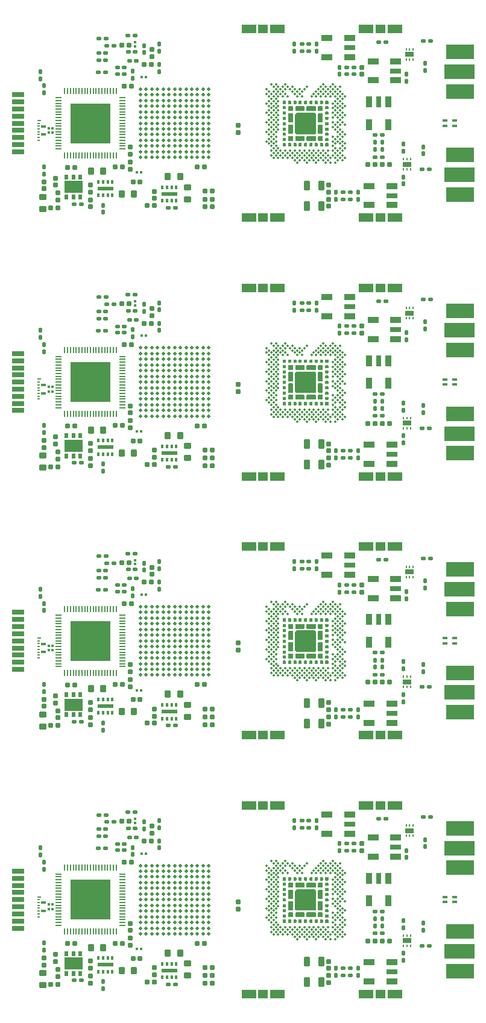
<source format=gtp>
G04*
G04 #@! TF.GenerationSoftware,Altium Limited,Altium Designer,19.1.5 (86)*
G04*
G04 Layer_Color=8421504*
%FSLAX44Y44*%
%MOMM*%
G71*
G01*
G75*
G04:AMPARAMS|DCode=14|XSize=0.6mm|YSize=0.6mm|CornerRadius=0.06mm|HoleSize=0mm|Usage=FLASHONLY|Rotation=270.000|XOffset=0mm|YOffset=0mm|HoleType=Round|Shape=RoundedRectangle|*
%AMROUNDEDRECTD14*
21,1,0.6000,0.4800,0,0,270.0*
21,1,0.4800,0.6000,0,0,270.0*
1,1,0.1200,-0.2400,-0.2400*
1,1,0.1200,-0.2400,0.2400*
1,1,0.1200,0.2400,0.2400*
1,1,0.1200,0.2400,-0.2400*
%
%ADD14ROUNDEDRECTD14*%
G04:AMPARAMS|DCode=15|XSize=0.6mm|YSize=0.6mm|CornerRadius=0.06mm|HoleSize=0mm|Usage=FLASHONLY|Rotation=0.000|XOffset=0mm|YOffset=0mm|HoleType=Round|Shape=RoundedRectangle|*
%AMROUNDEDRECTD15*
21,1,0.6000,0.4800,0,0,0.0*
21,1,0.4800,0.6000,0,0,0.0*
1,1,0.1200,0.2400,-0.2400*
1,1,0.1200,-0.2400,-0.2400*
1,1,0.1200,-0.2400,0.2400*
1,1,0.1200,0.2400,0.2400*
%
%ADD15ROUNDEDRECTD15*%
G04:AMPARAMS|DCode=16|XSize=1mm|YSize=0.9mm|CornerRadius=0.1125mm|HoleSize=0mm|Usage=FLASHONLY|Rotation=180.000|XOffset=0mm|YOffset=0mm|HoleType=Round|Shape=RoundedRectangle|*
%AMROUNDEDRECTD16*
21,1,1.0000,0.6750,0,0,180.0*
21,1,0.7750,0.9000,0,0,180.0*
1,1,0.2250,-0.3875,0.3375*
1,1,0.2250,0.3875,0.3375*
1,1,0.2250,0.3875,-0.3375*
1,1,0.2250,-0.3875,-0.3375*
%
%ADD16ROUNDEDRECTD16*%
%ADD17R,2.2500X0.6000*%
%ADD18R,0.3000X0.6000*%
G04:AMPARAMS|DCode=19|XSize=1mm|YSize=0.9mm|CornerRadius=0.1125mm|HoleSize=0mm|Usage=FLASHONLY|Rotation=270.000|XOffset=0mm|YOffset=0mm|HoleType=Round|Shape=RoundedRectangle|*
%AMROUNDEDRECTD19*
21,1,1.0000,0.6750,0,0,270.0*
21,1,0.7750,0.9000,0,0,270.0*
1,1,0.2250,-0.3375,-0.3875*
1,1,0.2250,-0.3375,0.3875*
1,1,0.2250,0.3375,0.3875*
1,1,0.2250,0.3375,-0.3875*
%
%ADD19ROUNDEDRECTD19*%
G04:AMPARAMS|DCode=20|XSize=0.5mm|YSize=0.6mm|CornerRadius=0.05mm|HoleSize=0mm|Usage=FLASHONLY|Rotation=90.000|XOffset=0mm|YOffset=0mm|HoleType=Round|Shape=RoundedRectangle|*
%AMROUNDEDRECTD20*
21,1,0.5000,0.5000,0,0,90.0*
21,1,0.4000,0.6000,0,0,90.0*
1,1,0.1000,0.2500,0.2000*
1,1,0.1000,0.2500,-0.2000*
1,1,0.1000,-0.2500,-0.2000*
1,1,0.1000,-0.2500,0.2000*
%
%ADD20ROUNDEDRECTD20*%
G04:AMPARAMS|DCode=21|XSize=0.5mm|YSize=0.6mm|CornerRadius=0.05mm|HoleSize=0mm|Usage=FLASHONLY|Rotation=0.000|XOffset=0mm|YOffset=0mm|HoleType=Round|Shape=RoundedRectangle|*
%AMROUNDEDRECTD21*
21,1,0.5000,0.5000,0,0,0.0*
21,1,0.4000,0.6000,0,0,0.0*
1,1,0.1000,0.2000,-0.2500*
1,1,0.1000,-0.2000,-0.2500*
1,1,0.1000,-0.2000,0.2500*
1,1,0.1000,0.2000,0.2500*
%
%ADD21ROUNDEDRECTD21*%
%ADD22R,1.6500X0.9000*%
%ADD23R,1.6500X0.7600*%
%ADD24R,0.9000X1.6500*%
%ADD25R,0.7600X1.6500*%
%ADD27R,4.0000X2.0000*%
%ADD28R,4.2500X2.0000*%
%ADD30C,0.5000*%
%ADD31O,0.4700X0.5000*%
%ADD32O,0.5000X0.4500*%
%ADD33C,0.4700*%
%ADD34R,1.8000X0.7000*%
%ADD35R,0.3500X0.3000*%
%ADD36R,0.6500X0.4500*%
%ADD37R,0.4000X0.2500*%
%ADD38R,0.5000X0.2500*%
%ADD39R,0.3000X0.3500*%
%ADD40R,1.4000X1.3000*%
%ADD41R,2.0000X1.3000*%
G04:AMPARAMS|DCode=42|XSize=1.3mm|YSize=0.8mm|CornerRadius=0.1mm|HoleSize=0mm|Usage=FLASHONLY|Rotation=270.000|XOffset=0mm|YOffset=0mm|HoleType=Round|Shape=RoundedRectangle|*
%AMROUNDEDRECTD42*
21,1,1.3000,0.6000,0,0,270.0*
21,1,1.1000,0.8000,0,0,270.0*
1,1,0.2000,-0.3000,-0.5500*
1,1,0.2000,-0.3000,0.5500*
1,1,0.2000,0.3000,0.5500*
1,1,0.2000,0.3000,-0.5500*
%
%ADD42ROUNDEDRECTD42*%
G04:AMPARAMS|DCode=43|XSize=0.7mm|YSize=0.4mm|CornerRadius=0.05mm|HoleSize=0mm|Usage=FLASHONLY|Rotation=180.000|XOffset=0mm|YOffset=0mm|HoleType=Round|Shape=RoundedRectangle|*
%AMROUNDEDRECTD43*
21,1,0.7000,0.3000,0,0,180.0*
21,1,0.6000,0.4000,0,0,180.0*
1,1,0.1000,-0.3000,0.1500*
1,1,0.1000,0.3000,0.1500*
1,1,0.1000,0.3000,-0.1500*
1,1,0.1000,-0.3000,-0.1500*
%
%ADD43ROUNDEDRECTD43*%
%ADD44R,1.2000X0.7000*%
%ADD45R,0.2500X0.3500*%
%ADD46R,2.5000X1.7000*%
%ADD47R,0.5000X0.7000*%
%ADD49R,0.2000X0.2000*%
%ADD50C,0.3500*%
%ADD51R,0.2000X0.9000*%
%ADD52R,0.9000X0.2000*%
%ADD53R,5.5500X5.5500*%
G36*
X475659Y1279762D02*
X475859Y1279762D01*
X476227Y1279609D01*
X476509Y1279327D01*
X476662Y1278959D01*
Y1278759D01*
X476662Y1275762D01*
X476662Y1275762D01*
X476662Y1275563D01*
X476510Y1275196D01*
X476228Y1274914D01*
X475860Y1274762D01*
X475662Y1274762D01*
X473410Y1274762D01*
X473410Y1274762D01*
X473211Y1274762D01*
X472844Y1274914D01*
X472564Y1275195D01*
X472412Y1275561D01*
X472411Y1275760D01*
X472410Y1278760D01*
X472410D01*
X472410Y1278959D01*
X472562Y1279327D01*
X472844Y1279609D01*
X473212Y1279762D01*
X473411Y1279761D01*
X475659Y1279762D01*
X475659Y1279762D01*
D02*
G37*
G36*
X431163Y1279759D02*
X431362Y1279759D01*
X431730Y1279607D01*
X432012Y1279325D01*
X432164Y1278957D01*
X432164Y1278757D01*
X432164D01*
X432163Y1275758D01*
X432163Y1275559D01*
X432010Y1275192D01*
X431730Y1274912D01*
X431363Y1274760D01*
X431164Y1274760D01*
X431165Y1274760D01*
X428913Y1274759D01*
X428713Y1274760D01*
X428346Y1274912D01*
X428065Y1275194D01*
X427912Y1275561D01*
X427912Y1275760D01*
X427912Y1275760D01*
X427912Y1278757D01*
Y1278956D01*
X428065Y1279325D01*
X428347Y1279607D01*
X428715Y1279759D01*
X428915Y1279759D01*
X428915Y1279759D01*
X431163Y1279759D01*
D02*
G37*
G36*
X468412Y1279758D02*
X468412Y1279757D01*
X468610Y1279757D01*
X468977Y1279605D01*
X469258Y1279325D01*
X469410Y1278958D01*
X469410Y1278760D01*
X469411Y1275760D01*
X469411D01*
X469412Y1275561D01*
X469259Y1275192D01*
X468978Y1274910D01*
X468610Y1274758D01*
X468410Y1274758D01*
X466162Y1274758D01*
X466162Y1274758D01*
X465963Y1274758D01*
X465594Y1274911D01*
X465312Y1275192D01*
X465159Y1275561D01*
Y1275760D01*
X465159Y1278757D01*
X465159Y1278757D01*
X465159Y1278956D01*
X465312Y1279324D01*
X465593Y1279605D01*
X465961Y1279758D01*
X466160Y1279758D01*
X468412Y1279758D01*
D02*
G37*
G36*
X461161Y1279757D02*
X461160Y1279756D01*
X461359Y1279756D01*
X461726Y1279604D01*
X462006Y1279324D01*
X462158Y1278957D01*
X462159Y1278759D01*
X462160Y1275759D01*
X462160D01*
X462160Y1275560D01*
X462008Y1275191D01*
X461726Y1274909D01*
X461358Y1274757D01*
X461159Y1274757D01*
X458911Y1274757D01*
X458911Y1274757D01*
X458711Y1274757D01*
X458343Y1274910D01*
X458061Y1275192D01*
X457908Y1275560D01*
Y1275759D01*
X457908Y1278756D01*
X457908Y1278756D01*
X457908Y1278955D01*
X458060Y1279323D01*
X458342Y1279604D01*
X458709Y1279757D01*
X458909Y1279757D01*
X461161Y1279757D01*
D02*
G37*
G36*
X453409Y1279756D02*
X453409Y1279755D01*
X453607Y1279755D01*
X453974Y1279604D01*
X454255Y1279323D01*
X454407Y1278956D01*
X454407Y1278758D01*
X454409Y1275758D01*
X454409D01*
X454409Y1275559D01*
X454257Y1275190D01*
X453975Y1274909D01*
X453607Y1274756D01*
X453408Y1274756D01*
X451159Y1274756D01*
X451159Y1274756D01*
X450960Y1274756D01*
X450592Y1274909D01*
X450309Y1275191D01*
X450157Y1275559D01*
Y1275759D01*
X450157Y1278755D01*
X450157Y1278755D01*
X450157Y1278954D01*
X450309Y1279322D01*
X450591Y1279603D01*
X450958Y1279756D01*
X451157Y1279756D01*
X453409Y1279756D01*
D02*
G37*
G36*
X483408Y1279762D02*
X483408Y1279762D01*
X483658Y1279762D01*
X484118Y1279572D01*
X484471Y1279219D01*
X484662Y1278758D01*
X484662Y1278509D01*
X484662Y1276012D01*
X484662Y1276012D01*
X484662Y1275764D01*
X484472Y1275304D01*
X484121Y1274953D01*
X483661Y1274763D01*
X483413Y1274763D01*
X480909Y1274762D01*
X480909Y1274762D01*
X480661Y1274762D01*
X480203Y1274952D01*
X479852Y1275303D01*
X479663Y1275761D01*
Y1276009D01*
X479662Y1278512D01*
X479662D01*
X479662Y1278761D01*
X479853Y1279220D01*
X480204Y1279572D01*
X480664Y1279763D01*
X480913Y1279763D01*
X483408Y1279762D01*
D02*
G37*
G36*
X423658Y1279760D02*
X423658Y1279760D01*
X423908Y1279760D01*
X424368Y1279569D01*
X424721Y1279217D01*
X424912Y1278756D01*
X424912Y1278507D01*
X424912Y1276010D01*
X424912Y1276010D01*
X424912Y1275761D01*
X424722Y1275302D01*
X424370Y1274951D01*
X423911Y1274761D01*
X423663Y1274761D01*
X421158Y1274760D01*
X421158Y1274760D01*
X420911Y1274760D01*
X420453Y1274950D01*
X420102Y1275301D01*
X419912Y1275759D01*
Y1276006D01*
X419912Y1278510D01*
X419912D01*
X419912Y1278758D01*
X420102Y1279218D01*
X420454Y1279570D01*
X420914Y1279761D01*
X421163Y1279761D01*
X423658Y1279760D01*
D02*
G37*
G36*
X438613Y1279755D02*
X438981Y1279603D01*
X439262Y1279322D01*
X439415Y1278954D01*
X439415Y1278755D01*
X439415Y1278755D01*
X439415Y1275758D01*
Y1275559D01*
X439262Y1275190D01*
X438980Y1274908D01*
X438611Y1274756D01*
X438412Y1274756D01*
X438412Y1274756D01*
X436164Y1274756D01*
X435965Y1274756D01*
X435596Y1274908D01*
X435315Y1275190D01*
X435162Y1275558D01*
X435163Y1275758D01*
X435163D01*
X435164Y1278757D01*
X435164Y1278956D01*
X435317Y1279323D01*
X435597Y1279603D01*
X435964Y1279755D01*
X436162Y1279755D01*
X436162Y1279755D01*
X438414Y1279756D01*
X438613Y1279755D01*
D02*
G37*
G36*
X445865Y1279754D02*
X446232Y1279602D01*
X446514Y1279321D01*
X446666Y1278953D01*
X446666Y1278754D01*
X446666Y1278754D01*
X446666Y1275757D01*
Y1275558D01*
X446513Y1275189D01*
X446231Y1274907D01*
X445863Y1274755D01*
X445663Y1274755D01*
X445663Y1274755D01*
X443415Y1274755D01*
X443216Y1274755D01*
X442848Y1274907D01*
X442566Y1275189D01*
X442414Y1275557D01*
X442414Y1275757D01*
X442414D01*
X442416Y1278756D01*
X442416Y1278955D01*
X442568Y1279322D01*
X442849Y1279602D01*
X443215Y1279754D01*
X443414Y1279754D01*
X443414Y1279754D01*
X445666Y1279755D01*
X445865Y1279754D01*
D02*
G37*
G36*
X434332Y1271653D02*
X434613Y1271372D01*
X434765Y1271005D01*
X434765Y1270806D01*
X434765Y1270806D01*
X434765Y1266056D01*
X434765Y1265857D01*
X434613Y1265489D01*
X434331Y1265208D01*
X433964Y1265056D01*
X433765Y1265056D01*
X433765Y1265056D01*
X429015Y1265056D01*
X428816Y1265056D01*
X428448Y1265209D01*
X428167Y1265490D01*
X428015Y1265857D01*
X428015Y1266056D01*
Y1266056D01*
X428015Y1270806D01*
X428015Y1271005D01*
X428167Y1271372D01*
X428449Y1271653D01*
X428817Y1271805D01*
X429016Y1271805D01*
X429016Y1271805D01*
X433766Y1271805D01*
X433964Y1271805D01*
X434332Y1271653D01*
D02*
G37*
G36*
X483659Y1271762D02*
X483858Y1271762D01*
X484225Y1271610D01*
X484507Y1271328D01*
X484659Y1270961D01*
X484660Y1270762D01*
X484659Y1268510D01*
X484659Y1268510D01*
X484659Y1268311D01*
X484507Y1267945D01*
X484226Y1267664D01*
X483860Y1267512D01*
X483661Y1267512D01*
X480662Y1267510D01*
X480662Y1267510D01*
X480462Y1267510D01*
X480094Y1267662D01*
X479812Y1267944D01*
X479660Y1268312D01*
X479660Y1268511D01*
X479660Y1270759D01*
X479660Y1270759D01*
X479660Y1270959D01*
X479812Y1271327D01*
X480094Y1271609D01*
X480463Y1271762D01*
X480662D01*
X483659Y1271762D01*
X483659Y1271762D01*
D02*
G37*
G36*
X423909Y1271760D02*
X424108Y1271760D01*
X424475Y1271607D01*
X424757Y1271326D01*
X424909Y1270958D01*
X424909Y1270759D01*
X424909Y1268507D01*
X424909Y1268507D01*
X424909Y1268309D01*
X424757Y1267942D01*
X424476Y1267662D01*
X424110Y1267509D01*
X423911Y1267509D01*
X420911Y1267508D01*
X420911Y1267508D01*
X420712Y1267507D01*
X420344Y1267660D01*
X420062Y1267941D01*
X419910Y1268310D01*
X419910Y1268509D01*
X419909Y1270757D01*
X419909Y1270757D01*
X419909Y1270956D01*
X420062Y1271325D01*
X420344Y1271607D01*
X420713Y1271760D01*
X420912D01*
X423909Y1271760D01*
X423909Y1271760D01*
D02*
G37*
G36*
X454765Y1271805D02*
X465765Y1271805D01*
X465765Y1271805D01*
X465964Y1271805D01*
X466331Y1271653D01*
X466612Y1271371D01*
X466764Y1271004D01*
X466764Y1270805D01*
X466765Y1266055D01*
X466764Y1266055D01*
X466764Y1265856D01*
X466612Y1265488D01*
X466330Y1265207D01*
X465963Y1265055D01*
X465764Y1265055D01*
X454764Y1265055D01*
X454764Y1265055D01*
X454565Y1265055D01*
X454198Y1265207D01*
X453917Y1265489D01*
X453764Y1265856D01*
X453765Y1266055D01*
X453764Y1270805D01*
Y1270805D01*
X453764Y1271004D01*
X453917Y1271372D01*
X454198Y1271653D01*
X454566Y1271805D01*
X454765Y1271805D01*
D02*
G37*
G36*
X475516D02*
X475715Y1271805D01*
X476082Y1271653D01*
X476363Y1271371D01*
X476515Y1271004D01*
X476515Y1270805D01*
X476515Y1270805D01*
X476515Y1266055D01*
X476515Y1265856D01*
X476363Y1265489D01*
X476082Y1265207D01*
X475715Y1265055D01*
X475516Y1265055D01*
X475516Y1265055D01*
X470766Y1265055D01*
X470567Y1265055D01*
X470199Y1265208D01*
X469918Y1265489D01*
X469766Y1265857D01*
X469766Y1266056D01*
X469766Y1266056D01*
X469766Y1270806D01*
X469766Y1271005D01*
X469919Y1271372D01*
X470200Y1271653D01*
X470567Y1271805D01*
X470766Y1271806D01*
X470766Y1271806D01*
X475516Y1271805D01*
D02*
G37*
G36*
X450331Y1271653D02*
X450613Y1271372D01*
X450765Y1271004D01*
X450765Y1270805D01*
X450765Y1270805D01*
X450765Y1266055D01*
X450765Y1265856D01*
X450613Y1265488D01*
X450331Y1265207D01*
X449964Y1265055D01*
X449765Y1265055D01*
X449765Y1265055D01*
X438765Y1265055D01*
X438566Y1265055D01*
X438199Y1265207D01*
X437917Y1265488D01*
X437765Y1265855D01*
X437765Y1266054D01*
X437765Y1266054D01*
X437765Y1270805D01*
X437765Y1271004D01*
X437917Y1271371D01*
X438198Y1271652D01*
X438566Y1271804D01*
X438765Y1271805D01*
X438765Y1271805D01*
X449765Y1271805D01*
X449964Y1271805D01*
X450331Y1271653D01*
D02*
G37*
G36*
X484229Y1264360D02*
X484511Y1264078D01*
X484663Y1263710D01*
X484663Y1263510D01*
X484663Y1261262D01*
X484663Y1261262D01*
X484663Y1261063D01*
X484511Y1260694D01*
X484229Y1260412D01*
X483860Y1260260D01*
X483661D01*
X480664Y1260259D01*
X480664Y1260259D01*
X480465Y1260259D01*
X480098Y1260412D01*
X479816Y1260693D01*
X479664Y1261061D01*
X479663Y1261260D01*
X479664Y1263512D01*
X479664Y1263512D01*
X479664Y1263710D01*
X479816Y1264077D01*
X480096Y1264358D01*
X480463Y1264510D01*
X480662Y1264510D01*
X483661Y1264511D01*
X483661Y1264511D01*
X483861Y1264512D01*
X484229Y1264360D01*
D02*
G37*
G36*
X424479Y1264357D02*
X424761Y1264075D01*
X424913Y1263707D01*
X424913Y1263508D01*
X424913Y1261260D01*
X424913Y1261260D01*
X424913Y1261060D01*
X424761Y1260692D01*
X424478Y1260410D01*
X424110Y1260257D01*
X423911D01*
X420914Y1260257D01*
X420914Y1260257D01*
X420715Y1260257D01*
X420347Y1260410D01*
X420066Y1260691D01*
X419913Y1261059D01*
X419913Y1261258D01*
X419913Y1263510D01*
X419914Y1263510D01*
X419914Y1263708D01*
X420066Y1264075D01*
X420346Y1264355D01*
X420713Y1264508D01*
X420911Y1264508D01*
X423911Y1264509D01*
X423911Y1264509D01*
X424110Y1264510D01*
X424479Y1264357D01*
D02*
G37*
G36*
X464265Y1262555D02*
X464862Y1262555D01*
X465965Y1262098D01*
X466808Y1261254D01*
X467265Y1260152D01*
X467265Y1259555D01*
X467265Y1235555D01*
X467265Y1235555D01*
X467265Y1234959D01*
X466809Y1233856D01*
X465965Y1233012D01*
X464862Y1232555D01*
X464265Y1232555D01*
X440265Y1232555D01*
X440265Y1232555D01*
X439668Y1232555D01*
X438566Y1233012D01*
X437722Y1233856D01*
X437265Y1234959D01*
X437266Y1235555D01*
X437265Y1259555D01*
X437265Y1259555D01*
X437265Y1260152D01*
X437722Y1261254D01*
X438565Y1262098D01*
X439668Y1262555D01*
X440265Y1262555D01*
X464265Y1262555D01*
X464265Y1262555D01*
D02*
G37*
G36*
X484230Y1257108D02*
X484512Y1256826D01*
X484664Y1256458D01*
X484664Y1256259D01*
X484664Y1254011D01*
X484664Y1254011D01*
X484664Y1253811D01*
X484512Y1253443D01*
X484230Y1253161D01*
X483861Y1253008D01*
X483662D01*
X480665Y1253008D01*
X480665Y1253008D01*
X480466Y1253008D01*
X480098Y1253161D01*
X479817Y1253442D01*
X479664Y1253810D01*
X479664Y1254009D01*
X479665Y1256261D01*
X479665Y1256261D01*
X479665Y1256459D01*
X479817Y1256826D01*
X480097Y1257106D01*
X480464Y1257259D01*
X480662Y1257259D01*
X483662Y1257260D01*
X483662Y1257260D01*
X483862Y1257261D01*
X484230Y1257108D01*
D02*
G37*
G36*
X424480Y1257106D02*
X424762Y1256824D01*
X424914Y1256456D01*
X424914Y1256257D01*
X424914Y1254009D01*
X424914Y1254008D01*
X424914Y1253809D01*
X424761Y1253441D01*
X424479Y1253159D01*
X424111Y1253006D01*
X423912D01*
X420915Y1253006D01*
X420915Y1253006D01*
X420716Y1253006D01*
X420348Y1253158D01*
X420067Y1253440D01*
X419914Y1253807D01*
X419914Y1254006D01*
X419914Y1256258D01*
X419915Y1256258D01*
X419915Y1256457D01*
X420066Y1256823D01*
X420347Y1257104D01*
X420714Y1257256D01*
X420912Y1257256D01*
X423912Y1257258D01*
X423912Y1257258D01*
X424111Y1257258D01*
X424480Y1257106D01*
D02*
G37*
G36*
X484231Y1249357D02*
X484513Y1249075D01*
X484665Y1248707D01*
X484665Y1248508D01*
X484665Y1246260D01*
X484665Y1246260D01*
X484665Y1246060D01*
X484512Y1245692D01*
X484230Y1245410D01*
X483862Y1245257D01*
X483663D01*
X480666Y1245257D01*
X480666Y1245257D01*
X480467Y1245257D01*
X480099Y1245409D01*
X479818Y1245691D01*
X479665Y1246058D01*
X479665Y1246257D01*
X479665Y1248509D01*
X479666Y1248509D01*
X479666Y1248708D01*
X479818Y1249074D01*
X480098Y1249355D01*
X480465Y1249507D01*
X480663Y1249507D01*
X483663Y1249509D01*
X483663Y1249509D01*
X483862Y1249509D01*
X484231Y1249357D01*
D02*
G37*
G36*
X424481Y1249355D02*
X424762Y1249073D01*
X424915Y1248705D01*
X424915Y1248505D01*
X424915Y1246257D01*
X424915Y1246257D01*
X424915Y1246058D01*
X424762Y1245689D01*
X424480Y1245407D01*
X424112Y1245255D01*
X423912D01*
X420916Y1245254D01*
X420916Y1245254D01*
X420717Y1245255D01*
X420349Y1245407D01*
X420068Y1245688D01*
X419915Y1246056D01*
X419915Y1246255D01*
X419915Y1248507D01*
X419915Y1248507D01*
X419916Y1248705D01*
X420067Y1249072D01*
X420348Y1249353D01*
X420715Y1249505D01*
X420913Y1249505D01*
X423913Y1249507D01*
X423913Y1249507D01*
X424112Y1249507D01*
X424481Y1249355D01*
D02*
G37*
G36*
X475515Y1262055D02*
X475714Y1262055D01*
X476081Y1261903D01*
X476362Y1261622D01*
X476515Y1261254D01*
X476515Y1261056D01*
X476515Y1261056D01*
X476515Y1250055D01*
X476515Y1249856D01*
X476363Y1249489D01*
X476082Y1249207D01*
X475714Y1249055D01*
X475515Y1249055D01*
X475515D01*
X470765Y1249056D01*
X470566Y1249055D01*
X470198Y1249208D01*
X469917Y1249489D01*
X469765Y1249856D01*
X469765Y1250055D01*
X469765Y1250055D01*
X469765Y1261055D01*
X469765Y1261254D01*
X469917Y1261621D01*
X470198Y1261903D01*
X470565Y1262055D01*
X470764Y1262055D01*
X470764Y1262056D01*
X475515Y1262055D01*
D02*
G37*
G36*
X429015Y1262055D02*
X429015Y1262055D01*
X433766Y1262054D01*
X433965Y1262054D01*
X434332Y1261902D01*
X434613Y1261621D01*
X434765Y1261254D01*
X434765Y1261055D01*
X434765Y1261055D01*
X434765Y1250055D01*
X434765Y1249856D01*
X434613Y1249489D01*
X434332Y1249207D01*
X433965Y1249055D01*
X433766Y1249054D01*
X433766Y1249054D01*
X429016Y1249055D01*
X428817Y1249055D01*
X428449Y1249207D01*
X428168Y1249488D01*
X428016Y1249855D01*
X428016Y1250054D01*
Y1250054D01*
X428015Y1261055D01*
X428015Y1261253D01*
X428167Y1261621D01*
X428449Y1261902D01*
X428816Y1262055D01*
X429015Y1262055D01*
D02*
G37*
G36*
X483664Y1241766D02*
X483863D01*
X484232Y1241613D01*
X484514Y1241331D01*
X484666Y1240963D01*
X484666Y1240763D01*
X484666Y1240763D01*
X484666Y1238515D01*
X484666Y1238316D01*
X484514Y1237948D01*
X484232Y1237666D01*
X483864Y1237514D01*
X483664Y1237514D01*
X483665Y1237514D01*
X480665Y1237516D01*
X480466Y1237516D01*
X480099Y1237668D01*
X479819Y1237949D01*
X479667Y1238315D01*
X479667Y1238514D01*
X479667Y1238514D01*
X479666Y1240766D01*
X479667Y1240965D01*
X479819Y1241332D01*
X480101Y1241614D01*
X480468Y1241766D01*
X480667Y1241766D01*
X480667Y1241766D01*
X483664Y1241766D01*
D02*
G37*
G36*
X423914Y1241764D02*
X424113D01*
X424482Y1241611D01*
X424764Y1241329D01*
X424916Y1240961D01*
X424916Y1240761D01*
X424916Y1240761D01*
X424916Y1238513D01*
X424916Y1238314D01*
X424764Y1237945D01*
X424482Y1237664D01*
X424114Y1237512D01*
X423914Y1237512D01*
X423914Y1237512D01*
X420914Y1237513D01*
X420716Y1237514D01*
X420349Y1237666D01*
X420069Y1237946D01*
X419917Y1238313D01*
X419917Y1238512D01*
X419917Y1238511D01*
X419916Y1240763D01*
X419916Y1240962D01*
X420069Y1241330D01*
X420350Y1241611D01*
X420718Y1241764D01*
X420917Y1241764D01*
X420917Y1241764D01*
X423914Y1241764D01*
D02*
G37*
G36*
X475515Y1246056D02*
X475714Y1246056D01*
X476081Y1245903D01*
X476362Y1245622D01*
X476514Y1245255D01*
X476514Y1245056D01*
X476514Y1245056D01*
X476515Y1234056D01*
X476515Y1233857D01*
X476363Y1233489D01*
X476082Y1233208D01*
X475714Y1233055D01*
X475515Y1233055D01*
X475515D01*
X470764Y1233056D01*
X470566Y1233056D01*
X470198Y1233208D01*
X469917Y1233489D01*
X469765Y1233856D01*
X469765Y1234055D01*
X469765Y1234055D01*
X469765Y1245055D01*
X469765Y1245254D01*
X469917Y1245622D01*
X470198Y1245903D01*
X470565Y1246056D01*
X470764Y1246056D01*
X470764Y1246056D01*
X475515Y1246056D01*
D02*
G37*
G36*
X429015Y1246055D02*
X429015Y1246055D01*
X433766Y1246055D01*
X433965Y1246055D01*
X434332Y1245903D01*
X434613Y1245621D01*
X434765Y1245254D01*
X434765Y1245055D01*
X434765Y1245055D01*
X434765Y1234055D01*
X434765Y1233856D01*
X434613Y1233489D01*
X434332Y1233207D01*
X433965Y1233055D01*
X433766Y1233055D01*
X433766Y1233055D01*
X429015Y1233055D01*
X428817Y1233055D01*
X428449Y1233207D01*
X428168Y1233488D01*
X428016Y1233856D01*
X428016Y1234055D01*
Y1234055D01*
X428015Y1245055D01*
X428015Y1245254D01*
X428167Y1245621D01*
X428448Y1245903D01*
X428816Y1246055D01*
X429015Y1246055D01*
D02*
G37*
G36*
X483663Y1234515D02*
X483862D01*
X484231Y1234362D01*
X484513Y1234080D01*
X484665Y1233712D01*
X484665Y1233512D01*
X484665Y1233512D01*
X484665Y1231264D01*
X484665Y1231065D01*
X484513Y1230696D01*
X484231Y1230415D01*
X483863Y1230263D01*
X483663Y1230263D01*
X483663Y1230263D01*
X480664Y1230264D01*
X480465Y1230265D01*
X480099Y1230417D01*
X479818Y1230697D01*
X479666Y1231064D01*
X479666Y1231263D01*
X479666Y1231262D01*
X479665Y1233514D01*
X479666Y1233713D01*
X479818Y1234081D01*
X480100Y1234362D01*
X480467Y1234515D01*
X480666Y1234515D01*
X480666Y1234515D01*
X483663Y1234515D01*
D02*
G37*
G36*
X423913Y1234512D02*
X424112D01*
X424481Y1234360D01*
X424763Y1234078D01*
X424915Y1233709D01*
X424915Y1233510D01*
X424915Y1233510D01*
X424915Y1231262D01*
X424915Y1231062D01*
X424763Y1230694D01*
X424481Y1230412D01*
X424113Y1230260D01*
X423913Y1230260D01*
X423913Y1230260D01*
X420914Y1230262D01*
X420715Y1230262D01*
X420348Y1230414D01*
X420068Y1230695D01*
X419916Y1231062D01*
X419916Y1231260D01*
X419916Y1231260D01*
X419915Y1233512D01*
X419916Y1233711D01*
X420068Y1234079D01*
X420350Y1234360D01*
X420717Y1234512D01*
X420916Y1234513D01*
X420916Y1234513D01*
X423913Y1234512D01*
D02*
G37*
G36*
X465765Y1230055D02*
X465964Y1230055D01*
X466331Y1229903D01*
X466613Y1229622D01*
X466765Y1229255D01*
X466766Y1229056D01*
X466766Y1229056D01*
X466765Y1224305D01*
X466765Y1224107D01*
X466613Y1223739D01*
X466332Y1223458D01*
X465964Y1223306D01*
X465766Y1223306D01*
X465766D01*
X454766Y1223305D01*
X454566Y1223305D01*
X454199Y1223457D01*
X453918Y1223738D01*
X453765Y1224106D01*
X453765Y1224305D01*
Y1224305D01*
X453766Y1229056D01*
X453765Y1229255D01*
X453918Y1229622D01*
X454199Y1229903D01*
X454566Y1230055D01*
X454765Y1230055D01*
X454765Y1230055D01*
X465765Y1230055D01*
D02*
G37*
G36*
X449766Y1230055D02*
X449965Y1230055D01*
X450332Y1229903D01*
X450614Y1229622D01*
X450766Y1229254D01*
X450765Y1229055D01*
X450766Y1224305D01*
X450766Y1224305D01*
X450766Y1224106D01*
X450614Y1223738D01*
X450332Y1223457D01*
X449965Y1223305D01*
X449766Y1223305D01*
X438765Y1223305D01*
X438766D01*
X438567Y1223305D01*
X438199Y1223458D01*
X437918Y1223739D01*
X437766Y1224106D01*
X437766Y1224305D01*
X437766Y1229056D01*
X437766Y1229055D01*
X437766Y1229254D01*
X437918Y1229622D01*
X438200Y1229903D01*
X438567Y1230055D01*
X438766Y1230055D01*
X449766Y1230055D01*
X449766Y1230055D01*
D02*
G37*
G36*
X475516Y1230054D02*
X475714Y1230054D01*
X476082Y1229901D01*
X476363Y1229620D01*
X476515Y1229253D01*
X476516Y1229054D01*
X476516D01*
X476515Y1224305D01*
X476515Y1224106D01*
X476363Y1223738D01*
X476081Y1223457D01*
X475714Y1223305D01*
X475514Y1223305D01*
X475514Y1223305D01*
X470765Y1223305D01*
X470566Y1223305D01*
X470198Y1223457D01*
X469917Y1223738D01*
X469765Y1224106D01*
X469765Y1224304D01*
X469765Y1224305D01*
X469765Y1229054D01*
X469765Y1229253D01*
X469918Y1229621D01*
X470199Y1229902D01*
X470567Y1230054D01*
X470766Y1230054D01*
X470765Y1230054D01*
X475516Y1230054D01*
D02*
G37*
G36*
X433767Y1230053D02*
X433965Y1230053D01*
X434333Y1229900D01*
X434614Y1229619D01*
X434766Y1229252D01*
X434767Y1229053D01*
X434767D01*
X434766Y1224304D01*
X434766Y1224105D01*
X434614Y1223737D01*
X434332Y1223456D01*
X433965Y1223304D01*
X433766Y1223304D01*
X433765Y1223304D01*
X429016Y1223304D01*
X428817Y1223304D01*
X428449Y1223456D01*
X428168Y1223737D01*
X428016Y1224105D01*
X428016Y1224303D01*
X428016Y1224304D01*
X428016Y1229053D01*
X428016Y1229252D01*
X428169Y1229620D01*
X428450Y1229901D01*
X428818Y1230053D01*
X429017Y1230053D01*
X429016Y1230053D01*
X433767Y1230053D01*
D02*
G37*
G36*
X480664Y1227264D02*
X480664Y1227264D01*
X483663Y1227263D01*
X483862Y1227263D01*
X484229Y1227111D01*
X484509Y1226830D01*
X484661Y1226463D01*
X484661Y1226265D01*
X484661Y1226265D01*
X484662Y1224013D01*
X484661Y1223814D01*
X484509Y1223446D01*
X484228Y1223165D01*
X483860Y1223012D01*
X483661Y1223012D01*
X483661Y1223012D01*
X480664Y1223012D01*
X480465D01*
X480096Y1223165D01*
X479814Y1223447D01*
X479662Y1223816D01*
X479662Y1224015D01*
X479662Y1224015D01*
X479662Y1226263D01*
X479662Y1226462D01*
X479814Y1226831D01*
X480096Y1227112D01*
X480464Y1227265D01*
X480664Y1227264D01*
D02*
G37*
G36*
X420914Y1227262D02*
X420914Y1227262D01*
X423913Y1227261D01*
X424112Y1227260D01*
X424478Y1227108D01*
X424759Y1226827D01*
X424911Y1226461D01*
X424911Y1226262D01*
X424911Y1226262D01*
X424911Y1224010D01*
X424911Y1223811D01*
X424759Y1223444D01*
X424477Y1223162D01*
X424110Y1223010D01*
X423911Y1223010D01*
X423911Y1223010D01*
X420914Y1223010D01*
X420715D01*
X420346Y1223163D01*
X420064Y1223445D01*
X419912Y1223813D01*
X419912Y1224013D01*
X419912Y1224013D01*
X419912Y1226261D01*
X419912Y1226460D01*
X420064Y1226828D01*
X420346Y1227110D01*
X420714Y1227262D01*
X420914Y1227262D01*
D02*
G37*
G36*
X461159Y1220263D02*
X461358Y1220264D01*
X461727Y1220111D01*
X462008Y1219829D01*
X462161Y1219461D01*
X462160Y1219262D01*
X462160Y1219262D01*
X462159Y1216262D01*
X462159Y1216063D01*
X462006Y1215697D01*
X461726Y1215416D01*
X461359Y1215264D01*
X461161Y1215264D01*
X461161Y1215264D01*
X458909Y1215264D01*
X458710Y1215264D01*
X458342Y1215416D01*
X458061Y1215698D01*
X457908Y1216066D01*
X457908Y1216264D01*
X457908Y1216264D01*
X457908Y1219261D01*
Y1219461D01*
X458061Y1219829D01*
X458343Y1220111D01*
X458712Y1220264D01*
X458911Y1220264D01*
X458911Y1220264D01*
X461159Y1220263D01*
D02*
G37*
G36*
X468410Y1220262D02*
X468610Y1220263D01*
X468978Y1220110D01*
X469260Y1219828D01*
X469412Y1219460D01*
X469412Y1219261D01*
X469412Y1219261D01*
X469410Y1216261D01*
X469410Y1216062D01*
X469258Y1215696D01*
X468977Y1215415D01*
X468610Y1215263D01*
X468412Y1215263D01*
X468412Y1215263D01*
X466160Y1215263D01*
X465961Y1215263D01*
X465593Y1215415D01*
X465312Y1215697D01*
X465160Y1216065D01*
X465159Y1216264D01*
X465159Y1216263D01*
X465160Y1219260D01*
Y1219460D01*
X465312Y1219828D01*
X465594Y1220110D01*
X465963Y1220263D01*
X466162Y1220263D01*
X466162Y1220263D01*
X468410Y1220262D01*
D02*
G37*
G36*
X453415Y1220262D02*
X453614Y1220262D01*
X453983Y1220110D01*
X454265Y1219828D01*
X454417Y1219459D01*
Y1219260D01*
X454418Y1216263D01*
X454418Y1216263D01*
X454417Y1216064D01*
X454265Y1215697D01*
X453984Y1215415D01*
X453616Y1215263D01*
X453417Y1215262D01*
X451165Y1215263D01*
X451165Y1215263D01*
X450967Y1215263D01*
X450600Y1215415D01*
X450319Y1215695D01*
X450167Y1216062D01*
X450167Y1216261D01*
X450165Y1219260D01*
X450165Y1219260D01*
X450165Y1219460D01*
X450317Y1219828D01*
X450599Y1220110D01*
X450967Y1220262D01*
X451167Y1220262D01*
X453415Y1220262D01*
X453415Y1220262D01*
D02*
G37*
G36*
X445664Y1220261D02*
X445863Y1220261D01*
X446231Y1220109D01*
X446513Y1219827D01*
X446666Y1219458D01*
Y1219259D01*
X446666Y1216262D01*
X446666Y1216262D01*
X446666Y1216063D01*
X446514Y1215696D01*
X446232Y1215414D01*
X445865Y1215262D01*
X445666Y1215262D01*
X443414Y1215262D01*
X443414Y1215262D01*
X443215Y1215262D01*
X442849Y1215414D01*
X442568Y1215695D01*
X442416Y1216061D01*
X442416Y1216260D01*
X442414Y1219259D01*
Y1219259D01*
X442414Y1219459D01*
X442566Y1219827D01*
X442848Y1220109D01*
X443216Y1220261D01*
X443415Y1220261D01*
X445663Y1220262D01*
X445664Y1220261D01*
D02*
G37*
G36*
X438980Y1220108D02*
X439262Y1219826D01*
X439415Y1219457D01*
Y1219258D01*
X439415Y1216261D01*
X439415Y1216261D01*
X439415Y1216062D01*
X439263Y1215695D01*
X438981Y1215413D01*
X438614Y1215261D01*
X438414Y1215261D01*
X436162Y1215261D01*
X436163Y1215261D01*
X435964Y1215261D01*
X435597Y1215413D01*
X435317Y1215694D01*
X435165Y1216060D01*
X435164Y1216259D01*
X435163Y1219259D01*
X435163Y1219259D01*
X435163Y1219458D01*
X435315Y1219826D01*
X435597Y1220108D01*
X435965Y1220260D01*
X436164Y1220260D01*
X438412Y1220260D01*
X438412Y1220260D01*
X438612Y1220260D01*
X438980Y1220108D01*
D02*
G37*
G36*
X431165Y1220257D02*
X431165Y1220256D01*
X431363Y1220256D01*
X431730Y1220104D01*
X432011Y1219824D01*
X432163Y1219457D01*
X432163Y1219259D01*
X432164Y1216259D01*
X432164Y1216259D01*
X432165Y1216059D01*
X432012Y1215691D01*
X431731Y1215409D01*
X431362Y1215257D01*
X431163Y1215257D01*
X428915Y1215257D01*
X428915Y1215257D01*
X428716Y1215257D01*
X428347Y1215409D01*
X428065Y1215691D01*
X427912Y1216060D01*
Y1216259D01*
X427912Y1219256D01*
X427912Y1219256D01*
X427912Y1219455D01*
X428065Y1219823D01*
X428346Y1220104D01*
X428714Y1220257D01*
X428913Y1220257D01*
X431165Y1220257D01*
D02*
G37*
G36*
X483409Y1220262D02*
X483409Y1220262D01*
X483658Y1220262D01*
X484119Y1220071D01*
X484471Y1219719D01*
X484662Y1219258D01*
X484662Y1219009D01*
X484662Y1216512D01*
X484662Y1216512D01*
X484662Y1216264D01*
X484472Y1215804D01*
X484121Y1215453D01*
X483662Y1215263D01*
X483413Y1215263D01*
X480909Y1215262D01*
X480909Y1215262D01*
X480661Y1215262D01*
X480203Y1215452D01*
X479852Y1215803D01*
X479663Y1216261D01*
Y1216509D01*
X479662Y1219012D01*
X479662D01*
X479662Y1219260D01*
X479853Y1219720D01*
X480205Y1220072D01*
X480664Y1220263D01*
X480913Y1220263D01*
X483409Y1220262D01*
D02*
G37*
G36*
X423658Y1220260D02*
X423658Y1220260D01*
X423908Y1220260D01*
X424369Y1220069D01*
X424721Y1219717D01*
X424912Y1219256D01*
X424912Y1219006D01*
X424912Y1216510D01*
X424912Y1216510D01*
X424912Y1216261D01*
X424722Y1215802D01*
X424371Y1215451D01*
X423911Y1215260D01*
X423663Y1215260D01*
X421159Y1215260D01*
X421159Y1215260D01*
X420911Y1215260D01*
X420453Y1215450D01*
X420102Y1215800D01*
X419913Y1216258D01*
Y1216506D01*
X419912Y1219009D01*
X419912D01*
X419912Y1219258D01*
X420103Y1219718D01*
X420454Y1220070D01*
X420914Y1220260D01*
X421163Y1220261D01*
X423658Y1220260D01*
D02*
G37*
G36*
X475861Y1220259D02*
X476228Y1220106D01*
X476510Y1219825D01*
X476662Y1219457D01*
X476662Y1219258D01*
X476662Y1219258D01*
X476662Y1216262D01*
Y1216062D01*
X476509Y1215694D01*
X476227Y1215412D01*
X475859Y1215259D01*
X475659Y1215259D01*
X475659Y1215259D01*
X473411Y1215259D01*
X473212Y1215259D01*
X472844Y1215412D01*
X472562Y1215693D01*
X472410Y1216062D01*
X472410Y1216261D01*
X472410Y1216261D01*
X472412Y1219261D01*
X472412Y1219459D01*
X472564Y1219826D01*
X472845Y1220107D01*
X473211Y1220258D01*
X473410Y1220258D01*
X473410Y1220259D01*
X475662Y1220259D01*
X475861Y1220259D01*
D02*
G37*
G36*
X475659Y916061D02*
X475859Y916061D01*
X476227Y915909D01*
X476509Y915627D01*
X476662Y915258D01*
Y915059D01*
X476662Y912062D01*
X476662Y912062D01*
X476662Y911863D01*
X476510Y911496D01*
X476228Y911214D01*
X475860Y911062D01*
X475662Y911062D01*
X473410Y911062D01*
X473410Y911062D01*
X473211Y911062D01*
X472844Y911214D01*
X472564Y911495D01*
X472412Y911861D01*
X472411Y912060D01*
X472410Y915060D01*
X472410D01*
X472410Y915259D01*
X472562Y915627D01*
X472844Y915909D01*
X473212Y916061D01*
X473411Y916061D01*
X475659Y916061D01*
X475659Y916061D01*
D02*
G37*
G36*
X431163Y916059D02*
X431362Y916059D01*
X431730Y915907D01*
X432012Y915625D01*
X432164Y915257D01*
X432164Y915057D01*
X432164D01*
X432163Y912057D01*
X432163Y911859D01*
X432010Y911492D01*
X431730Y911212D01*
X431363Y911060D01*
X431164Y911060D01*
X431165Y911060D01*
X428913Y911059D01*
X428713Y911060D01*
X428346Y911212D01*
X428065Y911494D01*
X427912Y911861D01*
X427912Y912060D01*
X427912Y912060D01*
X427912Y915057D01*
Y915256D01*
X428065Y915625D01*
X428347Y915907D01*
X428715Y916059D01*
X428915Y916059D01*
X428915Y916059D01*
X431163Y916059D01*
D02*
G37*
G36*
X468412Y916057D02*
X468412Y916057D01*
X468610Y916057D01*
X468977Y915905D01*
X469258Y915625D01*
X469410Y915258D01*
X469410Y915060D01*
X469411Y912060D01*
X469411D01*
X469412Y911861D01*
X469259Y911492D01*
X468978Y911210D01*
X468610Y911058D01*
X468410Y911058D01*
X466162Y911058D01*
X466162Y911058D01*
X465963Y911058D01*
X465594Y911210D01*
X465312Y911492D01*
X465159Y911861D01*
Y912060D01*
X465159Y915057D01*
X465159Y915057D01*
X465159Y915256D01*
X465312Y915624D01*
X465593Y915905D01*
X465961Y916058D01*
X466160Y916058D01*
X468412Y916057D01*
D02*
G37*
G36*
X461161Y916057D02*
X461160Y916056D01*
X461359Y916056D01*
X461726Y915904D01*
X462006Y915624D01*
X462158Y915257D01*
X462159Y915059D01*
X462160Y912059D01*
X462160D01*
X462160Y911860D01*
X462008Y911491D01*
X461726Y911209D01*
X461358Y911057D01*
X461159Y911057D01*
X458911Y911057D01*
X458911Y911057D01*
X458711Y911057D01*
X458343Y911209D01*
X458061Y911491D01*
X457908Y911860D01*
Y912059D01*
X457908Y915056D01*
X457908Y915056D01*
X457908Y915255D01*
X458060Y915623D01*
X458342Y915904D01*
X458709Y916057D01*
X458909Y916057D01*
X461161Y916057D01*
D02*
G37*
G36*
X453409Y916056D02*
X453409Y916055D01*
X453607Y916055D01*
X453974Y915903D01*
X454255Y915623D01*
X454407Y915256D01*
X454407Y915058D01*
X454409Y912058D01*
X454409D01*
X454409Y911859D01*
X454257Y911490D01*
X453975Y911208D01*
X453607Y911056D01*
X453408Y911056D01*
X451159Y911056D01*
X451159Y911056D01*
X450960Y911056D01*
X450592Y911209D01*
X450309Y911491D01*
X450157Y911859D01*
Y912058D01*
X450157Y915055D01*
X450157Y915055D01*
X450157Y915254D01*
X450309Y915622D01*
X450591Y915903D01*
X450958Y916056D01*
X451157Y916056D01*
X453409Y916056D01*
D02*
G37*
G36*
X483408Y916062D02*
X483408Y916062D01*
X483658Y916062D01*
X484118Y915872D01*
X484471Y915519D01*
X484662Y915058D01*
X484662Y914809D01*
X484662Y912312D01*
X484662Y912312D01*
X484662Y912064D01*
X484472Y911604D01*
X484121Y911253D01*
X483661Y911063D01*
X483413Y911063D01*
X480909Y911062D01*
X480909Y911062D01*
X480661Y911062D01*
X480203Y911252D01*
X479852Y911603D01*
X479663Y912061D01*
Y912309D01*
X479662Y914812D01*
X479662D01*
X479662Y915061D01*
X479853Y915520D01*
X480204Y915872D01*
X480664Y916063D01*
X480913Y916063D01*
X483408Y916062D01*
D02*
G37*
G36*
X423658Y916060D02*
X423658Y916060D01*
X423908Y916060D01*
X424368Y915869D01*
X424721Y915517D01*
X424912Y915056D01*
X424912Y914807D01*
X424912Y912310D01*
X424912Y912310D01*
X424912Y912061D01*
X424722Y911602D01*
X424370Y911251D01*
X423911Y911060D01*
X423663Y911060D01*
X421158Y911060D01*
X421158Y911060D01*
X420911Y911060D01*
X420453Y911250D01*
X420102Y911600D01*
X419912Y912059D01*
Y912307D01*
X419912Y914809D01*
X419912D01*
X419912Y915058D01*
X420102Y915518D01*
X420454Y915870D01*
X420914Y916060D01*
X421163Y916061D01*
X423658Y916060D01*
D02*
G37*
G36*
X438613Y916055D02*
X438981Y915903D01*
X439262Y915621D01*
X439415Y915254D01*
X439415Y915055D01*
X439415Y915055D01*
X439415Y912058D01*
Y911859D01*
X439262Y911490D01*
X438980Y911208D01*
X438611Y911056D01*
X438412Y911056D01*
X438412Y911056D01*
X436164Y911056D01*
X435965Y911056D01*
X435596Y911208D01*
X435315Y911490D01*
X435162Y911858D01*
X435163Y912058D01*
X435163D01*
X435164Y915057D01*
X435164Y915256D01*
X435317Y915622D01*
X435597Y915903D01*
X435964Y916055D01*
X436162Y916055D01*
X436162Y916055D01*
X438414Y916056D01*
X438613Y916055D01*
D02*
G37*
G36*
X445865Y916055D02*
X446232Y915902D01*
X446514Y915620D01*
X446666Y915253D01*
X446666Y915054D01*
X446666Y915054D01*
X446666Y912057D01*
Y911858D01*
X446513Y911489D01*
X446231Y911207D01*
X445863Y911055D01*
X445663Y911055D01*
X445663Y911055D01*
X443415Y911055D01*
X443216Y911055D01*
X442848Y911207D01*
X442566Y911489D01*
X442414Y911857D01*
X442414Y912057D01*
X442414D01*
X442416Y915057D01*
X442416Y915255D01*
X442568Y915622D01*
X442849Y915902D01*
X443215Y916054D01*
X443414Y916054D01*
X443414Y916054D01*
X445666Y916055D01*
X445865Y916055D01*
D02*
G37*
G36*
X434332Y907953D02*
X434613Y907672D01*
X434765Y907305D01*
X434765Y907106D01*
X434765Y907106D01*
X434765Y902356D01*
X434765Y902157D01*
X434613Y901789D01*
X434331Y901508D01*
X433964Y901356D01*
X433765Y901356D01*
X433765Y901356D01*
X429015Y901356D01*
X428816Y901356D01*
X428448Y901509D01*
X428167Y901790D01*
X428015Y902157D01*
X428015Y902356D01*
Y902356D01*
X428015Y907106D01*
X428015Y907305D01*
X428167Y907672D01*
X428449Y907953D01*
X428817Y908105D01*
X429016Y908105D01*
X429016Y908105D01*
X433766Y908105D01*
X433964Y908105D01*
X434332Y907953D01*
D02*
G37*
G36*
X483659Y908062D02*
X483858Y908062D01*
X484225Y907909D01*
X484507Y907628D01*
X484659Y907261D01*
X484660Y907062D01*
X484659Y904810D01*
X484659Y904810D01*
X484659Y904611D01*
X484507Y904245D01*
X484226Y903964D01*
X483860Y903812D01*
X483661Y903811D01*
X480662Y903810D01*
X480662Y903810D01*
X480462Y903810D01*
X480094Y903962D01*
X479812Y904244D01*
X479660Y904612D01*
X479660Y904811D01*
X479660Y907059D01*
X479660Y907059D01*
X479660Y907259D01*
X479812Y907627D01*
X480094Y907909D01*
X480463Y908062D01*
X480662D01*
X483659Y908062D01*
X483659Y908062D01*
D02*
G37*
G36*
X423909Y908060D02*
X424108Y908060D01*
X424475Y907907D01*
X424757Y907626D01*
X424909Y907258D01*
X424909Y907059D01*
X424909Y904807D01*
X424909Y904807D01*
X424909Y904609D01*
X424757Y904242D01*
X424476Y903961D01*
X424110Y903809D01*
X423911Y903809D01*
X420911Y903808D01*
X420911Y903808D01*
X420712Y903807D01*
X420344Y903960D01*
X420062Y904241D01*
X419910Y904610D01*
X419910Y904809D01*
X419909Y907057D01*
X419909Y907057D01*
X419909Y907256D01*
X420062Y907625D01*
X420344Y907907D01*
X420713Y908060D01*
X420912D01*
X423909Y908060D01*
X423909Y908060D01*
D02*
G37*
G36*
X454765Y908105D02*
X465765Y908105D01*
X465765Y908105D01*
X465964Y908105D01*
X466331Y907952D01*
X466612Y907671D01*
X466764Y907304D01*
X466764Y907105D01*
X466765Y902355D01*
X466764Y902355D01*
X466764Y902156D01*
X466612Y901788D01*
X466330Y901507D01*
X465963Y901355D01*
X465764Y901355D01*
X454764Y901355D01*
X454764Y901355D01*
X454565Y901355D01*
X454198Y901507D01*
X453917Y901788D01*
X453764Y902156D01*
X453765Y902355D01*
X453764Y907105D01*
Y907105D01*
X453764Y907304D01*
X453917Y907672D01*
X454198Y907953D01*
X454566Y908105D01*
X454765Y908105D01*
D02*
G37*
G36*
X475516D02*
X475715Y908105D01*
X476082Y907953D01*
X476363Y907671D01*
X476515Y907304D01*
X476515Y907105D01*
X476515Y907105D01*
X476515Y902355D01*
X476515Y902156D01*
X476363Y901788D01*
X476082Y901507D01*
X475715Y901355D01*
X475516Y901355D01*
X475516Y901355D01*
X470766Y901355D01*
X470567Y901355D01*
X470199Y901508D01*
X469918Y901789D01*
X469766Y902157D01*
X469766Y902356D01*
X469766Y902356D01*
X469766Y907106D01*
X469766Y907305D01*
X469919Y907672D01*
X470200Y907953D01*
X470567Y908105D01*
X470766Y908106D01*
X470766Y908106D01*
X475516Y908105D01*
D02*
G37*
G36*
X450331Y907953D02*
X450613Y907672D01*
X450765Y907304D01*
X450765Y907105D01*
X450765Y907105D01*
X450765Y902354D01*
X450765Y902156D01*
X450613Y901788D01*
X450331Y901507D01*
X449964Y901355D01*
X449765Y901355D01*
X449765Y901355D01*
X438765Y901355D01*
X438566Y901355D01*
X438199Y901507D01*
X437917Y901788D01*
X437765Y902155D01*
X437765Y902354D01*
X437765Y902354D01*
X437765Y907105D01*
X437765Y907303D01*
X437917Y907671D01*
X438198Y907952D01*
X438566Y908104D01*
X438765Y908104D01*
X438765Y908104D01*
X449765Y908105D01*
X449964Y908105D01*
X450331Y907953D01*
D02*
G37*
G36*
X484229Y900659D02*
X484511Y900378D01*
X484663Y900010D01*
X484663Y899810D01*
X484663Y897562D01*
X484663Y897562D01*
X484663Y897363D01*
X484511Y896994D01*
X484229Y896712D01*
X483860Y896560D01*
X483661D01*
X480664Y896559D01*
X480664Y896559D01*
X480465Y896559D01*
X480098Y896712D01*
X479816Y896993D01*
X479664Y897361D01*
X479663Y897560D01*
X479664Y899812D01*
X479664Y899812D01*
X479664Y900010D01*
X479816Y900377D01*
X480096Y900658D01*
X480463Y900810D01*
X480662Y900810D01*
X483661Y900811D01*
X483661Y900811D01*
X483861Y900812D01*
X484229Y900659D01*
D02*
G37*
G36*
X424479Y900657D02*
X424761Y900376D01*
X424913Y900007D01*
X424913Y899808D01*
X424913Y897560D01*
X424913Y897560D01*
X424913Y897360D01*
X424761Y896992D01*
X424478Y896710D01*
X424110Y896557D01*
X423911D01*
X420914Y896557D01*
X420914Y896557D01*
X420715Y896557D01*
X420347Y896710D01*
X420066Y896991D01*
X419913Y897359D01*
X419913Y897558D01*
X419913Y899810D01*
X419914Y899809D01*
X419914Y900008D01*
X420066Y900375D01*
X420346Y900655D01*
X420713Y900807D01*
X420911Y900808D01*
X423911Y900809D01*
X423911Y900809D01*
X424110Y900809D01*
X424479Y900657D01*
D02*
G37*
G36*
X464265Y898855D02*
X464862Y898855D01*
X465965Y898398D01*
X466808Y897554D01*
X467265Y896452D01*
X467265Y895855D01*
X467265Y871855D01*
X467265Y871855D01*
X467265Y871259D01*
X466809Y870156D01*
X465965Y869312D01*
X464862Y868855D01*
X464265Y868855D01*
X440265Y868855D01*
X440265Y868855D01*
X439668Y868855D01*
X438566Y869312D01*
X437722Y870156D01*
X437265Y871259D01*
X437266Y871855D01*
X437265Y895855D01*
X437265Y895855D01*
X437265Y896452D01*
X437722Y897554D01*
X438565Y898398D01*
X439668Y898855D01*
X440265Y898855D01*
X464265Y898855D01*
X464265Y898855D01*
D02*
G37*
G36*
X484230Y893408D02*
X484512Y893127D01*
X484664Y892758D01*
X484664Y892559D01*
X484664Y890311D01*
X484664Y890311D01*
X484664Y890111D01*
X484512Y889743D01*
X484230Y889461D01*
X483861Y889308D01*
X483662D01*
X480665Y889308D01*
X480665Y889308D01*
X480466Y889308D01*
X480098Y889461D01*
X479817Y889742D01*
X479664Y890109D01*
X479664Y890309D01*
X479665Y892561D01*
X479665Y892560D01*
X479665Y892759D01*
X479817Y893126D01*
X480097Y893406D01*
X480464Y893558D01*
X480662Y893559D01*
X483662Y893560D01*
X483662Y893560D01*
X483862Y893560D01*
X484230Y893408D01*
D02*
G37*
G36*
X424480Y893406D02*
X424762Y893124D01*
X424914Y892756D01*
X424914Y892557D01*
X424914Y890309D01*
X424914Y890309D01*
X424914Y890109D01*
X424761Y889741D01*
X424479Y889458D01*
X424111Y889306D01*
X423912D01*
X420915Y889306D01*
X420915Y889306D01*
X420716Y889306D01*
X420348Y889458D01*
X420067Y889740D01*
X419914Y890107D01*
X419914Y890306D01*
X419914Y892558D01*
X419915Y892558D01*
X419915Y892757D01*
X420066Y893123D01*
X420347Y893404D01*
X420714Y893556D01*
X420912Y893556D01*
X423912Y893558D01*
X423912Y893558D01*
X424111Y893558D01*
X424480Y893406D01*
D02*
G37*
G36*
X484231Y885657D02*
X484513Y885375D01*
X484665Y885007D01*
X484665Y884808D01*
X484665Y882560D01*
X484665Y882559D01*
X484665Y882360D01*
X484512Y881992D01*
X484230Y881710D01*
X483862Y881557D01*
X483663D01*
X480666Y881557D01*
X480666Y881557D01*
X480467Y881557D01*
X480099Y881709D01*
X479818Y881991D01*
X479665Y882358D01*
X479665Y882557D01*
X479665Y884809D01*
X479666Y884809D01*
X479666Y885008D01*
X479818Y885374D01*
X480098Y885655D01*
X480465Y885807D01*
X480663Y885807D01*
X483663Y885809D01*
X483663Y885809D01*
X483862Y885809D01*
X484231Y885657D01*
D02*
G37*
G36*
X424481Y885655D02*
X424762Y885373D01*
X424915Y885005D01*
X424915Y884805D01*
X424915Y882557D01*
X424915Y882557D01*
X424915Y882358D01*
X424762Y881989D01*
X424480Y881707D01*
X424112Y881555D01*
X423912D01*
X420916Y881554D01*
X420916Y881554D01*
X420717Y881554D01*
X420349Y881707D01*
X420068Y881988D01*
X419915Y882356D01*
X419915Y882555D01*
X419915Y884807D01*
X419915Y884807D01*
X419916Y885005D01*
X420067Y885372D01*
X420348Y885653D01*
X420715Y885805D01*
X420913Y885805D01*
X423913Y885807D01*
X423913Y885807D01*
X424112Y885807D01*
X424481Y885655D01*
D02*
G37*
G36*
X475515Y898355D02*
X475714Y898355D01*
X476081Y898203D01*
X476362Y897922D01*
X476515Y897554D01*
X476515Y897355D01*
X476515Y897355D01*
X476515Y886355D01*
X476515Y886156D01*
X476363Y885789D01*
X476082Y885507D01*
X475714Y885355D01*
X475515Y885355D01*
X475515D01*
X470765Y885356D01*
X470566Y885355D01*
X470198Y885507D01*
X469917Y885789D01*
X469765Y886156D01*
X469765Y886355D01*
X469765Y886355D01*
X469765Y897355D01*
X469765Y897554D01*
X469917Y897921D01*
X470198Y898203D01*
X470565Y898355D01*
X470764Y898355D01*
X470764Y898355D01*
X475515Y898355D01*
D02*
G37*
G36*
X429015Y898355D02*
X429015Y898355D01*
X433766Y898354D01*
X433965Y898354D01*
X434332Y898202D01*
X434613Y897921D01*
X434765Y897554D01*
X434765Y897355D01*
X434765Y897355D01*
X434765Y886355D01*
X434765Y886156D01*
X434613Y885788D01*
X434332Y885507D01*
X433965Y885355D01*
X433766Y885354D01*
X433766Y885354D01*
X429016Y885355D01*
X428817Y885355D01*
X428449Y885507D01*
X428168Y885788D01*
X428016Y886155D01*
X428016Y886354D01*
Y886354D01*
X428015Y897354D01*
X428015Y897553D01*
X428167Y897921D01*
X428449Y898202D01*
X428816Y898355D01*
X429015Y898355D01*
D02*
G37*
G36*
X483664Y878066D02*
X483863D01*
X484232Y877913D01*
X484514Y877631D01*
X484666Y877263D01*
X484666Y877063D01*
X484666Y877063D01*
X484666Y874815D01*
X484666Y874616D01*
X484514Y874248D01*
X484232Y873966D01*
X483864Y873814D01*
X483664Y873814D01*
X483665Y873814D01*
X480665Y873816D01*
X480466Y873816D01*
X480099Y873968D01*
X479819Y874249D01*
X479667Y874615D01*
X479667Y874814D01*
X479667Y874814D01*
X479666Y877066D01*
X479667Y877265D01*
X479819Y877632D01*
X480101Y877914D01*
X480468Y878066D01*
X480667Y878066D01*
X480667Y878066D01*
X483664Y878066D01*
D02*
G37*
G36*
X423914Y878064D02*
X424113D01*
X424482Y877911D01*
X424764Y877629D01*
X424916Y877261D01*
X424916Y877061D01*
X424916Y877061D01*
X424916Y874813D01*
X424916Y874614D01*
X424764Y874245D01*
X424482Y873964D01*
X424114Y873811D01*
X423914Y873812D01*
X423914Y873812D01*
X420914Y873813D01*
X420716Y873813D01*
X420349Y873966D01*
X420069Y874246D01*
X419917Y874613D01*
X419917Y874811D01*
X419917Y874811D01*
X419916Y877063D01*
X419916Y877262D01*
X420069Y877630D01*
X420350Y877911D01*
X420718Y878064D01*
X420917Y878064D01*
X420917Y878064D01*
X423914Y878064D01*
D02*
G37*
G36*
X475515Y882355D02*
X475714Y882355D01*
X476081Y882203D01*
X476362Y881922D01*
X476514Y881554D01*
X476514Y881356D01*
X476514Y881356D01*
X476515Y870356D01*
X476515Y870157D01*
X476363Y869789D01*
X476082Y869508D01*
X475714Y869355D01*
X475515Y869355D01*
X475515D01*
X470764Y869356D01*
X470566Y869356D01*
X470198Y869508D01*
X469917Y869789D01*
X469765Y870156D01*
X469765Y870355D01*
X469765Y870355D01*
X469765Y881355D01*
X469765Y881554D01*
X469917Y881922D01*
X470198Y882203D01*
X470565Y882355D01*
X470764Y882356D01*
X470764Y882356D01*
X475515Y882355D01*
D02*
G37*
G36*
X429015Y882355D02*
X429015Y882355D01*
X433766Y882354D01*
X433965Y882355D01*
X434332Y882203D01*
X434613Y881921D01*
X434765Y881554D01*
X434765Y881355D01*
X434765Y881355D01*
X434765Y870355D01*
X434765Y870156D01*
X434613Y869789D01*
X434332Y869507D01*
X433965Y869355D01*
X433766Y869355D01*
X433766Y869355D01*
X429015Y869355D01*
X428817Y869355D01*
X428449Y869507D01*
X428168Y869788D01*
X428016Y870156D01*
X428016Y870355D01*
Y870355D01*
X428015Y881355D01*
X428015Y881554D01*
X428167Y881921D01*
X428448Y882203D01*
X428816Y882355D01*
X429015Y882355D01*
D02*
G37*
G36*
X483663Y870815D02*
X483862D01*
X484231Y870662D01*
X484513Y870380D01*
X484665Y870012D01*
X484665Y869812D01*
X484665Y869812D01*
X484665Y867564D01*
X484665Y867365D01*
X484513Y866996D01*
X484231Y866715D01*
X483863Y866562D01*
X483663Y866563D01*
X483663Y866563D01*
X480664Y866564D01*
X480465Y866564D01*
X480099Y866717D01*
X479818Y866997D01*
X479666Y867364D01*
X479666Y867562D01*
X479666Y867562D01*
X479665Y869814D01*
X479666Y870013D01*
X479818Y870381D01*
X480100Y870662D01*
X480467Y870815D01*
X480666Y870815D01*
X480666Y870815D01*
X483663Y870815D01*
D02*
G37*
G36*
X423913Y870812D02*
X424112D01*
X424481Y870660D01*
X424763Y870378D01*
X424915Y870009D01*
X424915Y869810D01*
X424915Y869810D01*
X424915Y867562D01*
X424915Y867362D01*
X424763Y866994D01*
X424481Y866712D01*
X424113Y866560D01*
X423913Y866560D01*
X423913Y866560D01*
X420914Y866562D01*
X420715Y866562D01*
X420348Y866714D01*
X420068Y866995D01*
X419916Y867362D01*
X419916Y867560D01*
X419916Y867560D01*
X419915Y869812D01*
X419916Y870011D01*
X420068Y870379D01*
X420350Y870660D01*
X420717Y870812D01*
X420916Y870813D01*
X420916Y870813D01*
X423913Y870812D01*
D02*
G37*
G36*
X465765Y866355D02*
X465964Y866355D01*
X466331Y866203D01*
X466613Y865922D01*
X466765Y865555D01*
X466766Y865356D01*
X466766Y865356D01*
X466765Y860605D01*
X466765Y860406D01*
X466613Y860039D01*
X466332Y859758D01*
X465964Y859606D01*
X465766Y859606D01*
X465766D01*
X454766Y859605D01*
X454566Y859605D01*
X454199Y859757D01*
X453918Y860038D01*
X453765Y860406D01*
X453765Y860605D01*
Y860605D01*
X453766Y865356D01*
X453765Y865554D01*
X453918Y865922D01*
X454199Y866203D01*
X454566Y866355D01*
X454765Y866355D01*
X454765Y866355D01*
X465765Y866355D01*
D02*
G37*
G36*
X449766Y866355D02*
X449965Y866355D01*
X450332Y866203D01*
X450614Y865922D01*
X450766Y865554D01*
X450765Y865355D01*
X450766Y860605D01*
X450766Y860605D01*
X450766Y860406D01*
X450614Y860038D01*
X450332Y859757D01*
X449965Y859605D01*
X449766Y859605D01*
X438765Y859605D01*
X438766D01*
X438567Y859605D01*
X438199Y859758D01*
X437918Y860039D01*
X437766Y860406D01*
X437766Y860605D01*
X437766Y865356D01*
X437766Y865355D01*
X437766Y865554D01*
X437918Y865922D01*
X438200Y866203D01*
X438567Y866355D01*
X438766Y866355D01*
X449766Y866355D01*
X449766Y866355D01*
D02*
G37*
G36*
X475516Y866354D02*
X475714Y866354D01*
X476082Y866201D01*
X476363Y865920D01*
X476515Y865553D01*
X476516Y865354D01*
X476516D01*
X476515Y860604D01*
X476515Y860406D01*
X476363Y860038D01*
X476081Y859757D01*
X475714Y859605D01*
X475514Y859605D01*
X475514Y859605D01*
X470765Y859605D01*
X470566Y859605D01*
X470198Y859757D01*
X469917Y860038D01*
X469765Y860406D01*
X469765Y860604D01*
X469765Y860604D01*
X469765Y865354D01*
X469765Y865553D01*
X469918Y865921D01*
X470199Y866202D01*
X470567Y866354D01*
X470766Y866354D01*
X470765Y866354D01*
X475516Y866354D01*
D02*
G37*
G36*
X433767Y866353D02*
X433965Y866353D01*
X434333Y866200D01*
X434614Y865919D01*
X434766Y865552D01*
X434767Y865353D01*
X434767D01*
X434766Y860603D01*
X434766Y860405D01*
X434614Y860037D01*
X434332Y859756D01*
X433965Y859604D01*
X433766Y859604D01*
X433765Y859604D01*
X429016Y859604D01*
X428817Y859604D01*
X428449Y859756D01*
X428168Y860037D01*
X428016Y860405D01*
X428016Y860603D01*
X428016Y860603D01*
X428016Y865353D01*
X428016Y865552D01*
X428169Y865920D01*
X428450Y866201D01*
X428818Y866353D01*
X429017Y866353D01*
X429016Y866353D01*
X433767Y866353D01*
D02*
G37*
G36*
X480664Y863564D02*
X480664Y863564D01*
X483663Y863563D01*
X483862Y863562D01*
X484229Y863410D01*
X484509Y863130D01*
X484661Y862763D01*
X484661Y862564D01*
X484661Y862565D01*
X484662Y860313D01*
X484661Y860114D01*
X484509Y859746D01*
X484228Y859465D01*
X483860Y859312D01*
X483661Y859312D01*
X483661Y859312D01*
X480664Y859312D01*
X480465D01*
X480096Y859465D01*
X479814Y859747D01*
X479662Y860115D01*
X479662Y860315D01*
X479662Y860315D01*
X479662Y862563D01*
X479662Y862762D01*
X479814Y863130D01*
X480096Y863412D01*
X480464Y863565D01*
X480664Y863564D01*
D02*
G37*
G36*
X420914Y863562D02*
X420914Y863562D01*
X423913Y863560D01*
X424112Y863560D01*
X424478Y863408D01*
X424759Y863127D01*
X424911Y862761D01*
X424911Y862562D01*
X424911Y862562D01*
X424911Y860310D01*
X424911Y860111D01*
X424759Y859744D01*
X424477Y859462D01*
X424110Y859310D01*
X423911Y859310D01*
X423911Y859310D01*
X420914Y859310D01*
X420715D01*
X420346Y859463D01*
X420064Y859745D01*
X419912Y860113D01*
X419912Y860312D01*
X419912Y860313D01*
X419912Y862561D01*
X419912Y862760D01*
X420064Y863128D01*
X420346Y863410D01*
X420714Y863562D01*
X420914Y863562D01*
D02*
G37*
G36*
X461159Y856563D02*
X461358Y856563D01*
X461727Y856411D01*
X462008Y856129D01*
X462161Y855761D01*
X462160Y855562D01*
X462160Y855562D01*
X462159Y852562D01*
X462159Y852363D01*
X462006Y851997D01*
X461726Y851716D01*
X461359Y851564D01*
X461161Y851564D01*
X461161Y851564D01*
X458909Y851564D01*
X458710Y851564D01*
X458342Y851716D01*
X458061Y851998D01*
X457908Y852365D01*
X457908Y852564D01*
X457908Y852564D01*
X457908Y855561D01*
Y855760D01*
X458061Y856129D01*
X458343Y856411D01*
X458712Y856564D01*
X458911Y856563D01*
X458911Y856564D01*
X461159Y856563D01*
D02*
G37*
G36*
X468410Y856562D02*
X468610Y856562D01*
X468978Y856410D01*
X469260Y856128D01*
X469412Y855760D01*
X469412Y855561D01*
X469412Y855561D01*
X469410Y852561D01*
X469410Y852363D01*
X469258Y851996D01*
X468977Y851715D01*
X468610Y851563D01*
X468412Y851563D01*
X468412Y851563D01*
X466160Y851563D01*
X465961Y851563D01*
X465593Y851715D01*
X465312Y851997D01*
X465160Y852365D01*
X465159Y852563D01*
X465159Y852563D01*
X465160Y855560D01*
Y855760D01*
X465312Y856128D01*
X465594Y856410D01*
X465963Y856563D01*
X466162Y856563D01*
X466162Y856563D01*
X468410Y856562D01*
D02*
G37*
G36*
X453415Y856562D02*
X453614Y856562D01*
X453983Y856410D01*
X454265Y856128D01*
X454417Y855759D01*
Y855560D01*
X454418Y852563D01*
X454418Y852563D01*
X454417Y852364D01*
X454265Y851997D01*
X453984Y851715D01*
X453616Y851563D01*
X453417Y851562D01*
X451165Y851563D01*
X451165Y851563D01*
X450967Y851563D01*
X450600Y851715D01*
X450319Y851995D01*
X450167Y852362D01*
X450167Y852561D01*
X450165Y855560D01*
X450165Y855560D01*
X450165Y855760D01*
X450317Y856128D01*
X450599Y856410D01*
X450967Y856562D01*
X451167Y856562D01*
X453415Y856562D01*
X453415Y856562D01*
D02*
G37*
G36*
X445664Y856561D02*
X445863Y856561D01*
X446231Y856409D01*
X446513Y856127D01*
X446666Y855758D01*
Y855559D01*
X446666Y852562D01*
X446666Y852562D01*
X446666Y852363D01*
X446514Y851996D01*
X446232Y851714D01*
X445865Y851562D01*
X445666Y851561D01*
X443414Y851562D01*
X443414Y851562D01*
X443215Y851562D01*
X442849Y851714D01*
X442568Y851994D01*
X442416Y852361D01*
X442416Y852560D01*
X442414Y855559D01*
Y855559D01*
X442414Y855759D01*
X442566Y856127D01*
X442848Y856409D01*
X443216Y856561D01*
X443415Y856561D01*
X445663Y856561D01*
X445664Y856561D01*
D02*
G37*
G36*
X438980Y856408D02*
X439262Y856126D01*
X439415Y855757D01*
Y855558D01*
X439415Y852561D01*
X439415Y852561D01*
X439415Y852362D01*
X439263Y851995D01*
X438981Y851713D01*
X438614Y851561D01*
X438414Y851561D01*
X436162Y851561D01*
X436163Y851561D01*
X435964Y851561D01*
X435597Y851713D01*
X435317Y851994D01*
X435165Y852360D01*
X435164Y852559D01*
X435163Y855559D01*
X435163Y855558D01*
X435163Y855758D01*
X435315Y856126D01*
X435597Y856408D01*
X435965Y856560D01*
X436164Y856560D01*
X438412Y856561D01*
X438412Y856560D01*
X438612Y856561D01*
X438980Y856408D01*
D02*
G37*
G36*
X431165Y856556D02*
X431165Y856556D01*
X431363Y856556D01*
X431730Y856404D01*
X432011Y856124D01*
X432163Y855757D01*
X432163Y855559D01*
X432164Y852559D01*
X432164Y852559D01*
X432165Y852359D01*
X432012Y851991D01*
X431731Y851709D01*
X431362Y851557D01*
X431163Y851557D01*
X428915Y851557D01*
X428915Y851557D01*
X428716Y851557D01*
X428347Y851709D01*
X428065Y851991D01*
X427912Y852360D01*
Y852559D01*
X427912Y855556D01*
X427912Y855556D01*
X427912Y855755D01*
X428065Y856123D01*
X428346Y856404D01*
X428714Y856556D01*
X428913Y856557D01*
X431165Y856556D01*
D02*
G37*
G36*
X483409Y856562D02*
X483409Y856562D01*
X483658Y856562D01*
X484119Y856371D01*
X484471Y856019D01*
X484662Y855558D01*
X484662Y855309D01*
X484662Y852812D01*
X484662Y852812D01*
X484662Y852563D01*
X484472Y852104D01*
X484121Y851753D01*
X483662Y851563D01*
X483413Y851563D01*
X480909Y851562D01*
X480909Y851562D01*
X480661Y851562D01*
X480203Y851752D01*
X479852Y852103D01*
X479663Y852561D01*
Y852809D01*
X479662Y855312D01*
X479662D01*
X479662Y855560D01*
X479853Y856020D01*
X480205Y856372D01*
X480664Y856563D01*
X480913Y856563D01*
X483409Y856562D01*
D02*
G37*
G36*
X423658Y856560D02*
X423658Y856560D01*
X423908Y856560D01*
X424369Y856369D01*
X424721Y856016D01*
X424912Y855556D01*
X424912Y855306D01*
X424912Y852810D01*
X424912Y852810D01*
X424912Y852561D01*
X424722Y852102D01*
X424371Y851750D01*
X423911Y851560D01*
X423663Y851560D01*
X421159Y851560D01*
X421159Y851560D01*
X420911Y851560D01*
X420453Y851750D01*
X420102Y852100D01*
X419913Y852558D01*
Y852806D01*
X419912Y855309D01*
X419912D01*
X419912Y855558D01*
X420103Y856018D01*
X420454Y856370D01*
X420914Y856560D01*
X421163Y856561D01*
X423658Y856560D01*
D02*
G37*
G36*
X475861Y856559D02*
X476228Y856406D01*
X476510Y856125D01*
X476662Y855757D01*
X476662Y855558D01*
X476662Y855558D01*
X476662Y852561D01*
Y852362D01*
X476509Y851994D01*
X476227Y851712D01*
X475859Y851559D01*
X475659Y851559D01*
X475659Y851559D01*
X473411Y851559D01*
X473212Y851559D01*
X472844Y851711D01*
X472562Y851993D01*
X472410Y852362D01*
X472410Y852561D01*
X472410Y852561D01*
X472412Y855561D01*
X472412Y855759D01*
X472564Y856126D01*
X472845Y856406D01*
X473211Y856558D01*
X473410Y856558D01*
X473410Y856559D01*
X475662Y856559D01*
X475861Y856559D01*
D02*
G37*
G36*
X475659Y552361D02*
X475859Y552361D01*
X476227Y552209D01*
X476509Y551927D01*
X476662Y551558D01*
Y551359D01*
X476662Y548362D01*
X476662Y548362D01*
X476662Y548163D01*
X476510Y547796D01*
X476228Y547514D01*
X475860Y547362D01*
X475662Y547361D01*
X473410Y547362D01*
X473410Y547362D01*
X473211Y547362D01*
X472844Y547514D01*
X472564Y547795D01*
X472412Y548161D01*
X472411Y548360D01*
X472410Y551359D01*
X472410D01*
X472410Y551559D01*
X472562Y551927D01*
X472844Y552209D01*
X473212Y552361D01*
X473411Y552361D01*
X475659Y552361D01*
X475659Y552361D01*
D02*
G37*
G36*
X431163Y552359D02*
X431362Y552359D01*
X431730Y552207D01*
X432012Y551925D01*
X432164Y551557D01*
X432164Y551357D01*
X432164D01*
X432163Y548358D01*
X432163Y548159D01*
X432010Y547792D01*
X431730Y547512D01*
X431363Y547360D01*
X431164Y547360D01*
X431165Y547360D01*
X428913Y547359D01*
X428713Y547360D01*
X428346Y547512D01*
X428065Y547793D01*
X427912Y548161D01*
X427912Y548360D01*
X427912Y548360D01*
X427912Y551357D01*
Y551556D01*
X428065Y551925D01*
X428347Y552207D01*
X428715Y552359D01*
X428915Y552359D01*
X428915Y552359D01*
X431163Y552359D01*
D02*
G37*
G36*
X468412Y552357D02*
X468412Y552357D01*
X468610Y552357D01*
X468977Y552205D01*
X469258Y551925D01*
X469410Y551558D01*
X469410Y551359D01*
X469411Y548360D01*
X469411D01*
X469412Y548160D01*
X469259Y547792D01*
X468978Y547510D01*
X468610Y547358D01*
X468410Y547358D01*
X466162Y547358D01*
X466162Y547358D01*
X465963Y547358D01*
X465594Y547510D01*
X465312Y547792D01*
X465159Y548161D01*
Y548360D01*
X465159Y551357D01*
X465159Y551357D01*
X465159Y551556D01*
X465312Y551924D01*
X465593Y552205D01*
X465961Y552357D01*
X466160Y552358D01*
X468412Y552357D01*
D02*
G37*
G36*
X461161Y552356D02*
X461160Y552356D01*
X461359Y552356D01*
X461726Y552204D01*
X462006Y551924D01*
X462158Y551557D01*
X462159Y551359D01*
X462160Y548359D01*
X462160D01*
X462160Y548159D01*
X462008Y547791D01*
X461726Y547509D01*
X461358Y547357D01*
X461159Y547357D01*
X458911Y547357D01*
X458911Y547357D01*
X458711Y547357D01*
X458343Y547509D01*
X458061Y547791D01*
X457908Y548160D01*
Y548359D01*
X457908Y551356D01*
X457908Y551356D01*
X457908Y551555D01*
X458060Y551923D01*
X458342Y552204D01*
X458709Y552357D01*
X458909Y552357D01*
X461161Y552356D01*
D02*
G37*
G36*
X453409Y552355D02*
X453409Y552355D01*
X453607Y552355D01*
X453974Y552203D01*
X454255Y551923D01*
X454407Y551556D01*
X454407Y551358D01*
X454409Y548358D01*
X454409D01*
X454409Y548159D01*
X454257Y547790D01*
X453975Y547508D01*
X453607Y547356D01*
X453408Y547356D01*
X451159Y547356D01*
X451159Y547356D01*
X450960Y547356D01*
X450592Y547509D01*
X450309Y547790D01*
X450157Y548159D01*
Y548358D01*
X450157Y551355D01*
X450157Y551355D01*
X450157Y551554D01*
X450309Y551922D01*
X450591Y552203D01*
X450958Y552356D01*
X451157Y552356D01*
X453409Y552355D01*
D02*
G37*
G36*
X483408Y552362D02*
X483408Y552362D01*
X483658Y552362D01*
X484118Y552172D01*
X484471Y551819D01*
X484662Y551358D01*
X484662Y551109D01*
X484662Y548612D01*
X484662Y548612D01*
X484662Y548364D01*
X484472Y547904D01*
X484121Y547553D01*
X483661Y547363D01*
X483413Y547363D01*
X480909Y547362D01*
X480909Y547362D01*
X480661Y547362D01*
X480203Y547552D01*
X479852Y547903D01*
X479663Y548361D01*
Y548609D01*
X479662Y551112D01*
X479662D01*
X479662Y551361D01*
X479853Y551820D01*
X480204Y552172D01*
X480664Y552363D01*
X480913Y552363D01*
X483408Y552362D01*
D02*
G37*
G36*
X423658Y552360D02*
X423658Y552360D01*
X423908Y552360D01*
X424368Y552169D01*
X424721Y551817D01*
X424912Y551356D01*
X424912Y551106D01*
X424912Y548610D01*
X424912Y548610D01*
X424912Y548361D01*
X424722Y547902D01*
X424370Y547551D01*
X423911Y547360D01*
X423663Y547360D01*
X421158Y547360D01*
X421158Y547360D01*
X420911Y547360D01*
X420453Y547550D01*
X420102Y547901D01*
X419912Y548358D01*
Y548606D01*
X419912Y551109D01*
X419912D01*
X419912Y551358D01*
X420102Y551818D01*
X420454Y552170D01*
X420914Y552360D01*
X421163Y552361D01*
X423658Y552360D01*
D02*
G37*
G36*
X438613Y552355D02*
X438981Y552203D01*
X439262Y551921D01*
X439415Y551554D01*
X439415Y551355D01*
X439415Y551355D01*
X439415Y548358D01*
Y548159D01*
X439262Y547790D01*
X438980Y547508D01*
X438611Y547356D01*
X438412Y547356D01*
X438412Y547356D01*
X436164Y547356D01*
X435965Y547356D01*
X435596Y547508D01*
X435315Y547790D01*
X435162Y548158D01*
X435163Y548358D01*
X435163D01*
X435164Y551357D01*
X435164Y551556D01*
X435317Y551922D01*
X435597Y552203D01*
X435964Y552355D01*
X436162Y552355D01*
X436162Y552355D01*
X438414Y552355D01*
X438613Y552355D01*
D02*
G37*
G36*
X445865Y552354D02*
X446232Y552202D01*
X446514Y551921D01*
X446666Y551553D01*
X446666Y551354D01*
X446666Y551354D01*
X446666Y548357D01*
Y548158D01*
X446513Y547789D01*
X446231Y547507D01*
X445863Y547355D01*
X445663Y547355D01*
X445663Y547355D01*
X443415Y547355D01*
X443216Y547355D01*
X442848Y547507D01*
X442566Y547789D01*
X442414Y548157D01*
X442414Y548357D01*
X442414D01*
X442416Y551356D01*
X442416Y551555D01*
X442568Y551922D01*
X442849Y552202D01*
X443215Y552354D01*
X443414Y552354D01*
X443414Y552354D01*
X445666Y552355D01*
X445865Y552354D01*
D02*
G37*
G36*
X434332Y544253D02*
X434613Y543972D01*
X434765Y543604D01*
X434765Y543406D01*
X434765Y543405D01*
X434765Y538656D01*
X434765Y538457D01*
X434613Y538089D01*
X434331Y537808D01*
X433964Y537656D01*
X433765Y537656D01*
X433765Y537656D01*
X429015Y537656D01*
X428816Y537656D01*
X428448Y537809D01*
X428167Y538090D01*
X428015Y538457D01*
X428015Y538656D01*
Y538656D01*
X428015Y543405D01*
X428015Y543605D01*
X428167Y543972D01*
X428449Y544253D01*
X428817Y544405D01*
X429016Y544405D01*
X429016Y544405D01*
X433766Y544405D01*
X433964Y544405D01*
X434332Y544253D01*
D02*
G37*
G36*
X483659Y544362D02*
X483858Y544362D01*
X484225Y544210D01*
X484507Y543928D01*
X484659Y543560D01*
X484660Y543362D01*
X484659Y541110D01*
X484659Y541110D01*
X484659Y540911D01*
X484507Y540544D01*
X484226Y540264D01*
X483860Y540112D01*
X483661Y540111D01*
X480662Y540110D01*
X480662Y540110D01*
X480462Y540110D01*
X480094Y540262D01*
X479812Y540544D01*
X479660Y540912D01*
X479660Y541111D01*
X479660Y543359D01*
X479660Y543359D01*
X479660Y543559D01*
X479812Y543927D01*
X480094Y544209D01*
X480463Y544362D01*
X480662D01*
X483659Y544362D01*
X483659Y544362D01*
D02*
G37*
G36*
X423909Y544360D02*
X424108Y544360D01*
X424475Y544207D01*
X424757Y543926D01*
X424909Y543558D01*
X424909Y543359D01*
X424909Y541107D01*
X424909Y541107D01*
X424909Y540909D01*
X424757Y540542D01*
X424476Y540261D01*
X424110Y540109D01*
X423911Y540109D01*
X420911Y540108D01*
X420911Y540108D01*
X420712Y540107D01*
X420344Y540260D01*
X420062Y540541D01*
X419910Y540910D01*
X419910Y541109D01*
X419909Y543357D01*
X419909Y543357D01*
X419909Y543556D01*
X420062Y543925D01*
X420344Y544207D01*
X420713Y544360D01*
X420912D01*
X423909Y544360D01*
X423909Y544360D01*
D02*
G37*
G36*
X454765Y544405D02*
X465765Y544405D01*
X465765Y544405D01*
X465964Y544405D01*
X466331Y544252D01*
X466612Y543971D01*
X466764Y543604D01*
X466764Y543405D01*
X466765Y538655D01*
X466764Y538655D01*
X466764Y538456D01*
X466612Y538088D01*
X466330Y537807D01*
X465963Y537655D01*
X465764Y537655D01*
X454764Y537655D01*
X454764Y537655D01*
X454565Y537655D01*
X454198Y537807D01*
X453917Y538088D01*
X453764Y538456D01*
X453765Y538655D01*
X453764Y543405D01*
Y543405D01*
X453764Y543604D01*
X453917Y543972D01*
X454198Y544253D01*
X454566Y544405D01*
X454765Y544405D01*
D02*
G37*
G36*
X475516D02*
X475715Y544405D01*
X476082Y544253D01*
X476363Y543971D01*
X476515Y543604D01*
X476515Y543405D01*
X476515Y543405D01*
X476515Y538655D01*
X476515Y538456D01*
X476363Y538088D01*
X476082Y537807D01*
X475715Y537655D01*
X475516Y537655D01*
X475516Y537655D01*
X470766Y537655D01*
X470567Y537655D01*
X470199Y537808D01*
X469918Y538089D01*
X469766Y538457D01*
X469766Y538656D01*
X469766Y538656D01*
X469766Y543406D01*
X469766Y543605D01*
X469919Y543972D01*
X470200Y544253D01*
X470567Y544405D01*
X470766Y544406D01*
X470766Y544406D01*
X475516Y544405D01*
D02*
G37*
G36*
X450331Y544253D02*
X450613Y543971D01*
X450765Y543604D01*
X450765Y543405D01*
X450765Y543405D01*
X450765Y538654D01*
X450765Y538456D01*
X450613Y538088D01*
X450331Y537807D01*
X449964Y537655D01*
X449765Y537655D01*
X449765Y537655D01*
X438765Y537655D01*
X438566Y537655D01*
X438199Y537807D01*
X437917Y538088D01*
X437765Y538455D01*
X437765Y538654D01*
X437765Y538654D01*
X437765Y543405D01*
X437765Y543604D01*
X437917Y543971D01*
X438198Y544252D01*
X438566Y544404D01*
X438765Y544404D01*
X438765Y544404D01*
X449765Y544405D01*
X449964Y544405D01*
X450331Y544253D01*
D02*
G37*
G36*
X484229Y536959D02*
X484511Y536678D01*
X484663Y536309D01*
X484663Y536110D01*
X484663Y533862D01*
X484663Y533862D01*
X484663Y533663D01*
X484511Y533294D01*
X484229Y533012D01*
X483860Y532859D01*
X483661D01*
X480664Y532859D01*
X480664Y532859D01*
X480465Y532859D01*
X480098Y533012D01*
X479816Y533293D01*
X479664Y533661D01*
X479663Y533860D01*
X479664Y536112D01*
X479664Y536112D01*
X479664Y536310D01*
X479816Y536677D01*
X480096Y536958D01*
X480463Y537110D01*
X480662Y537110D01*
X483661Y537111D01*
X483661Y537111D01*
X483861Y537112D01*
X484229Y536959D01*
D02*
G37*
G36*
X424479Y536957D02*
X424761Y536675D01*
X424913Y536307D01*
X424913Y536108D01*
X424913Y533860D01*
X424913Y533860D01*
X424913Y533660D01*
X424761Y533292D01*
X424478Y533010D01*
X424110Y532857D01*
X423911D01*
X420914Y532857D01*
X420914Y532857D01*
X420715Y532857D01*
X420347Y533009D01*
X420066Y533291D01*
X419913Y533658D01*
X419913Y533857D01*
X419913Y536110D01*
X419914Y536109D01*
X419914Y536308D01*
X420066Y536674D01*
X420346Y536955D01*
X420713Y537107D01*
X420911Y537108D01*
X423911Y537109D01*
X423911Y537109D01*
X424110Y537109D01*
X424479Y536957D01*
D02*
G37*
G36*
X464265Y535155D02*
X464862Y535155D01*
X465965Y534698D01*
X466808Y533854D01*
X467265Y532752D01*
X467265Y532155D01*
X467265Y508155D01*
X467265Y508155D01*
X467265Y507559D01*
X466809Y506456D01*
X465965Y505612D01*
X464862Y505155D01*
X464265Y505155D01*
X440265Y505155D01*
X440265Y505155D01*
X439668Y505155D01*
X438566Y505612D01*
X437722Y506456D01*
X437265Y507559D01*
X437266Y508155D01*
X437265Y532155D01*
X437265Y532155D01*
X437265Y532752D01*
X437722Y533854D01*
X438565Y534698D01*
X439668Y535155D01*
X440265Y535155D01*
X464265Y535155D01*
X464265Y535155D01*
D02*
G37*
G36*
X484230Y529708D02*
X484512Y529426D01*
X484664Y529058D01*
X484664Y528859D01*
X484664Y526611D01*
X484664Y526611D01*
X484664Y526411D01*
X484512Y526043D01*
X484230Y525761D01*
X483861Y525608D01*
X483662D01*
X480665Y525608D01*
X480665Y525608D01*
X480466Y525608D01*
X480098Y525760D01*
X479817Y526042D01*
X479664Y526409D01*
X479664Y526608D01*
X479665Y528861D01*
X479665Y528860D01*
X479665Y529059D01*
X479817Y529426D01*
X480097Y529706D01*
X480464Y529858D01*
X480662Y529859D01*
X483662Y529860D01*
X483662Y529860D01*
X483862Y529860D01*
X484230Y529708D01*
D02*
G37*
G36*
X424480Y529706D02*
X424762Y529424D01*
X424914Y529056D01*
X424914Y528857D01*
X424914Y526609D01*
X424914Y526608D01*
X424914Y526409D01*
X424761Y526040D01*
X424479Y525759D01*
X424111Y525606D01*
X423912D01*
X420915Y525606D01*
X420915Y525606D01*
X420716Y525606D01*
X420348Y525758D01*
X420067Y526040D01*
X419914Y526407D01*
X419914Y526606D01*
X419914Y528858D01*
X419915Y528858D01*
X419915Y529057D01*
X420066Y529423D01*
X420347Y529704D01*
X420714Y529856D01*
X420912Y529856D01*
X423912Y529858D01*
X423912Y529858D01*
X424111Y529858D01*
X424480Y529706D01*
D02*
G37*
G36*
X484231Y521957D02*
X484513Y521675D01*
X484665Y521307D01*
X484665Y521108D01*
X484665Y518859D01*
X484665Y518859D01*
X484665Y518660D01*
X484512Y518292D01*
X484230Y518009D01*
X483862Y517857D01*
X483663D01*
X480666Y517857D01*
X480666Y517857D01*
X480467Y517857D01*
X480099Y518009D01*
X479818Y518291D01*
X479665Y518658D01*
X479665Y518857D01*
X479665Y521109D01*
X479666Y521109D01*
X479666Y521307D01*
X479818Y521674D01*
X480098Y521955D01*
X480465Y522107D01*
X480663Y522107D01*
X483663Y522109D01*
X483663Y522109D01*
X483862Y522109D01*
X484231Y521957D01*
D02*
G37*
G36*
X424481Y521954D02*
X424762Y521673D01*
X424915Y521305D01*
X424915Y521105D01*
X424915Y518857D01*
X424915Y518857D01*
X424915Y518658D01*
X424762Y518289D01*
X424480Y518007D01*
X424112Y517854D01*
X423912D01*
X420916Y517854D01*
X420916Y517854D01*
X420717Y517854D01*
X420349Y518007D01*
X420068Y518288D01*
X419915Y518656D01*
X419915Y518855D01*
X419915Y521107D01*
X419915Y521107D01*
X419916Y521305D01*
X420067Y521672D01*
X420348Y521953D01*
X420715Y522105D01*
X420913Y522105D01*
X423913Y522107D01*
X423913Y522106D01*
X424112Y522107D01*
X424481Y521954D01*
D02*
G37*
G36*
X475515Y534655D02*
X475714Y534655D01*
X476081Y534503D01*
X476362Y534222D01*
X476515Y533854D01*
X476515Y533655D01*
X476515Y533655D01*
X476515Y522655D01*
X476515Y522456D01*
X476363Y522089D01*
X476082Y521807D01*
X475714Y521655D01*
X475515Y521655D01*
X475515D01*
X470765Y521656D01*
X470566Y521655D01*
X470198Y521807D01*
X469917Y522089D01*
X469765Y522456D01*
X469765Y522655D01*
X469765Y522655D01*
X469765Y533655D01*
X469765Y533854D01*
X469917Y534221D01*
X470198Y534503D01*
X470565Y534655D01*
X470764Y534655D01*
X470764Y534655D01*
X475515Y534655D01*
D02*
G37*
G36*
X429015Y534655D02*
X429015Y534655D01*
X433766Y534654D01*
X433965Y534654D01*
X434332Y534502D01*
X434613Y534221D01*
X434765Y533854D01*
X434765Y533655D01*
X434765Y533655D01*
X434765Y522655D01*
X434765Y522456D01*
X434613Y522088D01*
X434332Y521807D01*
X433965Y521655D01*
X433766Y521654D01*
X433766Y521654D01*
X429016Y521655D01*
X428817Y521655D01*
X428449Y521807D01*
X428168Y522088D01*
X428016Y522455D01*
X428016Y522654D01*
Y522654D01*
X428015Y533654D01*
X428015Y533853D01*
X428167Y534221D01*
X428449Y534502D01*
X428816Y534655D01*
X429015Y534655D01*
D02*
G37*
G36*
X483664Y514366D02*
X483863D01*
X484232Y514213D01*
X484514Y513931D01*
X484666Y513563D01*
X484666Y513363D01*
X484666Y513363D01*
X484666Y511115D01*
X484666Y510916D01*
X484514Y510548D01*
X484232Y510266D01*
X483864Y510114D01*
X483664Y510114D01*
X483665Y510114D01*
X480665Y510116D01*
X480466Y510116D01*
X480099Y510268D01*
X479819Y510549D01*
X479667Y510915D01*
X479667Y511114D01*
X479667Y511114D01*
X479666Y513366D01*
X479667Y513565D01*
X479819Y513932D01*
X480101Y514214D01*
X480468Y514366D01*
X480667Y514366D01*
X480667Y514366D01*
X483664Y514366D01*
D02*
G37*
G36*
X423914Y514364D02*
X424113D01*
X424482Y514211D01*
X424764Y513929D01*
X424916Y513560D01*
X424916Y513361D01*
X424916Y513361D01*
X424916Y511113D01*
X424916Y510914D01*
X424764Y510545D01*
X424482Y510264D01*
X424114Y510111D01*
X423914Y510112D01*
X423914Y510112D01*
X420914Y510113D01*
X420716Y510113D01*
X420349Y510266D01*
X420069Y510546D01*
X419917Y510913D01*
X419917Y511111D01*
X419917Y511111D01*
X419916Y513363D01*
X419916Y513562D01*
X420069Y513930D01*
X420350Y514211D01*
X420718Y514364D01*
X420917Y514364D01*
X420917Y514364D01*
X423914Y514364D01*
D02*
G37*
G36*
X475515Y518655D02*
X475714Y518655D01*
X476081Y518503D01*
X476362Y518222D01*
X476514Y517854D01*
X476514Y517656D01*
X476514Y517656D01*
X476515Y506656D01*
X476515Y506457D01*
X476363Y506089D01*
X476082Y505807D01*
X475714Y505655D01*
X475515Y505655D01*
X475515D01*
X470764Y505656D01*
X470566Y505656D01*
X470198Y505808D01*
X469917Y506089D01*
X469765Y506456D01*
X469765Y506655D01*
X469765Y506655D01*
X469765Y517655D01*
X469765Y517854D01*
X469917Y518222D01*
X470198Y518503D01*
X470565Y518655D01*
X470764Y518656D01*
X470764Y518656D01*
X475515Y518655D01*
D02*
G37*
G36*
X429015Y518655D02*
X429015Y518655D01*
X433766Y518654D01*
X433965Y518655D01*
X434332Y518503D01*
X434613Y518221D01*
X434765Y517854D01*
X434765Y517655D01*
X434765Y517655D01*
X434765Y506655D01*
X434765Y506456D01*
X434613Y506089D01*
X434332Y505807D01*
X433965Y505655D01*
X433766Y505655D01*
X433766Y505654D01*
X429015Y505655D01*
X428817Y505655D01*
X428449Y505807D01*
X428168Y506088D01*
X428016Y506456D01*
X428016Y506655D01*
Y506655D01*
X428015Y517655D01*
X428015Y517854D01*
X428167Y518221D01*
X428448Y518503D01*
X428816Y518655D01*
X429015Y518655D01*
D02*
G37*
G36*
X483663Y507115D02*
X483862D01*
X484231Y506962D01*
X484513Y506680D01*
X484665Y506311D01*
X484665Y506112D01*
X484665Y506112D01*
X484665Y503864D01*
X484665Y503665D01*
X484513Y503296D01*
X484231Y503015D01*
X483863Y502862D01*
X483663Y502863D01*
X483663Y502863D01*
X480664Y502864D01*
X480465Y502864D01*
X480099Y503017D01*
X479818Y503297D01*
X479666Y503664D01*
X479666Y503862D01*
X479666Y503862D01*
X479665Y506114D01*
X479666Y506313D01*
X479818Y506681D01*
X480100Y506962D01*
X480467Y507115D01*
X480666Y507115D01*
X480666Y507115D01*
X483663Y507115D01*
D02*
G37*
G36*
X423913Y507112D02*
X424112D01*
X424481Y506960D01*
X424763Y506678D01*
X424915Y506309D01*
X424915Y506110D01*
X424915Y506110D01*
X424915Y503862D01*
X424915Y503662D01*
X424763Y503294D01*
X424481Y503012D01*
X424113Y502860D01*
X423913Y502860D01*
X423913Y502860D01*
X420914Y502862D01*
X420715Y502862D01*
X420348Y503014D01*
X420068Y503295D01*
X419916Y503662D01*
X419916Y503860D01*
X419916Y503860D01*
X419915Y506112D01*
X419916Y506311D01*
X420068Y506679D01*
X420350Y506960D01*
X420717Y507112D01*
X420916Y507113D01*
X420916Y507113D01*
X423913Y507112D01*
D02*
G37*
G36*
X465765Y502655D02*
X465964Y502655D01*
X466331Y502503D01*
X466613Y502222D01*
X466765Y501855D01*
X466766Y501656D01*
X466766Y501656D01*
X466765Y496905D01*
X466765Y496706D01*
X466613Y496339D01*
X466332Y496058D01*
X465964Y495906D01*
X465766Y495905D01*
X465766D01*
X454766Y495905D01*
X454566Y495905D01*
X454199Y496057D01*
X453918Y496338D01*
X453765Y496706D01*
X453765Y496905D01*
Y496905D01*
X453766Y501656D01*
X453765Y501854D01*
X453918Y502222D01*
X454199Y502503D01*
X454566Y502655D01*
X454765Y502655D01*
X454765Y502655D01*
X465765Y502655D01*
D02*
G37*
G36*
X449766Y502654D02*
X449965Y502655D01*
X450332Y502503D01*
X450614Y502221D01*
X450766Y501854D01*
X450765Y501655D01*
X450766Y496905D01*
X450766Y496905D01*
X450766Y496706D01*
X450614Y496338D01*
X450332Y496057D01*
X449965Y495905D01*
X449766Y495905D01*
X438765Y495905D01*
X438766D01*
X438567Y495905D01*
X438199Y496058D01*
X437918Y496339D01*
X437766Y496706D01*
X437766Y496905D01*
X437766Y501655D01*
X437766Y501655D01*
X437766Y501854D01*
X437918Y502222D01*
X438200Y502503D01*
X438567Y502655D01*
X438766Y502655D01*
X449766Y502655D01*
X449766Y502654D01*
D02*
G37*
G36*
X475516Y502654D02*
X475714Y502654D01*
X476082Y502501D01*
X476363Y502220D01*
X476515Y501853D01*
X476516Y501654D01*
X476516D01*
X476515Y496904D01*
X476515Y496705D01*
X476363Y496338D01*
X476081Y496057D01*
X475714Y495905D01*
X475514Y495905D01*
X475514Y495905D01*
X470765Y495905D01*
X470566Y495905D01*
X470198Y496057D01*
X469917Y496338D01*
X469765Y496705D01*
X469765Y496904D01*
X469765Y496904D01*
X469765Y501654D01*
X469765Y501853D01*
X469918Y502221D01*
X470199Y502502D01*
X470567Y502654D01*
X470766Y502654D01*
X470765Y502654D01*
X475516Y502654D01*
D02*
G37*
G36*
X433767Y502653D02*
X433965Y502653D01*
X434333Y502500D01*
X434614Y502219D01*
X434766Y501852D01*
X434767Y501653D01*
X434767D01*
X434766Y496903D01*
X434766Y496704D01*
X434614Y496337D01*
X434332Y496056D01*
X433965Y495904D01*
X433766Y495904D01*
X433765Y495904D01*
X429016Y495904D01*
X428817Y495904D01*
X428449Y496056D01*
X428168Y496337D01*
X428016Y496704D01*
X428016Y496903D01*
X428016Y496903D01*
X428016Y501653D01*
X428016Y501852D01*
X428169Y502220D01*
X428450Y502501D01*
X428818Y502653D01*
X429017Y502653D01*
X429016Y502653D01*
X433767Y502653D01*
D02*
G37*
G36*
X480664Y499864D02*
X480664Y499864D01*
X483663Y499863D01*
X483862Y499863D01*
X484229Y499710D01*
X484509Y499430D01*
X484661Y499063D01*
X484661Y498864D01*
X484661Y498865D01*
X484662Y496613D01*
X484661Y496413D01*
X484509Y496046D01*
X484228Y495765D01*
X483860Y495612D01*
X483661Y495612D01*
X483661Y495612D01*
X480664Y495612D01*
X480465D01*
X480096Y495765D01*
X479814Y496047D01*
X479662Y496415D01*
X479662Y496615D01*
X479662Y496615D01*
X479662Y498863D01*
X479662Y499062D01*
X479814Y499431D01*
X480096Y499712D01*
X480464Y499864D01*
X480664Y499864D01*
D02*
G37*
G36*
X420914Y499862D02*
X420914Y499862D01*
X423913Y499860D01*
X424112Y499860D01*
X424478Y499708D01*
X424759Y499427D01*
X424911Y499061D01*
X424911Y498862D01*
X424911Y498862D01*
X424911Y496610D01*
X424911Y496411D01*
X424759Y496044D01*
X424477Y495762D01*
X424110Y495610D01*
X423911Y495610D01*
X423911Y495610D01*
X420914Y495610D01*
X420715D01*
X420346Y495763D01*
X420064Y496045D01*
X419912Y496413D01*
X419912Y496613D01*
X419912Y496613D01*
X419912Y498861D01*
X419912Y499060D01*
X420064Y499428D01*
X420346Y499710D01*
X420714Y499862D01*
X420914Y499862D01*
D02*
G37*
G36*
X461159Y492863D02*
X461358Y492863D01*
X461727Y492711D01*
X462008Y492429D01*
X462161Y492061D01*
X462160Y491862D01*
X462160Y491862D01*
X462159Y488862D01*
X462159Y488663D01*
X462006Y488297D01*
X461726Y488016D01*
X461359Y487864D01*
X461161Y487864D01*
X461161Y487864D01*
X458909Y487864D01*
X458710Y487864D01*
X458342Y488016D01*
X458061Y488298D01*
X457908Y488665D01*
X457908Y488864D01*
X457908Y488864D01*
X457908Y491861D01*
Y492060D01*
X458061Y492429D01*
X458343Y492711D01*
X458712Y492864D01*
X458911Y492864D01*
X458911Y492864D01*
X461159Y492863D01*
D02*
G37*
G36*
X468410Y492862D02*
X468610Y492863D01*
X468978Y492710D01*
X469260Y492428D01*
X469412Y492060D01*
X469412Y491861D01*
X469412Y491861D01*
X469410Y488861D01*
X469410Y488662D01*
X469258Y488296D01*
X468977Y488015D01*
X468610Y487863D01*
X468412Y487863D01*
X468412Y487863D01*
X466160Y487863D01*
X465961Y487863D01*
X465593Y488015D01*
X465312Y488297D01*
X465160Y488664D01*
X465159Y488863D01*
X465159Y488863D01*
X465160Y491860D01*
Y492060D01*
X465312Y492428D01*
X465594Y492710D01*
X465963Y492863D01*
X466162Y492863D01*
X466162Y492863D01*
X468410Y492862D01*
D02*
G37*
G36*
X453415Y492862D02*
X453614Y492862D01*
X453983Y492710D01*
X454265Y492428D01*
X454417Y492059D01*
Y491860D01*
X454418Y488863D01*
X454418Y488863D01*
X454417Y488664D01*
X454265Y488296D01*
X453984Y488015D01*
X453616Y487863D01*
X453417Y487862D01*
X451165Y487863D01*
X451165Y487863D01*
X450967Y487863D01*
X450600Y488015D01*
X450319Y488295D01*
X450167Y488662D01*
X450167Y488861D01*
X450165Y491860D01*
X450165Y491860D01*
X450165Y492060D01*
X450317Y492428D01*
X450599Y492710D01*
X450967Y492862D01*
X451167Y492862D01*
X453415Y492862D01*
X453415Y492862D01*
D02*
G37*
G36*
X445664Y492861D02*
X445863Y492861D01*
X446231Y492709D01*
X446513Y492427D01*
X446666Y492058D01*
Y491859D01*
X446666Y488862D01*
X446666Y488862D01*
X446666Y488663D01*
X446514Y488296D01*
X446232Y488014D01*
X445865Y487862D01*
X445666Y487861D01*
X443414Y487862D01*
X443414Y487862D01*
X443215Y487862D01*
X442849Y488014D01*
X442568Y488294D01*
X442416Y488661D01*
X442416Y488860D01*
X442414Y491859D01*
Y491859D01*
X442414Y492059D01*
X442566Y492427D01*
X442848Y492709D01*
X443216Y492861D01*
X443415Y492861D01*
X445663Y492861D01*
X445664Y492861D01*
D02*
G37*
G36*
X438980Y492708D02*
X439262Y492426D01*
X439415Y492057D01*
Y491858D01*
X439415Y488861D01*
X439415Y488861D01*
X439415Y488662D01*
X439263Y488295D01*
X438981Y488013D01*
X438614Y487861D01*
X438414Y487860D01*
X436162Y487861D01*
X436163Y487861D01*
X435964Y487861D01*
X435597Y488013D01*
X435317Y488293D01*
X435165Y488660D01*
X435164Y488859D01*
X435163Y491858D01*
X435163Y491858D01*
X435163Y492058D01*
X435315Y492426D01*
X435597Y492708D01*
X435965Y492860D01*
X436164Y492860D01*
X438412Y492860D01*
X438412Y492860D01*
X438612Y492860D01*
X438980Y492708D01*
D02*
G37*
G36*
X431165Y492856D02*
X431165Y492856D01*
X431363Y492856D01*
X431730Y492704D01*
X432011Y492424D01*
X432163Y492057D01*
X432163Y491858D01*
X432164Y488859D01*
X432164Y488859D01*
X432165Y488659D01*
X432012Y488291D01*
X431731Y488009D01*
X431362Y487857D01*
X431163Y487857D01*
X428915Y487857D01*
X428915Y487857D01*
X428716Y487857D01*
X428347Y488009D01*
X428065Y488291D01*
X427912Y488660D01*
Y488859D01*
X427912Y491856D01*
X427912Y491856D01*
X427912Y492055D01*
X428065Y492422D01*
X428346Y492704D01*
X428714Y492856D01*
X428913Y492857D01*
X431165Y492856D01*
D02*
G37*
G36*
X483409Y492862D02*
X483409Y492862D01*
X483658Y492862D01*
X484119Y492671D01*
X484471Y492319D01*
X484662Y491858D01*
X484662Y491609D01*
X484662Y489112D01*
X484662Y489112D01*
X484662Y488863D01*
X484472Y488404D01*
X484121Y488053D01*
X483662Y487863D01*
X483413Y487863D01*
X480909Y487862D01*
X480909Y487862D01*
X480661Y487862D01*
X480203Y488052D01*
X479852Y488403D01*
X479663Y488861D01*
Y489109D01*
X479662Y491612D01*
X479662D01*
X479662Y491860D01*
X479853Y492320D01*
X480205Y492672D01*
X480664Y492863D01*
X480913Y492863D01*
X483409Y492862D01*
D02*
G37*
G36*
X423658Y492860D02*
X423658Y492860D01*
X423908Y492860D01*
X424369Y492669D01*
X424721Y492316D01*
X424912Y491856D01*
X424912Y491606D01*
X424912Y489109D01*
X424912Y489110D01*
X424912Y488861D01*
X424722Y488402D01*
X424371Y488050D01*
X423911Y487860D01*
X423663Y487860D01*
X421159Y487859D01*
X421159Y487860D01*
X420911Y487860D01*
X420453Y488050D01*
X420102Y488400D01*
X419913Y488858D01*
Y489106D01*
X419912Y491609D01*
X419912D01*
X419912Y491858D01*
X420103Y492318D01*
X420454Y492670D01*
X420914Y492860D01*
X421163Y492860D01*
X423658Y492860D01*
D02*
G37*
G36*
X475861Y492859D02*
X476228Y492706D01*
X476510Y492425D01*
X476662Y492057D01*
X476662Y491858D01*
X476662Y491858D01*
X476662Y488861D01*
Y488662D01*
X476509Y488293D01*
X476227Y488012D01*
X475859Y487859D01*
X475659Y487859D01*
X475659Y487859D01*
X473411Y487859D01*
X473212Y487859D01*
X472844Y488011D01*
X472562Y488293D01*
X472410Y488662D01*
X472410Y488861D01*
X472410Y488861D01*
X472412Y491861D01*
X472412Y492059D01*
X472564Y492426D01*
X472845Y492706D01*
X473211Y492858D01*
X473410Y492858D01*
X473410Y492859D01*
X475662Y492859D01*
X475861Y492859D01*
D02*
G37*
G36*
X475659Y188661D02*
X475859Y188661D01*
X476227Y188509D01*
X476509Y188227D01*
X476662Y187858D01*
Y187659D01*
X476662Y184662D01*
X476662Y184662D01*
X476662Y184463D01*
X476510Y184096D01*
X476228Y183814D01*
X475860Y183662D01*
X475662Y183661D01*
X473410Y183662D01*
X473410Y183662D01*
X473211Y183662D01*
X472844Y183814D01*
X472564Y184095D01*
X472412Y184461D01*
X472411Y184660D01*
X472410Y187659D01*
X472410D01*
X472410Y187859D01*
X472562Y188227D01*
X472844Y188509D01*
X473212Y188661D01*
X473411Y188661D01*
X475659Y188661D01*
X475659Y188661D01*
D02*
G37*
G36*
X431163Y188659D02*
X431362Y188659D01*
X431730Y188507D01*
X432012Y188225D01*
X432164Y187857D01*
X432164Y187657D01*
X432164D01*
X432163Y184657D01*
X432163Y184459D01*
X432010Y184092D01*
X431730Y183812D01*
X431363Y183660D01*
X431164Y183660D01*
X431165Y183660D01*
X428913Y183659D01*
X428713Y183659D01*
X428346Y183812D01*
X428065Y184093D01*
X427912Y184461D01*
X427912Y184660D01*
X427912Y184660D01*
X427912Y187657D01*
Y187856D01*
X428065Y188225D01*
X428347Y188507D01*
X428715Y188659D01*
X428915Y188659D01*
X428915Y188659D01*
X431163Y188659D01*
D02*
G37*
G36*
X468412Y188657D02*
X468412Y188657D01*
X468610Y188657D01*
X468977Y188505D01*
X469258Y188225D01*
X469410Y187858D01*
X469410Y187659D01*
X469411Y184660D01*
X469411D01*
X469412Y184460D01*
X469259Y184092D01*
X468978Y183810D01*
X468610Y183658D01*
X468410Y183658D01*
X466162Y183658D01*
X466162Y183658D01*
X465963Y183658D01*
X465594Y183810D01*
X465312Y184092D01*
X465159Y184461D01*
Y184660D01*
X465159Y187657D01*
X465159Y187657D01*
X465159Y187856D01*
X465312Y188223D01*
X465593Y188505D01*
X465961Y188657D01*
X466160Y188658D01*
X468412Y188657D01*
D02*
G37*
G36*
X461161Y188656D02*
X461160Y188656D01*
X461359Y188656D01*
X461726Y188504D01*
X462006Y188224D01*
X462158Y187857D01*
X462159Y187659D01*
X462160Y184659D01*
X462160D01*
X462160Y184459D01*
X462008Y184091D01*
X461726Y183809D01*
X461358Y183657D01*
X461159Y183657D01*
X458911Y183657D01*
X458911Y183657D01*
X458711Y183657D01*
X458343Y183809D01*
X458061Y184091D01*
X457908Y184460D01*
Y184659D01*
X457908Y187656D01*
X457908Y187656D01*
X457908Y187855D01*
X458060Y188223D01*
X458342Y188504D01*
X458709Y188657D01*
X458909Y188657D01*
X461161Y188656D01*
D02*
G37*
G36*
X453409Y188655D02*
X453409Y188655D01*
X453607Y188655D01*
X453974Y188503D01*
X454255Y188223D01*
X454407Y187856D01*
X454407Y187658D01*
X454409Y184658D01*
X454409D01*
X454409Y184459D01*
X454257Y184090D01*
X453975Y183808D01*
X453607Y183656D01*
X453408Y183656D01*
X451159Y183656D01*
X451159Y183656D01*
X450960Y183656D01*
X450592Y183808D01*
X450309Y184090D01*
X450157Y184459D01*
Y184658D01*
X450157Y187655D01*
X450157Y187655D01*
X450157Y187854D01*
X450309Y188222D01*
X450591Y188503D01*
X450958Y188656D01*
X451157Y188656D01*
X453409Y188655D01*
D02*
G37*
G36*
X483408Y188662D02*
X483408Y188662D01*
X483658Y188662D01*
X484118Y188472D01*
X484471Y188119D01*
X484662Y187658D01*
X484662Y187409D01*
X484662Y184912D01*
X484662Y184912D01*
X484662Y184664D01*
X484472Y184204D01*
X484121Y183853D01*
X483661Y183663D01*
X483413Y183663D01*
X480909Y183662D01*
X480909Y183662D01*
X480661Y183662D01*
X480203Y183852D01*
X479852Y184203D01*
X479663Y184661D01*
Y184909D01*
X479662Y187412D01*
X479662D01*
X479662Y187661D01*
X479853Y188120D01*
X480204Y188472D01*
X480664Y188663D01*
X480913Y188663D01*
X483408Y188662D01*
D02*
G37*
G36*
X423658Y188660D02*
X423658Y188660D01*
X423908Y188660D01*
X424368Y188469D01*
X424721Y188116D01*
X424912Y187656D01*
X424912Y187406D01*
X424912Y184910D01*
X424912Y184910D01*
X424912Y184661D01*
X424722Y184202D01*
X424370Y183850D01*
X423911Y183660D01*
X423663Y183660D01*
X421158Y183660D01*
X421158Y183660D01*
X420911Y183660D01*
X420453Y183850D01*
X420102Y184200D01*
X419912Y184659D01*
Y184906D01*
X419912Y187409D01*
X419912D01*
X419912Y187658D01*
X420102Y188118D01*
X420454Y188470D01*
X420914Y188660D01*
X421163Y188661D01*
X423658Y188660D01*
D02*
G37*
G36*
X438613Y188655D02*
X438981Y188503D01*
X439262Y188221D01*
X439415Y187854D01*
X439415Y187655D01*
X439415Y187655D01*
X439415Y184658D01*
Y184459D01*
X439262Y184090D01*
X438980Y183808D01*
X438611Y183655D01*
X438412Y183655D01*
X438412Y183655D01*
X436164Y183656D01*
X435965Y183656D01*
X435596Y183808D01*
X435315Y184090D01*
X435162Y184458D01*
X435163Y184657D01*
X435163D01*
X435164Y187657D01*
X435164Y187856D01*
X435317Y188222D01*
X435597Y188503D01*
X435964Y188655D01*
X436162Y188655D01*
X436162Y188655D01*
X438414Y188655D01*
X438613Y188655D01*
D02*
G37*
G36*
X445865Y188654D02*
X446232Y188502D01*
X446514Y188220D01*
X446666Y187853D01*
X446666Y187654D01*
X446666Y187654D01*
X446666Y184657D01*
Y184458D01*
X446513Y184089D01*
X446231Y183807D01*
X445863Y183655D01*
X445663Y183655D01*
X445663Y183655D01*
X443415Y183655D01*
X443216Y183655D01*
X442848Y183807D01*
X442566Y184089D01*
X442414Y184457D01*
X442414Y184657D01*
X442414D01*
X442416Y187656D01*
X442416Y187855D01*
X442568Y188221D01*
X442849Y188502D01*
X443215Y188654D01*
X443414Y188654D01*
X443414Y188654D01*
X445666Y188654D01*
X445865Y188654D01*
D02*
G37*
G36*
X434332Y180553D02*
X434613Y180272D01*
X434765Y179904D01*
X434765Y179706D01*
X434765Y179706D01*
X434765Y174956D01*
X434765Y174757D01*
X434613Y174389D01*
X434331Y174108D01*
X433964Y173956D01*
X433765Y173956D01*
X433765Y173956D01*
X429015Y173956D01*
X428816Y173956D01*
X428448Y174109D01*
X428167Y174390D01*
X428015Y174757D01*
X428015Y174956D01*
Y174956D01*
X428015Y179706D01*
X428015Y179904D01*
X428167Y180272D01*
X428449Y180553D01*
X428817Y180705D01*
X429016Y180705D01*
X429016Y180705D01*
X433766Y180705D01*
X433964Y180705D01*
X434332Y180553D01*
D02*
G37*
G36*
X483659Y180662D02*
X483858Y180662D01*
X484225Y180509D01*
X484507Y180228D01*
X484659Y179860D01*
X484660Y179662D01*
X484659Y177409D01*
X484659Y177410D01*
X484659Y177211D01*
X484507Y176844D01*
X484226Y176564D01*
X483860Y176411D01*
X483661Y176411D01*
X480662Y176410D01*
X480662Y176410D01*
X480462Y176410D01*
X480094Y176562D01*
X479812Y176843D01*
X479660Y177212D01*
X479660Y177411D01*
X479660Y179659D01*
X479660Y179659D01*
X479660Y179859D01*
X479812Y180227D01*
X480094Y180509D01*
X480463Y180662D01*
X480662D01*
X483659Y180662D01*
X483659Y180662D01*
D02*
G37*
G36*
X423909Y180660D02*
X424108Y180660D01*
X424475Y180507D01*
X424757Y180226D01*
X424909Y179858D01*
X424909Y179659D01*
X424909Y177407D01*
X424909Y177407D01*
X424909Y177209D01*
X424757Y176842D01*
X424476Y176561D01*
X424110Y176409D01*
X423911Y176409D01*
X420911Y176408D01*
X420911Y176408D01*
X420712Y176407D01*
X420344Y176560D01*
X420062Y176841D01*
X419910Y177209D01*
X419910Y177409D01*
X419909Y179657D01*
X419909Y179657D01*
X419909Y179856D01*
X420062Y180225D01*
X420344Y180507D01*
X420713Y180660D01*
X420912D01*
X423909Y180660D01*
X423909Y180660D01*
D02*
G37*
G36*
X454765Y180705D02*
X465765Y180705D01*
X465765Y180705D01*
X465964Y180705D01*
X466331Y180552D01*
X466612Y180271D01*
X466764Y179904D01*
X466764Y179705D01*
X466765Y174954D01*
X466764Y174954D01*
X466764Y174756D01*
X466612Y174388D01*
X466330Y174107D01*
X465963Y173955D01*
X465764Y173955D01*
X454764Y173955D01*
X454764Y173955D01*
X454565Y173955D01*
X454198Y174107D01*
X453917Y174388D01*
X453764Y174756D01*
X453765Y174955D01*
X453764Y179705D01*
Y179705D01*
X453764Y179904D01*
X453917Y180272D01*
X454198Y180553D01*
X454566Y180705D01*
X454765Y180705D01*
D02*
G37*
G36*
X475516D02*
X475715Y180705D01*
X476082Y180553D01*
X476363Y180271D01*
X476515Y179904D01*
X476515Y179704D01*
X476515Y179704D01*
X476515Y174955D01*
X476515Y174756D01*
X476363Y174388D01*
X476082Y174107D01*
X475715Y173955D01*
X475516Y173955D01*
X475516Y173955D01*
X470766Y173955D01*
X470567Y173955D01*
X470199Y174108D01*
X469918Y174389D01*
X469766Y174757D01*
X469766Y174956D01*
X469766Y174956D01*
X469766Y179706D01*
X469766Y179904D01*
X469919Y180272D01*
X470200Y180553D01*
X470567Y180705D01*
X470766Y180706D01*
X470766Y180706D01*
X475516Y180705D01*
D02*
G37*
G36*
X450331Y180553D02*
X450613Y180271D01*
X450765Y179904D01*
X450765Y179705D01*
X450765Y179705D01*
X450765Y174954D01*
X450765Y174755D01*
X450613Y174388D01*
X450331Y174107D01*
X449964Y173955D01*
X449765Y173955D01*
X449765Y173955D01*
X438765Y173955D01*
X438566Y173955D01*
X438199Y174107D01*
X437917Y174388D01*
X437765Y174755D01*
X437765Y174954D01*
X437765Y174954D01*
X437765Y179705D01*
X437765Y179903D01*
X437917Y180271D01*
X438198Y180552D01*
X438566Y180704D01*
X438765Y180704D01*
X438765Y180704D01*
X449765Y180705D01*
X449964Y180705D01*
X450331Y180553D01*
D02*
G37*
G36*
X484229Y173259D02*
X484511Y172978D01*
X484663Y172609D01*
X484663Y172410D01*
X484663Y170162D01*
X484663Y170162D01*
X484663Y169963D01*
X484511Y169594D01*
X484229Y169312D01*
X483860Y169159D01*
X483661D01*
X480664Y169159D01*
X480664Y169159D01*
X480465Y169159D01*
X480098Y169312D01*
X479816Y169593D01*
X479664Y169961D01*
X479663Y170160D01*
X479664Y172412D01*
X479664Y172412D01*
X479664Y172610D01*
X479816Y172977D01*
X480096Y173258D01*
X480463Y173410D01*
X480662Y173410D01*
X483661Y173411D01*
X483661Y173411D01*
X483861Y173412D01*
X484229Y173259D01*
D02*
G37*
G36*
X424479Y173257D02*
X424761Y172975D01*
X424913Y172607D01*
X424913Y172408D01*
X424913Y170160D01*
X424913Y170160D01*
X424913Y169960D01*
X424761Y169592D01*
X424478Y169310D01*
X424110Y169157D01*
X423911D01*
X420914Y169157D01*
X420914Y169157D01*
X420715Y169157D01*
X420347Y169310D01*
X420066Y169591D01*
X419913Y169958D01*
X419913Y170157D01*
X419913Y172409D01*
X419914Y172409D01*
X419914Y172608D01*
X420066Y172974D01*
X420346Y173255D01*
X420713Y173407D01*
X420911Y173407D01*
X423911Y173409D01*
X423911Y173409D01*
X424110Y173409D01*
X424479Y173257D01*
D02*
G37*
G36*
X464265Y171455D02*
X464862Y171455D01*
X465965Y170998D01*
X466808Y170154D01*
X467265Y169051D01*
X467265Y168455D01*
X467265Y144455D01*
X467265Y144455D01*
X467265Y143859D01*
X466809Y142756D01*
X465965Y141912D01*
X464862Y141455D01*
X464265Y141455D01*
X440265Y141455D01*
X440265Y141455D01*
X439668Y141455D01*
X438566Y141912D01*
X437722Y142756D01*
X437265Y143859D01*
X437266Y144455D01*
X437265Y168455D01*
X437265Y168455D01*
X437265Y169052D01*
X437722Y170154D01*
X438565Y170998D01*
X439668Y171455D01*
X440265Y171455D01*
X464265Y171455D01*
X464265Y171455D01*
D02*
G37*
G36*
X484230Y166008D02*
X484512Y165726D01*
X484664Y165358D01*
X484664Y165159D01*
X484664Y162911D01*
X484664Y162911D01*
X484664Y162711D01*
X484512Y162343D01*
X484230Y162061D01*
X483861Y161908D01*
X483662D01*
X480665Y161908D01*
X480665Y161908D01*
X480466Y161908D01*
X480098Y162060D01*
X479817Y162342D01*
X479664Y162709D01*
X479664Y162908D01*
X479665Y165160D01*
X479665Y165160D01*
X479665Y165359D01*
X479817Y165725D01*
X480097Y166006D01*
X480464Y166158D01*
X480662Y166159D01*
X483662Y166160D01*
X483662Y166160D01*
X483862Y166160D01*
X484230Y166008D01*
D02*
G37*
G36*
X424480Y166006D02*
X424762Y165724D01*
X424914Y165356D01*
X424914Y165157D01*
X424914Y162908D01*
X424914Y162908D01*
X424914Y162709D01*
X424761Y162341D01*
X424479Y162058D01*
X424111Y161906D01*
X423912D01*
X420915Y161905D01*
X420915Y161906D01*
X420716Y161906D01*
X420348Y162058D01*
X420067Y162339D01*
X419914Y162707D01*
X419914Y162906D01*
X419914Y165158D01*
X419915Y165158D01*
X419915Y165357D01*
X420066Y165723D01*
X420347Y166004D01*
X420714Y166156D01*
X420912Y166156D01*
X423912Y166158D01*
X423912Y166158D01*
X424111Y166158D01*
X424480Y166006D01*
D02*
G37*
G36*
X484231Y158257D02*
X484513Y157975D01*
X484665Y157607D01*
X484665Y157408D01*
X484665Y155159D01*
X484665Y155159D01*
X484665Y154960D01*
X484512Y154591D01*
X484230Y154309D01*
X483862Y154157D01*
X483663D01*
X480666Y154157D01*
X480666Y154157D01*
X480467Y154157D01*
X480099Y154309D01*
X479818Y154591D01*
X479665Y154958D01*
X479665Y155157D01*
X479665Y157409D01*
X479666Y157409D01*
X479666Y157607D01*
X479818Y157974D01*
X480098Y158255D01*
X480465Y158407D01*
X480663Y158407D01*
X483663Y158409D01*
X483663Y158409D01*
X483862Y158409D01*
X484231Y158257D01*
D02*
G37*
G36*
X424481Y158254D02*
X424762Y157973D01*
X424915Y157605D01*
X424915Y157405D01*
X424915Y155157D01*
X424915Y155157D01*
X424915Y154958D01*
X424762Y154589D01*
X424480Y154307D01*
X424112Y154155D01*
X423912D01*
X420916Y154154D01*
X420916Y154154D01*
X420717Y154154D01*
X420349Y154307D01*
X420068Y154588D01*
X419915Y154956D01*
X419915Y155155D01*
X419915Y157407D01*
X419915Y157407D01*
X419916Y157605D01*
X420067Y157972D01*
X420348Y158253D01*
X420715Y158405D01*
X420913Y158405D01*
X423913Y158406D01*
X423913Y158406D01*
X424112Y158407D01*
X424481Y158254D01*
D02*
G37*
G36*
X475515Y170955D02*
X475714Y170955D01*
X476081Y170803D01*
X476362Y170522D01*
X476515Y170154D01*
X476515Y169955D01*
X476515Y169955D01*
X476515Y158955D01*
X476515Y158756D01*
X476363Y158389D01*
X476082Y158107D01*
X475714Y157955D01*
X475515Y157955D01*
X475515D01*
X470765Y157955D01*
X470566Y157955D01*
X470198Y158107D01*
X469917Y158389D01*
X469765Y158756D01*
X469765Y158955D01*
X469765Y158955D01*
X469765Y169955D01*
X469765Y170154D01*
X469917Y170521D01*
X470198Y170803D01*
X470565Y170955D01*
X470764Y170955D01*
X470764Y170955D01*
X475515Y170955D01*
D02*
G37*
G36*
X429015Y170954D02*
X429015Y170954D01*
X433766Y170954D01*
X433965Y170954D01*
X434332Y170802D01*
X434613Y170521D01*
X434765Y170154D01*
X434765Y169955D01*
X434765Y169955D01*
X434765Y158955D01*
X434765Y158756D01*
X434613Y158388D01*
X434332Y158107D01*
X433965Y157954D01*
X433766Y157954D01*
X433766Y157954D01*
X429016Y157954D01*
X428817Y157955D01*
X428449Y158107D01*
X428168Y158388D01*
X428016Y158755D01*
X428016Y158954D01*
Y158954D01*
X428015Y169954D01*
X428015Y170153D01*
X428167Y170521D01*
X428449Y170802D01*
X428816Y170954D01*
X429015Y170954D01*
D02*
G37*
G36*
X483664Y150666D02*
X483863D01*
X484232Y150513D01*
X484514Y150231D01*
X484666Y149863D01*
X484666Y149663D01*
X484666Y149663D01*
X484666Y147415D01*
X484666Y147216D01*
X484514Y146848D01*
X484232Y146566D01*
X483864Y146414D01*
X483664Y146414D01*
X483665Y146414D01*
X480665Y146415D01*
X480466Y146416D01*
X480099Y146568D01*
X479819Y146848D01*
X479667Y147215D01*
X479667Y147414D01*
X479667Y147414D01*
X479666Y149665D01*
X479667Y149865D01*
X479819Y150232D01*
X480101Y150513D01*
X480468Y150666D01*
X480667Y150666D01*
X480667Y150666D01*
X483664Y150666D01*
D02*
G37*
G36*
X423914Y150664D02*
X424113D01*
X424482Y150511D01*
X424764Y150229D01*
X424916Y149860D01*
X424916Y149661D01*
X424916Y149661D01*
X424916Y147413D01*
X424916Y147213D01*
X424764Y146845D01*
X424482Y146564D01*
X424114Y146411D01*
X423914Y146412D01*
X423914Y146412D01*
X420914Y146413D01*
X420716Y146413D01*
X420349Y146565D01*
X420069Y146846D01*
X419917Y147213D01*
X419917Y147411D01*
X419917Y147411D01*
X419916Y149663D01*
X419916Y149862D01*
X420069Y150230D01*
X420350Y150511D01*
X420718Y150664D01*
X420917Y150664D01*
X420917Y150664D01*
X423914Y150664D01*
D02*
G37*
G36*
X475515Y154955D02*
X475714Y154955D01*
X476081Y154803D01*
X476362Y154522D01*
X476514Y154154D01*
X476514Y153956D01*
X476514Y153956D01*
X476515Y142956D01*
X476515Y142757D01*
X476363Y142389D01*
X476082Y142107D01*
X475714Y141955D01*
X475515Y141955D01*
X475515D01*
X470764Y141956D01*
X470566Y141955D01*
X470198Y142107D01*
X469917Y142389D01*
X469765Y142756D01*
X469765Y142955D01*
X469765Y142955D01*
X469765Y153955D01*
X469765Y154154D01*
X469917Y154522D01*
X470198Y154803D01*
X470565Y154955D01*
X470764Y154956D01*
X470764Y154956D01*
X475515Y154955D01*
D02*
G37*
G36*
X429015Y154955D02*
X429015Y154955D01*
X433766Y154954D01*
X433965Y154955D01*
X434332Y154803D01*
X434613Y154521D01*
X434765Y154154D01*
X434765Y153955D01*
X434765Y153955D01*
X434765Y142955D01*
X434765Y142756D01*
X434613Y142388D01*
X434332Y142107D01*
X433965Y141955D01*
X433766Y141954D01*
X433766Y141954D01*
X429015Y141955D01*
X428817Y141955D01*
X428449Y142107D01*
X428168Y142388D01*
X428016Y142756D01*
X428016Y142954D01*
Y142954D01*
X428015Y153954D01*
X428015Y154153D01*
X428167Y154521D01*
X428448Y154803D01*
X428816Y154955D01*
X429015Y154955D01*
D02*
G37*
G36*
X483663Y143414D02*
X483862D01*
X484231Y143262D01*
X484513Y142980D01*
X484665Y142611D01*
X484665Y142412D01*
X484665Y142412D01*
X484665Y140164D01*
X484665Y139965D01*
X484513Y139596D01*
X484231Y139314D01*
X483863Y139162D01*
X483663Y139163D01*
X483663Y139163D01*
X480664Y139164D01*
X480465Y139164D01*
X480099Y139316D01*
X479818Y139597D01*
X479666Y139964D01*
X479666Y140162D01*
X479666Y140162D01*
X479665Y142414D01*
X479666Y142613D01*
X479818Y142981D01*
X480100Y143262D01*
X480467Y143415D01*
X480666Y143415D01*
X480666Y143415D01*
X483663Y143414D01*
D02*
G37*
G36*
X423913Y143412D02*
X424112D01*
X424481Y143260D01*
X424763Y142978D01*
X424915Y142609D01*
X424915Y142410D01*
X424915Y142410D01*
X424915Y140162D01*
X424915Y139962D01*
X424763Y139594D01*
X424481Y139312D01*
X424113Y139160D01*
X423913Y139160D01*
X423913Y139160D01*
X420914Y139162D01*
X420715Y139162D01*
X420348Y139314D01*
X420068Y139595D01*
X419916Y139962D01*
X419916Y140160D01*
X419916Y140160D01*
X419915Y142412D01*
X419916Y142611D01*
X420068Y142978D01*
X420350Y143260D01*
X420717Y143412D01*
X420916Y143413D01*
X420916Y143413D01*
X423913Y143412D01*
D02*
G37*
G36*
X465765Y138955D02*
X465964Y138955D01*
X466331Y138803D01*
X466613Y138522D01*
X466765Y138154D01*
X466766Y137956D01*
X466766Y137956D01*
X466765Y133205D01*
X466765Y133006D01*
X466613Y132639D01*
X466332Y132358D01*
X465964Y132205D01*
X465766Y132205D01*
X465766D01*
X454766Y132205D01*
X454566Y132205D01*
X454199Y132357D01*
X453918Y132638D01*
X453765Y133006D01*
X453765Y133205D01*
Y133205D01*
X453766Y137956D01*
X453765Y138154D01*
X453918Y138522D01*
X454199Y138803D01*
X454566Y138955D01*
X454765Y138955D01*
X454765Y138955D01*
X465765Y138955D01*
D02*
G37*
G36*
X449766Y138954D02*
X449965Y138955D01*
X450332Y138803D01*
X450614Y138521D01*
X450766Y138154D01*
X450765Y137955D01*
X450766Y133205D01*
X450766Y133205D01*
X450766Y133006D01*
X450614Y132638D01*
X450332Y132357D01*
X449965Y132205D01*
X449766Y132205D01*
X438765Y132205D01*
X438766D01*
X438567Y132205D01*
X438199Y132357D01*
X437918Y132639D01*
X437766Y133006D01*
X437766Y133205D01*
X437766Y137955D01*
X437766Y137955D01*
X437766Y138154D01*
X437918Y138521D01*
X438200Y138803D01*
X438567Y138955D01*
X438766Y138954D01*
X449766Y138955D01*
X449766Y138954D01*
D02*
G37*
G36*
X475516Y138954D02*
X475714Y138954D01*
X476082Y138801D01*
X476363Y138520D01*
X476515Y138153D01*
X476516Y137954D01*
X476516D01*
X476515Y133204D01*
X476515Y133005D01*
X476363Y132638D01*
X476081Y132357D01*
X475714Y132205D01*
X475514Y132205D01*
X475514Y132205D01*
X470765Y132205D01*
X470566Y132205D01*
X470198Y132357D01*
X469917Y132638D01*
X469765Y133005D01*
X469765Y133204D01*
X469765Y133204D01*
X469765Y137954D01*
X469765Y138153D01*
X469918Y138521D01*
X470199Y138802D01*
X470567Y138954D01*
X470766Y138954D01*
X470765Y138954D01*
X475516Y138954D01*
D02*
G37*
G36*
X433767Y138953D02*
X433965Y138953D01*
X434333Y138800D01*
X434614Y138519D01*
X434766Y138152D01*
X434767Y137953D01*
X434767D01*
X434766Y133203D01*
X434766Y133004D01*
X434614Y132637D01*
X434332Y132356D01*
X433965Y132204D01*
X433766Y132204D01*
X433765Y132204D01*
X429016Y132204D01*
X428817Y132204D01*
X428449Y132356D01*
X428168Y132637D01*
X428016Y133005D01*
X428016Y133203D01*
X428016Y133203D01*
X428016Y137953D01*
X428016Y138152D01*
X428169Y138520D01*
X428450Y138801D01*
X428818Y138953D01*
X429017Y138953D01*
X429016Y138953D01*
X433767Y138953D01*
D02*
G37*
G36*
X480664Y136164D02*
X480664Y136164D01*
X483663Y136163D01*
X483862Y136162D01*
X484229Y136010D01*
X484509Y135730D01*
X484661Y135363D01*
X484661Y135164D01*
X484661Y135164D01*
X484662Y132913D01*
X484661Y132713D01*
X484509Y132346D01*
X484228Y132065D01*
X483860Y131912D01*
X483661Y131912D01*
X483661Y131912D01*
X480664Y131912D01*
X480465D01*
X480096Y132065D01*
X479814Y132347D01*
X479662Y132715D01*
X479662Y132915D01*
X479662Y132915D01*
X479662Y135163D01*
X479662Y135362D01*
X479814Y135730D01*
X480096Y136012D01*
X480464Y136164D01*
X480664Y136164D01*
D02*
G37*
G36*
X420914Y136162D02*
X420914Y136162D01*
X423913Y136160D01*
X424112Y136160D01*
X424478Y136008D01*
X424759Y135727D01*
X424911Y135361D01*
X424911Y135162D01*
X424911Y135162D01*
X424911Y132910D01*
X424911Y132711D01*
X424759Y132344D01*
X424477Y132062D01*
X424110Y131910D01*
X423911Y131910D01*
X423911Y131910D01*
X420914Y131910D01*
X420715D01*
X420346Y132063D01*
X420064Y132345D01*
X419912Y132713D01*
X419912Y132912D01*
X419912Y132913D01*
X419912Y135161D01*
X419912Y135360D01*
X420064Y135728D01*
X420346Y136010D01*
X420714Y136162D01*
X420914Y136162D01*
D02*
G37*
G36*
X461159Y129163D02*
X461358Y129163D01*
X461727Y129011D01*
X462008Y128729D01*
X462161Y128361D01*
X462160Y128161D01*
X462160Y128161D01*
X462159Y125162D01*
X462159Y124963D01*
X462006Y124597D01*
X461726Y124316D01*
X461359Y124164D01*
X461161Y124164D01*
X461161Y124164D01*
X458909Y124164D01*
X458710Y124164D01*
X458342Y124316D01*
X458061Y124598D01*
X457908Y124965D01*
X457908Y125164D01*
X457908Y125164D01*
X457908Y128161D01*
Y128360D01*
X458061Y128729D01*
X458343Y129011D01*
X458712Y129163D01*
X458911Y129163D01*
X458911Y129164D01*
X461159Y129163D01*
D02*
G37*
G36*
X468410Y129162D02*
X468610Y129162D01*
X468978Y129010D01*
X469260Y128728D01*
X469412Y128360D01*
X469412Y128161D01*
X469412Y128161D01*
X469410Y125161D01*
X469410Y124962D01*
X469258Y124596D01*
X468977Y124315D01*
X468610Y124163D01*
X468412Y124163D01*
X468412Y124163D01*
X466160Y124163D01*
X465961Y124163D01*
X465593Y124315D01*
X465312Y124597D01*
X465160Y124964D01*
X465159Y125163D01*
X465159Y125163D01*
X465160Y128160D01*
Y128359D01*
X465312Y128728D01*
X465594Y129010D01*
X465963Y129163D01*
X466162Y129163D01*
X466162Y129163D01*
X468410Y129162D01*
D02*
G37*
G36*
X453415Y129162D02*
X453614Y129162D01*
X453983Y129010D01*
X454265Y128728D01*
X454417Y128359D01*
Y128160D01*
X454418Y125163D01*
X454418Y125163D01*
X454417Y124964D01*
X454265Y124596D01*
X453984Y124315D01*
X453616Y124162D01*
X453417Y124162D01*
X451165Y124163D01*
X451165Y124163D01*
X450967Y124163D01*
X450600Y124315D01*
X450319Y124595D01*
X450167Y124962D01*
X450167Y125160D01*
X450165Y128160D01*
X450165Y128160D01*
X450165Y128359D01*
X450317Y128728D01*
X450599Y129010D01*
X450967Y129162D01*
X451167Y129162D01*
X453415Y129162D01*
X453415Y129162D01*
D02*
G37*
G36*
X445664Y129161D02*
X445863Y129161D01*
X446231Y129009D01*
X446513Y128727D01*
X446666Y128358D01*
Y128159D01*
X446666Y125162D01*
X446666Y125162D01*
X446666Y124963D01*
X446514Y124595D01*
X446232Y124314D01*
X445865Y124162D01*
X445666Y124161D01*
X443414Y124162D01*
X443414Y124162D01*
X443215Y124162D01*
X442849Y124314D01*
X442568Y124594D01*
X442416Y124961D01*
X442416Y125160D01*
X442414Y128159D01*
Y128159D01*
X442414Y128359D01*
X442566Y128727D01*
X442848Y129009D01*
X443216Y129161D01*
X443415Y129161D01*
X445663Y129161D01*
X445664Y129161D01*
D02*
G37*
G36*
X438980Y129008D02*
X439262Y128726D01*
X439415Y128357D01*
Y128158D01*
X439415Y125161D01*
X439415Y125161D01*
X439415Y124962D01*
X439263Y124594D01*
X438981Y124313D01*
X438614Y124161D01*
X438414Y124160D01*
X436162Y124161D01*
X436163Y124161D01*
X435964Y124161D01*
X435597Y124313D01*
X435317Y124593D01*
X435165Y124960D01*
X435164Y125159D01*
X435163Y128158D01*
X435163Y128158D01*
X435163Y128358D01*
X435315Y128726D01*
X435597Y129008D01*
X435965Y129160D01*
X436164Y129160D01*
X438412Y129160D01*
X438412Y129160D01*
X438612Y129160D01*
X438980Y129008D01*
D02*
G37*
G36*
X431165Y129156D02*
X431165Y129156D01*
X431363Y129156D01*
X431730Y129004D01*
X432011Y128723D01*
X432163Y128357D01*
X432163Y128158D01*
X432164Y125159D01*
X432164Y125159D01*
X432165Y124959D01*
X432012Y124591D01*
X431731Y124309D01*
X431362Y124157D01*
X431163Y124157D01*
X428915Y124157D01*
X428915Y124157D01*
X428716Y124157D01*
X428347Y124309D01*
X428065Y124591D01*
X427912Y124960D01*
Y125159D01*
X427912Y128156D01*
X427912Y128156D01*
X427912Y128355D01*
X428065Y128722D01*
X428346Y129004D01*
X428714Y129156D01*
X428913Y129157D01*
X431165Y129156D01*
D02*
G37*
G36*
X483409Y129162D02*
X483409Y129162D01*
X483658Y129162D01*
X484119Y128971D01*
X484471Y128619D01*
X484662Y128158D01*
X484662Y127908D01*
X484662Y125412D01*
X484662Y125412D01*
X484662Y125163D01*
X484472Y124704D01*
X484121Y124353D01*
X483662Y124162D01*
X483413Y124163D01*
X480909Y124162D01*
X480909Y124162D01*
X480661Y124162D01*
X480203Y124352D01*
X479852Y124703D01*
X479663Y125161D01*
Y125408D01*
X479662Y127912D01*
X479662D01*
X479662Y128160D01*
X479853Y128620D01*
X480205Y128972D01*
X480664Y129163D01*
X480913Y129163D01*
X483409Y129162D01*
D02*
G37*
G36*
X423658Y129160D02*
X423658Y129160D01*
X423908Y129160D01*
X424369Y128969D01*
X424721Y128616D01*
X424912Y128156D01*
X424912Y127906D01*
X424912Y125409D01*
X424912Y125410D01*
X424912Y125161D01*
X424722Y124702D01*
X424371Y124350D01*
X423911Y124160D01*
X423663Y124160D01*
X421159Y124159D01*
X421159Y124159D01*
X420911Y124160D01*
X420453Y124350D01*
X420102Y124700D01*
X419913Y125158D01*
Y125406D01*
X419912Y127909D01*
X419912D01*
X419912Y128158D01*
X420103Y128618D01*
X420454Y128970D01*
X420914Y129160D01*
X421163Y129160D01*
X423658Y129160D01*
D02*
G37*
G36*
X475861Y129159D02*
X476228Y129006D01*
X476510Y128725D01*
X476662Y128357D01*
X476662Y128158D01*
X476662Y128158D01*
X476662Y125161D01*
Y124962D01*
X476509Y124593D01*
X476227Y124312D01*
X475859Y124159D01*
X475659Y124159D01*
X475659Y124159D01*
X473411Y124159D01*
X473212Y124159D01*
X472844Y124311D01*
X472562Y124593D01*
X472410Y124962D01*
X472410Y125161D01*
X472410Y125161D01*
X472412Y128161D01*
X472412Y128359D01*
X472564Y128726D01*
X472845Y129006D01*
X473211Y129158D01*
X473410Y129158D01*
X473410Y129158D01*
X475662Y129159D01*
X475861Y129159D01*
D02*
G37*
D14*
X195250Y95650D02*
D03*
X185250D02*
D03*
X240000Y41250D02*
D03*
X230000D02*
D03*
X118000Y95000D02*
D03*
X128000D02*
D03*
X94750Y37750D02*
D03*
X104750D02*
D03*
X207500Y209250D02*
D03*
X197500D02*
D03*
X300500Y95500D02*
D03*
X310500D02*
D03*
X226000Y239500D02*
D03*
X236000D02*
D03*
X220000Y74250D02*
D03*
X210000D02*
D03*
X194500Y266750D02*
D03*
X204500D02*
D03*
X549926Y98771D02*
D03*
X539927D02*
D03*
X559927Y98771D02*
D03*
X569926D02*
D03*
X321250Y39250D02*
D03*
X311250D02*
D03*
X321275Y50205D02*
D03*
X311275D02*
D03*
X321250Y61250D02*
D03*
X311250D02*
D03*
X195250Y459350D02*
D03*
X185250D02*
D03*
X240000Y404950D02*
D03*
X230000D02*
D03*
X118000Y458700D02*
D03*
X128000D02*
D03*
X94750Y401450D02*
D03*
X104750D02*
D03*
X207500Y572950D02*
D03*
X197500D02*
D03*
X300500Y459200D02*
D03*
X310500D02*
D03*
X226000Y603200D02*
D03*
X236000D02*
D03*
X220000Y437950D02*
D03*
X210000D02*
D03*
X194500Y630450D02*
D03*
X204500D02*
D03*
X549926Y462471D02*
D03*
X539927D02*
D03*
X559927Y462471D02*
D03*
X569926D02*
D03*
X321250Y402950D02*
D03*
X311250D02*
D03*
X321275Y413905D02*
D03*
X311275D02*
D03*
X321250Y424950D02*
D03*
X311250D02*
D03*
X195250Y823050D02*
D03*
X185250D02*
D03*
X240000Y768650D02*
D03*
X230000D02*
D03*
X118000Y822400D02*
D03*
X128000D02*
D03*
X94750Y765150D02*
D03*
X104750D02*
D03*
X207500Y936650D02*
D03*
X197500D02*
D03*
X300500Y822900D02*
D03*
X310500D02*
D03*
X226000Y966900D02*
D03*
X236000D02*
D03*
X220000Y801650D02*
D03*
X210000D02*
D03*
X194500Y994150D02*
D03*
X204500D02*
D03*
X549926Y826171D02*
D03*
X539927D02*
D03*
X559927Y826171D02*
D03*
X569926D02*
D03*
X321250Y766650D02*
D03*
X311250D02*
D03*
X321275Y777605D02*
D03*
X311275D02*
D03*
X321250Y788650D02*
D03*
X311250D02*
D03*
X195250Y1186750D02*
D03*
X185250D02*
D03*
X240000Y1132350D02*
D03*
X230000D02*
D03*
X118000Y1186100D02*
D03*
X128000D02*
D03*
X94750Y1128850D02*
D03*
X104750D02*
D03*
X207500Y1300350D02*
D03*
X197500D02*
D03*
X300500Y1186600D02*
D03*
X310500D02*
D03*
X226000Y1330600D02*
D03*
X236000D02*
D03*
X220000Y1165350D02*
D03*
X210000D02*
D03*
X194500Y1357850D02*
D03*
X204500D02*
D03*
X549926Y1189871D02*
D03*
X539927D02*
D03*
X559927Y1189871D02*
D03*
X569926D02*
D03*
X321250Y1130350D02*
D03*
X311250D02*
D03*
X321275Y1141305D02*
D03*
X311275D02*
D03*
X321250Y1152350D02*
D03*
X311250D02*
D03*
D15*
X206500Y102500D02*
D03*
Y92500D02*
D03*
X206500Y113500D02*
D03*
Y123500D02*
D03*
X240109Y61091D02*
D03*
Y51091D02*
D03*
X150250Y49250D02*
D03*
Y39250D02*
D03*
X150359Y70341D02*
D03*
Y60341D02*
D03*
X100750Y69750D02*
D03*
Y79750D02*
D03*
X84750Y64750D02*
D03*
Y74750D02*
D03*
X104750Y58750D02*
D03*
Y48750D02*
D03*
X357751Y143750D02*
D03*
Y153750D02*
D03*
X236250Y250250D02*
D03*
Y260250D02*
D03*
X531250Y235500D02*
D03*
Y225500D02*
D03*
X484352Y60150D02*
D03*
Y70150D02*
D03*
X484352Y50150D02*
D03*
Y40150D02*
D03*
X206500Y466200D02*
D03*
Y456200D02*
D03*
X206500Y477200D02*
D03*
Y487200D02*
D03*
X240109Y424791D02*
D03*
Y414791D02*
D03*
X150250Y412950D02*
D03*
Y402950D02*
D03*
X150359Y434041D02*
D03*
Y424041D02*
D03*
X100750Y433450D02*
D03*
Y443450D02*
D03*
X84750Y428450D02*
D03*
Y438450D02*
D03*
X104750Y422450D02*
D03*
Y412450D02*
D03*
X357751Y507450D02*
D03*
Y517450D02*
D03*
X236250Y613950D02*
D03*
Y623950D02*
D03*
X531250Y599200D02*
D03*
Y589200D02*
D03*
X484352Y423850D02*
D03*
Y433850D02*
D03*
X484352Y413850D02*
D03*
Y403850D02*
D03*
X206500Y829900D02*
D03*
Y819900D02*
D03*
X206500Y840900D02*
D03*
Y850900D02*
D03*
X240109Y788491D02*
D03*
Y778491D02*
D03*
X150250Y776650D02*
D03*
Y766650D02*
D03*
X150359Y797741D02*
D03*
Y787741D02*
D03*
X100750Y797150D02*
D03*
Y807150D02*
D03*
X84750Y792150D02*
D03*
Y802150D02*
D03*
X104750Y786150D02*
D03*
Y776150D02*
D03*
X357751Y871150D02*
D03*
Y881150D02*
D03*
X236250Y977650D02*
D03*
Y987650D02*
D03*
X531250Y962900D02*
D03*
Y952900D02*
D03*
X484352Y787550D02*
D03*
Y797550D02*
D03*
X484352Y777550D02*
D03*
Y767550D02*
D03*
X206500Y1193600D02*
D03*
Y1183600D02*
D03*
X206500Y1204600D02*
D03*
Y1214600D02*
D03*
X240109Y1152191D02*
D03*
Y1142191D02*
D03*
X150250Y1140350D02*
D03*
Y1130350D02*
D03*
X150359Y1161441D02*
D03*
Y1151441D02*
D03*
X100750Y1160850D02*
D03*
Y1170850D02*
D03*
X84750Y1155850D02*
D03*
Y1165850D02*
D03*
X104750Y1149850D02*
D03*
Y1139850D02*
D03*
X357751Y1234850D02*
D03*
Y1244850D02*
D03*
X236250Y1341350D02*
D03*
Y1351350D02*
D03*
X531250Y1326600D02*
D03*
Y1316600D02*
D03*
X484352Y1151250D02*
D03*
Y1161250D02*
D03*
X484352Y1141250D02*
D03*
Y1131250D02*
D03*
D16*
X286250Y50000D02*
D03*
Y67000D02*
D03*
X83000Y36500D02*
D03*
Y53500D02*
D03*
X286250Y413700D02*
D03*
Y430700D02*
D03*
X83000Y400200D02*
D03*
Y417200D02*
D03*
X286250Y777400D02*
D03*
Y794400D02*
D03*
X83000Y763900D02*
D03*
Y780900D02*
D03*
X286250Y1141100D02*
D03*
Y1158100D02*
D03*
X83000Y1127600D02*
D03*
Y1144600D02*
D03*
D17*
X171250Y65250D02*
D03*
X261000Y57250D02*
D03*
X171250Y428950D02*
D03*
X261000Y420950D02*
D03*
X171250Y792650D02*
D03*
X261000Y784650D02*
D03*
X171250Y1156350D02*
D03*
X261000Y1148350D02*
D03*
D18*
X161500Y74750D02*
D03*
X168000D02*
D03*
X174500D02*
D03*
X181000D02*
D03*
Y55750D02*
D03*
X174500D02*
D03*
X168000D02*
D03*
X161500D02*
D03*
X251250Y47750D02*
D03*
X257750D02*
D03*
X264250D02*
D03*
X270750D02*
D03*
Y66750D02*
D03*
X264250D02*
D03*
X257750D02*
D03*
X251250D02*
D03*
X161500Y438450D02*
D03*
X168000D02*
D03*
X174500D02*
D03*
X181000D02*
D03*
Y419450D02*
D03*
X174500D02*
D03*
X168000D02*
D03*
X161500D02*
D03*
X251250Y411450D02*
D03*
X257750D02*
D03*
X264250D02*
D03*
X270750D02*
D03*
Y430450D02*
D03*
X264250D02*
D03*
X257750D02*
D03*
X251250D02*
D03*
X161500Y802150D02*
D03*
X168000D02*
D03*
X174500D02*
D03*
X181000D02*
D03*
Y783150D02*
D03*
X174500D02*
D03*
X168000D02*
D03*
X161500D02*
D03*
X251250Y775150D02*
D03*
X257750D02*
D03*
X264250D02*
D03*
X270750D02*
D03*
Y794150D02*
D03*
X264250D02*
D03*
X257750D02*
D03*
X251250D02*
D03*
X161500Y1165850D02*
D03*
X168000D02*
D03*
X174500D02*
D03*
X181000D02*
D03*
Y1146850D02*
D03*
X174500D02*
D03*
X168000D02*
D03*
X161500D02*
D03*
X251250Y1138850D02*
D03*
X257750D02*
D03*
X264250D02*
D03*
X270750D02*
D03*
Y1157850D02*
D03*
X264250D02*
D03*
X257750D02*
D03*
X251250D02*
D03*
D19*
X211000Y57250D02*
D03*
X194000D02*
D03*
X150750Y89500D02*
D03*
X167750D02*
D03*
X276000Y81750D02*
D03*
X259000D02*
D03*
X211000Y420950D02*
D03*
X194000D02*
D03*
X150750Y453200D02*
D03*
X167750D02*
D03*
X276000Y445450D02*
D03*
X259000D02*
D03*
X211000Y784650D02*
D03*
X194000D02*
D03*
X150750Y816900D02*
D03*
X167750D02*
D03*
X276000Y809150D02*
D03*
X259000D02*
D03*
X211000Y1148350D02*
D03*
X194000D02*
D03*
X150750Y1180600D02*
D03*
X167750D02*
D03*
X276000Y1172850D02*
D03*
X259000D02*
D03*
D20*
X259250Y38000D02*
D03*
X269250D02*
D03*
X127500Y43250D02*
D03*
X137500D02*
D03*
X161750Y245750D02*
D03*
X171750D02*
D03*
X161750Y255750D02*
D03*
X171750D02*
D03*
X161250Y228750D02*
D03*
X171250D02*
D03*
X457000Y268000D02*
D03*
X447000D02*
D03*
X457000Y258000D02*
D03*
X447000D02*
D03*
X183500Y266000D02*
D03*
X173500D02*
D03*
X198000Y226250D02*
D03*
X188000D02*
D03*
X213250Y257250D02*
D03*
X203250D02*
D03*
X215000Y244350D02*
D03*
X205000D02*
D03*
X198000Y235250D02*
D03*
X188000D02*
D03*
X172250Y276000D02*
D03*
X162250D02*
D03*
X550000Y140350D02*
D03*
X560000D02*
D03*
X505352Y60150D02*
D03*
X515352D02*
D03*
X510250Y235500D02*
D03*
X520250D02*
D03*
X510250Y225500D02*
D03*
X520250D02*
D03*
X515352Y50150D02*
D03*
X505353D02*
D03*
X560000Y109350D02*
D03*
X550000D02*
D03*
X202750Y279750D02*
D03*
X212750D02*
D03*
X555250Y270500D02*
D03*
X565250Y270500D02*
D03*
X627500Y272750D02*
D03*
X617500D02*
D03*
X616000Y92000D02*
D03*
X626000D02*
D03*
X259250Y401700D02*
D03*
X269250D02*
D03*
X127500Y406950D02*
D03*
X137500D02*
D03*
X161750Y609450D02*
D03*
X171750D02*
D03*
X161750Y619450D02*
D03*
X171750D02*
D03*
X161250Y592450D02*
D03*
X171250D02*
D03*
X457000Y631700D02*
D03*
X447000D02*
D03*
X457000Y621700D02*
D03*
X447000D02*
D03*
X183500Y629700D02*
D03*
X173500D02*
D03*
X198000Y589950D02*
D03*
X188000D02*
D03*
X213250Y620950D02*
D03*
X203250D02*
D03*
X215000Y608050D02*
D03*
X205000D02*
D03*
X198000Y598950D02*
D03*
X188000D02*
D03*
X172250Y639700D02*
D03*
X162250D02*
D03*
X550000Y504050D02*
D03*
X560000D02*
D03*
X505352Y423850D02*
D03*
X515352D02*
D03*
X510250Y599200D02*
D03*
X520250D02*
D03*
X510250Y589200D02*
D03*
X520250D02*
D03*
X515352Y413850D02*
D03*
X505353D02*
D03*
X560000Y473050D02*
D03*
X550000D02*
D03*
X202750Y643450D02*
D03*
X212750D02*
D03*
X555250Y634200D02*
D03*
X565250Y634200D02*
D03*
X627500Y636450D02*
D03*
X617500D02*
D03*
X616000Y455700D02*
D03*
X626000D02*
D03*
X259250Y765400D02*
D03*
X269250D02*
D03*
X127500Y770650D02*
D03*
X137500D02*
D03*
X161750Y973150D02*
D03*
X171750D02*
D03*
X161750Y983150D02*
D03*
X171750D02*
D03*
X161250Y956150D02*
D03*
X171250D02*
D03*
X457000Y995400D02*
D03*
X447000D02*
D03*
X457000Y985400D02*
D03*
X447000D02*
D03*
X183500Y993400D02*
D03*
X173500D02*
D03*
X198000Y953650D02*
D03*
X188000D02*
D03*
X213250Y984650D02*
D03*
X203250D02*
D03*
X215000Y971750D02*
D03*
X205000D02*
D03*
X198000Y962650D02*
D03*
X188000D02*
D03*
X172250Y1003400D02*
D03*
X162250D02*
D03*
X550000Y867750D02*
D03*
X560000D02*
D03*
X505352Y787550D02*
D03*
X515352D02*
D03*
X510250Y962900D02*
D03*
X520250D02*
D03*
X510250Y952900D02*
D03*
X520250D02*
D03*
X515352Y777550D02*
D03*
X505353D02*
D03*
X560000Y836750D02*
D03*
X550000D02*
D03*
X202750Y1007150D02*
D03*
X212750D02*
D03*
X555250Y997900D02*
D03*
X565250Y997900D02*
D03*
X627500Y1000150D02*
D03*
X617500D02*
D03*
X616000Y819400D02*
D03*
X626000D02*
D03*
X259250Y1129100D02*
D03*
X269250D02*
D03*
X127500Y1134350D02*
D03*
X137500D02*
D03*
X161750Y1336850D02*
D03*
X171750D02*
D03*
X161750Y1346850D02*
D03*
X171750D02*
D03*
X161250Y1319850D02*
D03*
X171250D02*
D03*
X457000Y1359100D02*
D03*
X447000D02*
D03*
X457000Y1349100D02*
D03*
X447000D02*
D03*
X183500Y1357100D02*
D03*
X173500D02*
D03*
X198000Y1317350D02*
D03*
X188000D02*
D03*
X213250Y1348350D02*
D03*
X203250D02*
D03*
X215000Y1335450D02*
D03*
X205000D02*
D03*
X198000Y1326350D02*
D03*
X188000D02*
D03*
X172250Y1367100D02*
D03*
X162250D02*
D03*
X550000Y1231450D02*
D03*
X560000D02*
D03*
X505352Y1151250D02*
D03*
X515352D02*
D03*
X510250Y1326600D02*
D03*
X520250D02*
D03*
X510250Y1316600D02*
D03*
X520250D02*
D03*
X515352Y1141250D02*
D03*
X505353D02*
D03*
X560000Y1200450D02*
D03*
X550000D02*
D03*
X202750Y1370850D02*
D03*
X212750D02*
D03*
X555250Y1361600D02*
D03*
X565250Y1361600D02*
D03*
X627500Y1363850D02*
D03*
X617500D02*
D03*
X616000Y1183100D02*
D03*
X626000D02*
D03*
D21*
X168000Y41636D02*
D03*
X168000Y31636D02*
D03*
X467500Y268000D02*
D03*
Y258000D02*
D03*
X85000Y95750D02*
D03*
Y85750D02*
D03*
X85251Y209500D02*
D03*
Y199500D02*
D03*
X80250Y219500D02*
D03*
Y229500D02*
D03*
X246750Y258250D02*
D03*
Y268250D02*
D03*
X247000Y239500D02*
D03*
Y229500D02*
D03*
X436500Y268000D02*
D03*
Y258000D02*
D03*
X225750Y256100D02*
D03*
Y266100D02*
D03*
X494852Y50150D02*
D03*
Y60150D02*
D03*
X525852Y60150D02*
D03*
Y50150D02*
D03*
X499824Y225579D02*
D03*
Y235579D02*
D03*
X550000Y119850D02*
D03*
Y129850D02*
D03*
X560000D02*
D03*
Y119850D02*
D03*
X589750Y71500D02*
D03*
Y81500D02*
D03*
X209500Y230250D02*
D03*
Y220250D02*
D03*
X593500Y216000D02*
D03*
Y226000D02*
D03*
X620250Y231250D02*
D03*
Y241250D02*
D03*
X589750Y127500D02*
D03*
Y117500D02*
D03*
X617500Y123750D02*
D03*
Y113750D02*
D03*
X168000Y405336D02*
D03*
X168000Y395336D02*
D03*
X467500Y631700D02*
D03*
Y621700D02*
D03*
X85000Y459450D02*
D03*
Y449450D02*
D03*
X85251Y573200D02*
D03*
Y563200D02*
D03*
X80250Y583200D02*
D03*
Y593200D02*
D03*
X246750Y621950D02*
D03*
Y631950D02*
D03*
X247000Y603200D02*
D03*
Y593200D02*
D03*
X436500Y631700D02*
D03*
Y621700D02*
D03*
X225750Y619800D02*
D03*
Y629800D02*
D03*
X494852Y413850D02*
D03*
Y423850D02*
D03*
X525852Y423850D02*
D03*
Y413850D02*
D03*
X499824Y589280D02*
D03*
Y599280D02*
D03*
X550000Y483550D02*
D03*
Y493550D02*
D03*
X560000D02*
D03*
Y483550D02*
D03*
X589750Y435200D02*
D03*
Y445200D02*
D03*
X209500Y593950D02*
D03*
Y583950D02*
D03*
X593500Y579700D02*
D03*
Y589700D02*
D03*
X620250Y594950D02*
D03*
Y604950D02*
D03*
X589750Y491200D02*
D03*
Y481200D02*
D03*
X617500Y487450D02*
D03*
Y477450D02*
D03*
X168000Y769036D02*
D03*
X168000Y759036D02*
D03*
X467500Y995400D02*
D03*
Y985400D02*
D03*
X85000Y823150D02*
D03*
Y813150D02*
D03*
X85251Y936900D02*
D03*
Y926900D02*
D03*
X80250Y946900D02*
D03*
Y956900D02*
D03*
X246750Y985650D02*
D03*
Y995650D02*
D03*
X247000Y966900D02*
D03*
Y956900D02*
D03*
X436500Y995400D02*
D03*
Y985400D02*
D03*
X225750Y983500D02*
D03*
Y993500D02*
D03*
X494852Y777550D02*
D03*
Y787550D02*
D03*
X525852Y787550D02*
D03*
Y777550D02*
D03*
X499824Y952980D02*
D03*
Y962980D02*
D03*
X550000Y847250D02*
D03*
Y857250D02*
D03*
X560000D02*
D03*
Y847250D02*
D03*
X589750Y798900D02*
D03*
Y808900D02*
D03*
X209500Y957650D02*
D03*
Y947650D02*
D03*
X593500Y943400D02*
D03*
Y953400D02*
D03*
X620250Y958650D02*
D03*
Y968650D02*
D03*
X589750Y854900D02*
D03*
Y844900D02*
D03*
X617500Y851150D02*
D03*
Y841150D02*
D03*
X168000Y1132736D02*
D03*
X168000Y1122736D02*
D03*
X467500Y1359100D02*
D03*
Y1349100D02*
D03*
X85000Y1186850D02*
D03*
Y1176850D02*
D03*
X85251Y1300600D02*
D03*
Y1290600D02*
D03*
X80250Y1310600D02*
D03*
Y1320600D02*
D03*
X246750Y1349350D02*
D03*
Y1359350D02*
D03*
X247000Y1330600D02*
D03*
Y1320600D02*
D03*
X436500Y1359100D02*
D03*
Y1349100D02*
D03*
X225750Y1347200D02*
D03*
Y1357200D02*
D03*
X494852Y1141250D02*
D03*
Y1151250D02*
D03*
X525852Y1151250D02*
D03*
Y1141250D02*
D03*
X499824Y1316680D02*
D03*
Y1326680D02*
D03*
X550000Y1210950D02*
D03*
Y1220950D02*
D03*
X560000D02*
D03*
Y1210950D02*
D03*
X589750Y1162600D02*
D03*
Y1172600D02*
D03*
X209500Y1321350D02*
D03*
Y1311350D02*
D03*
X593500Y1307100D02*
D03*
Y1317100D02*
D03*
X620250Y1322350D02*
D03*
Y1332350D02*
D03*
X589750Y1218600D02*
D03*
Y1208600D02*
D03*
X617500Y1214850D02*
D03*
Y1204850D02*
D03*
D22*
X573400Y68700D02*
D03*
Y41800D02*
D03*
X541600D02*
D03*
Y68700D02*
D03*
X482350Y276450D02*
D03*
Y249550D02*
D03*
X514150D02*
D03*
Y276450D02*
D03*
X578900Y243950D02*
D03*
Y217050D02*
D03*
X547100D02*
D03*
Y243950D02*
D03*
X573400Y432400D02*
D03*
Y405500D02*
D03*
X541600D02*
D03*
Y432400D02*
D03*
X482350Y640150D02*
D03*
Y613250D02*
D03*
X514150D02*
D03*
Y640150D02*
D03*
X578900Y607650D02*
D03*
Y580750D02*
D03*
X547100D02*
D03*
Y607650D02*
D03*
X573400Y796100D02*
D03*
Y769200D02*
D03*
X541600D02*
D03*
Y796100D02*
D03*
X482350Y1003850D02*
D03*
Y976950D02*
D03*
X514150D02*
D03*
Y1003850D02*
D03*
X578900Y971350D02*
D03*
Y944450D02*
D03*
X547100D02*
D03*
Y971350D02*
D03*
X573400Y1159800D02*
D03*
Y1132900D02*
D03*
X541600D02*
D03*
Y1159800D02*
D03*
X482350Y1367550D02*
D03*
Y1340650D02*
D03*
X514150D02*
D03*
Y1367550D02*
D03*
X578900Y1335050D02*
D03*
Y1308150D02*
D03*
X547100D02*
D03*
Y1335050D02*
D03*
D23*
X573400Y55250D02*
D03*
X514150Y263000D02*
D03*
X578900Y230500D02*
D03*
X573400Y418950D02*
D03*
X514150Y626700D02*
D03*
X578900Y594200D02*
D03*
X573400Y782650D02*
D03*
X514150Y990400D02*
D03*
X578900Y957900D02*
D03*
X573400Y1146350D02*
D03*
X514150Y1354100D02*
D03*
X578900Y1321600D02*
D03*
D24*
X541550Y155200D02*
D03*
X568450D02*
D03*
Y187000D02*
D03*
X541550D02*
D03*
Y518900D02*
D03*
X568450D02*
D03*
Y550700D02*
D03*
X541550D02*
D03*
Y882600D02*
D03*
X568450D02*
D03*
Y914400D02*
D03*
X541550D02*
D03*
Y1246300D02*
D03*
X568450D02*
D03*
Y1278100D02*
D03*
X541550D02*
D03*
D25*
X555000Y187000D02*
D03*
Y550700D02*
D03*
Y914400D02*
D03*
Y1278100D02*
D03*
D27*
X669450Y257075D02*
D03*
Y201675D02*
D03*
Y56675D02*
D03*
Y112075D02*
D03*
Y620775D02*
D03*
Y565375D02*
D03*
Y420375D02*
D03*
Y475775D02*
D03*
Y984475D02*
D03*
Y929075D02*
D03*
Y784075D02*
D03*
Y839475D02*
D03*
Y1348175D02*
D03*
Y1292775D02*
D03*
Y1147775D02*
D03*
Y1203175D02*
D03*
D28*
X668450Y229375D02*
D03*
Y84375D02*
D03*
Y593075D02*
D03*
Y448075D02*
D03*
Y956775D02*
D03*
Y811775D02*
D03*
Y1320475D02*
D03*
Y1175475D02*
D03*
D30*
X316500Y204850D02*
D03*
Y196850D02*
D03*
Y188850D02*
D03*
Y180850D02*
D03*
Y172850D02*
D03*
Y164850D02*
D03*
Y156850D02*
D03*
Y148850D02*
D03*
Y140850D02*
D03*
Y132850D02*
D03*
Y124850D02*
D03*
Y116850D02*
D03*
Y108850D02*
D03*
X308500Y204850D02*
D03*
Y196850D02*
D03*
Y188850D02*
D03*
Y180850D02*
D03*
Y172850D02*
D03*
Y164850D02*
D03*
Y156850D02*
D03*
Y148850D02*
D03*
Y140850D02*
D03*
Y132850D02*
D03*
Y124850D02*
D03*
Y116850D02*
D03*
Y108850D02*
D03*
X300500Y204850D02*
D03*
Y196850D02*
D03*
Y188850D02*
D03*
Y180850D02*
D03*
Y172850D02*
D03*
Y164850D02*
D03*
Y156850D02*
D03*
Y148850D02*
D03*
Y140850D02*
D03*
Y132850D02*
D03*
Y124850D02*
D03*
Y116850D02*
D03*
Y108850D02*
D03*
X292500Y204850D02*
D03*
Y196850D02*
D03*
Y188850D02*
D03*
Y180850D02*
D03*
Y172850D02*
D03*
Y164850D02*
D03*
Y156850D02*
D03*
Y148850D02*
D03*
Y140850D02*
D03*
Y132850D02*
D03*
Y124850D02*
D03*
Y116850D02*
D03*
Y108850D02*
D03*
X284500Y204850D02*
D03*
Y196850D02*
D03*
Y188850D02*
D03*
Y180850D02*
D03*
Y172850D02*
D03*
Y164850D02*
D03*
Y156850D02*
D03*
Y148850D02*
D03*
Y140850D02*
D03*
Y132850D02*
D03*
Y124850D02*
D03*
Y116850D02*
D03*
Y108850D02*
D03*
X276500Y204850D02*
D03*
Y196850D02*
D03*
Y188850D02*
D03*
Y180850D02*
D03*
Y172850D02*
D03*
Y164850D02*
D03*
Y156850D02*
D03*
Y148850D02*
D03*
Y140850D02*
D03*
Y132850D02*
D03*
Y124850D02*
D03*
Y116850D02*
D03*
X268500Y204850D02*
D03*
Y196850D02*
D03*
Y188850D02*
D03*
Y180850D02*
D03*
Y172850D02*
D03*
Y164850D02*
D03*
Y156850D02*
D03*
Y148850D02*
D03*
Y140850D02*
D03*
Y132850D02*
D03*
Y124850D02*
D03*
Y116850D02*
D03*
X260500Y204850D02*
D03*
Y196850D02*
D03*
Y188850D02*
D03*
Y180850D02*
D03*
Y172850D02*
D03*
Y164850D02*
D03*
Y156850D02*
D03*
Y148850D02*
D03*
Y140850D02*
D03*
Y132850D02*
D03*
Y124850D02*
D03*
Y116850D02*
D03*
Y108850D02*
D03*
X252500Y204850D02*
D03*
Y196850D02*
D03*
Y188850D02*
D03*
Y180850D02*
D03*
Y172850D02*
D03*
Y164850D02*
D03*
Y156850D02*
D03*
Y148850D02*
D03*
Y140850D02*
D03*
Y132850D02*
D03*
Y124850D02*
D03*
Y116850D02*
D03*
Y108850D02*
D03*
X244500Y204850D02*
D03*
Y196850D02*
D03*
Y188850D02*
D03*
Y180850D02*
D03*
Y172850D02*
D03*
Y164850D02*
D03*
Y156850D02*
D03*
Y148850D02*
D03*
Y140850D02*
D03*
Y132850D02*
D03*
Y124850D02*
D03*
Y116850D02*
D03*
Y108850D02*
D03*
X236500Y204850D02*
D03*
Y196850D02*
D03*
Y188850D02*
D03*
Y180850D02*
D03*
Y172850D02*
D03*
Y164850D02*
D03*
Y156850D02*
D03*
Y148850D02*
D03*
Y140850D02*
D03*
Y132850D02*
D03*
Y124850D02*
D03*
Y116850D02*
D03*
Y108850D02*
D03*
X228500Y204850D02*
D03*
Y196850D02*
D03*
Y188850D02*
D03*
Y180850D02*
D03*
Y172850D02*
D03*
Y164850D02*
D03*
Y156850D02*
D03*
Y148850D02*
D03*
Y140850D02*
D03*
Y132850D02*
D03*
Y124850D02*
D03*
X220500Y204850D02*
D03*
Y196850D02*
D03*
Y188850D02*
D03*
Y180850D02*
D03*
Y172850D02*
D03*
Y164850D02*
D03*
Y156850D02*
D03*
Y148850D02*
D03*
Y140850D02*
D03*
Y132850D02*
D03*
Y124850D02*
D03*
Y116850D02*
D03*
X316500Y568550D02*
D03*
Y560550D02*
D03*
Y552550D02*
D03*
Y544550D02*
D03*
Y536550D02*
D03*
Y528550D02*
D03*
Y520550D02*
D03*
Y512550D02*
D03*
Y504550D02*
D03*
Y496550D02*
D03*
Y488550D02*
D03*
Y480550D02*
D03*
Y472550D02*
D03*
X308500Y568550D02*
D03*
Y560550D02*
D03*
Y552550D02*
D03*
Y544550D02*
D03*
Y536550D02*
D03*
Y528550D02*
D03*
Y520550D02*
D03*
Y512550D02*
D03*
Y504550D02*
D03*
Y496550D02*
D03*
Y488550D02*
D03*
Y480550D02*
D03*
Y472550D02*
D03*
X300500Y568550D02*
D03*
Y560550D02*
D03*
Y552550D02*
D03*
Y544550D02*
D03*
Y536550D02*
D03*
Y528550D02*
D03*
Y520550D02*
D03*
Y512550D02*
D03*
Y504550D02*
D03*
Y496550D02*
D03*
Y488550D02*
D03*
Y480550D02*
D03*
Y472550D02*
D03*
X292500Y568550D02*
D03*
Y560550D02*
D03*
Y552550D02*
D03*
Y544550D02*
D03*
Y536550D02*
D03*
Y528550D02*
D03*
Y520550D02*
D03*
Y512550D02*
D03*
Y504550D02*
D03*
Y496550D02*
D03*
Y488550D02*
D03*
Y480550D02*
D03*
Y472550D02*
D03*
X284500Y568550D02*
D03*
Y560550D02*
D03*
Y552550D02*
D03*
Y544550D02*
D03*
Y536550D02*
D03*
Y528550D02*
D03*
Y520550D02*
D03*
Y512550D02*
D03*
Y504550D02*
D03*
Y496550D02*
D03*
Y488550D02*
D03*
Y480550D02*
D03*
Y472550D02*
D03*
X276500Y568550D02*
D03*
Y560550D02*
D03*
Y552550D02*
D03*
Y544550D02*
D03*
Y536550D02*
D03*
Y528550D02*
D03*
Y520550D02*
D03*
Y512550D02*
D03*
Y504550D02*
D03*
Y496550D02*
D03*
Y488550D02*
D03*
Y480550D02*
D03*
X268500Y568550D02*
D03*
Y560550D02*
D03*
Y552550D02*
D03*
Y544550D02*
D03*
Y536550D02*
D03*
Y528550D02*
D03*
Y520550D02*
D03*
Y512550D02*
D03*
Y504550D02*
D03*
Y496550D02*
D03*
Y488550D02*
D03*
Y480550D02*
D03*
X260500Y568550D02*
D03*
Y560550D02*
D03*
Y552550D02*
D03*
Y544550D02*
D03*
Y536550D02*
D03*
Y528550D02*
D03*
Y520550D02*
D03*
Y512550D02*
D03*
Y504550D02*
D03*
Y496550D02*
D03*
Y488550D02*
D03*
Y480550D02*
D03*
Y472550D02*
D03*
X252500Y568550D02*
D03*
Y560550D02*
D03*
Y552550D02*
D03*
Y544550D02*
D03*
Y536550D02*
D03*
Y528550D02*
D03*
Y520550D02*
D03*
Y512550D02*
D03*
Y504550D02*
D03*
Y496550D02*
D03*
Y488550D02*
D03*
Y480550D02*
D03*
Y472550D02*
D03*
X244500Y568550D02*
D03*
Y560550D02*
D03*
Y552550D02*
D03*
Y544550D02*
D03*
Y536550D02*
D03*
Y528550D02*
D03*
Y520550D02*
D03*
Y512550D02*
D03*
Y504550D02*
D03*
Y496550D02*
D03*
Y488550D02*
D03*
Y480550D02*
D03*
Y472550D02*
D03*
X236500Y568550D02*
D03*
Y560550D02*
D03*
Y552550D02*
D03*
Y544550D02*
D03*
Y536550D02*
D03*
Y528550D02*
D03*
Y520550D02*
D03*
Y512550D02*
D03*
Y504550D02*
D03*
Y496550D02*
D03*
Y488550D02*
D03*
Y480550D02*
D03*
Y472550D02*
D03*
X228500Y568550D02*
D03*
Y560550D02*
D03*
Y552550D02*
D03*
Y544550D02*
D03*
Y536550D02*
D03*
Y528550D02*
D03*
Y520550D02*
D03*
Y512550D02*
D03*
Y504550D02*
D03*
Y496550D02*
D03*
Y488550D02*
D03*
X220500Y568550D02*
D03*
Y560550D02*
D03*
Y552550D02*
D03*
Y544550D02*
D03*
Y536550D02*
D03*
Y528550D02*
D03*
Y520550D02*
D03*
Y512550D02*
D03*
Y504550D02*
D03*
Y496550D02*
D03*
Y488550D02*
D03*
Y480550D02*
D03*
X316500Y932250D02*
D03*
Y924250D02*
D03*
Y916250D02*
D03*
Y908250D02*
D03*
Y900250D02*
D03*
Y892250D02*
D03*
Y884250D02*
D03*
Y876250D02*
D03*
Y868250D02*
D03*
Y860250D02*
D03*
Y852250D02*
D03*
Y844250D02*
D03*
Y836250D02*
D03*
X308500Y932250D02*
D03*
Y924250D02*
D03*
Y916250D02*
D03*
Y908250D02*
D03*
Y900250D02*
D03*
Y892250D02*
D03*
Y884250D02*
D03*
Y876250D02*
D03*
Y868250D02*
D03*
Y860250D02*
D03*
Y852250D02*
D03*
Y844250D02*
D03*
Y836250D02*
D03*
X300500Y932250D02*
D03*
Y924250D02*
D03*
Y916250D02*
D03*
Y908250D02*
D03*
Y900250D02*
D03*
Y892250D02*
D03*
Y884250D02*
D03*
Y876250D02*
D03*
Y868250D02*
D03*
Y860250D02*
D03*
Y852250D02*
D03*
Y844250D02*
D03*
Y836250D02*
D03*
X292500Y932250D02*
D03*
Y924250D02*
D03*
Y916250D02*
D03*
Y908250D02*
D03*
Y900250D02*
D03*
Y892250D02*
D03*
Y884250D02*
D03*
Y876250D02*
D03*
Y868250D02*
D03*
Y860250D02*
D03*
Y852250D02*
D03*
Y844250D02*
D03*
Y836250D02*
D03*
X284500Y932250D02*
D03*
Y924250D02*
D03*
Y916250D02*
D03*
Y908250D02*
D03*
Y900250D02*
D03*
Y892250D02*
D03*
Y884250D02*
D03*
Y876250D02*
D03*
Y868250D02*
D03*
Y860250D02*
D03*
Y852250D02*
D03*
Y844250D02*
D03*
Y836250D02*
D03*
X276500Y932250D02*
D03*
Y924250D02*
D03*
Y916250D02*
D03*
Y908250D02*
D03*
Y900250D02*
D03*
Y892250D02*
D03*
Y884250D02*
D03*
Y876250D02*
D03*
Y868250D02*
D03*
Y860250D02*
D03*
Y852250D02*
D03*
Y844250D02*
D03*
X268500Y932250D02*
D03*
Y924250D02*
D03*
Y916250D02*
D03*
Y908250D02*
D03*
Y900250D02*
D03*
Y892250D02*
D03*
Y884250D02*
D03*
Y876250D02*
D03*
Y868250D02*
D03*
Y860250D02*
D03*
Y852250D02*
D03*
Y844250D02*
D03*
X260500Y932250D02*
D03*
Y924250D02*
D03*
Y916250D02*
D03*
Y908250D02*
D03*
Y900250D02*
D03*
Y892250D02*
D03*
Y884250D02*
D03*
Y876250D02*
D03*
Y868250D02*
D03*
Y860250D02*
D03*
Y852250D02*
D03*
Y844250D02*
D03*
Y836250D02*
D03*
X252500Y932250D02*
D03*
Y924250D02*
D03*
Y916250D02*
D03*
Y908250D02*
D03*
Y900250D02*
D03*
Y892250D02*
D03*
Y884250D02*
D03*
Y876250D02*
D03*
Y868250D02*
D03*
Y860250D02*
D03*
Y852250D02*
D03*
Y844250D02*
D03*
Y836250D02*
D03*
X244500Y932250D02*
D03*
Y924250D02*
D03*
Y916250D02*
D03*
Y908250D02*
D03*
Y900250D02*
D03*
Y892250D02*
D03*
Y884250D02*
D03*
Y876250D02*
D03*
Y868250D02*
D03*
Y860250D02*
D03*
Y852250D02*
D03*
Y844250D02*
D03*
Y836250D02*
D03*
X236500Y932250D02*
D03*
Y924250D02*
D03*
Y916250D02*
D03*
Y908250D02*
D03*
Y900250D02*
D03*
Y892250D02*
D03*
Y884250D02*
D03*
Y876250D02*
D03*
Y868250D02*
D03*
Y860250D02*
D03*
Y852250D02*
D03*
Y844250D02*
D03*
Y836250D02*
D03*
X228500Y932250D02*
D03*
Y924250D02*
D03*
Y916250D02*
D03*
Y908250D02*
D03*
Y900250D02*
D03*
Y892250D02*
D03*
Y884250D02*
D03*
Y876250D02*
D03*
Y868250D02*
D03*
Y860250D02*
D03*
Y852250D02*
D03*
X220500Y932250D02*
D03*
Y924250D02*
D03*
Y916250D02*
D03*
Y908250D02*
D03*
Y900250D02*
D03*
Y892250D02*
D03*
Y884250D02*
D03*
Y876250D02*
D03*
Y868250D02*
D03*
Y860250D02*
D03*
Y852250D02*
D03*
Y844250D02*
D03*
X316500Y1295950D02*
D03*
Y1287950D02*
D03*
Y1279950D02*
D03*
Y1271950D02*
D03*
Y1263950D02*
D03*
Y1255950D02*
D03*
Y1247950D02*
D03*
Y1239950D02*
D03*
Y1231950D02*
D03*
Y1223950D02*
D03*
Y1215950D02*
D03*
Y1207950D02*
D03*
Y1199950D02*
D03*
X308500Y1295950D02*
D03*
Y1287950D02*
D03*
Y1279950D02*
D03*
Y1271950D02*
D03*
Y1263950D02*
D03*
Y1255950D02*
D03*
Y1247950D02*
D03*
Y1239950D02*
D03*
Y1231950D02*
D03*
Y1223950D02*
D03*
Y1215950D02*
D03*
Y1207950D02*
D03*
Y1199950D02*
D03*
X300500Y1295950D02*
D03*
Y1287950D02*
D03*
Y1279950D02*
D03*
Y1271950D02*
D03*
Y1263950D02*
D03*
Y1255950D02*
D03*
Y1247950D02*
D03*
Y1239950D02*
D03*
Y1231950D02*
D03*
Y1223950D02*
D03*
Y1215950D02*
D03*
Y1207950D02*
D03*
Y1199950D02*
D03*
X292500Y1295950D02*
D03*
Y1287950D02*
D03*
Y1279950D02*
D03*
Y1271950D02*
D03*
Y1263950D02*
D03*
Y1255950D02*
D03*
Y1247950D02*
D03*
Y1239950D02*
D03*
Y1231950D02*
D03*
Y1223950D02*
D03*
Y1215950D02*
D03*
Y1207950D02*
D03*
Y1199950D02*
D03*
X284500Y1295950D02*
D03*
Y1287950D02*
D03*
Y1279950D02*
D03*
Y1271950D02*
D03*
Y1263950D02*
D03*
Y1255950D02*
D03*
Y1247950D02*
D03*
Y1239950D02*
D03*
Y1231950D02*
D03*
Y1223950D02*
D03*
Y1215950D02*
D03*
Y1207950D02*
D03*
Y1199950D02*
D03*
X276500Y1295950D02*
D03*
Y1287950D02*
D03*
Y1279950D02*
D03*
Y1271950D02*
D03*
Y1263950D02*
D03*
Y1255950D02*
D03*
Y1247950D02*
D03*
Y1239950D02*
D03*
Y1231950D02*
D03*
Y1223950D02*
D03*
Y1215950D02*
D03*
Y1207950D02*
D03*
X268500Y1295950D02*
D03*
Y1287950D02*
D03*
Y1279950D02*
D03*
Y1271950D02*
D03*
Y1263950D02*
D03*
Y1255950D02*
D03*
Y1247950D02*
D03*
Y1239950D02*
D03*
Y1231950D02*
D03*
Y1223950D02*
D03*
Y1215950D02*
D03*
Y1207950D02*
D03*
X260500Y1295950D02*
D03*
Y1287950D02*
D03*
Y1279950D02*
D03*
Y1271950D02*
D03*
Y1263950D02*
D03*
Y1255950D02*
D03*
Y1247950D02*
D03*
Y1239950D02*
D03*
Y1231950D02*
D03*
Y1223950D02*
D03*
Y1215950D02*
D03*
Y1207950D02*
D03*
Y1199950D02*
D03*
X252500Y1295950D02*
D03*
Y1287950D02*
D03*
Y1279950D02*
D03*
Y1271950D02*
D03*
Y1263950D02*
D03*
Y1255950D02*
D03*
Y1247950D02*
D03*
Y1239950D02*
D03*
Y1231950D02*
D03*
Y1223950D02*
D03*
Y1215950D02*
D03*
Y1207950D02*
D03*
Y1199950D02*
D03*
X244500Y1295950D02*
D03*
Y1287950D02*
D03*
Y1279950D02*
D03*
Y1271950D02*
D03*
Y1263950D02*
D03*
Y1255950D02*
D03*
Y1247950D02*
D03*
Y1239950D02*
D03*
Y1231950D02*
D03*
Y1223950D02*
D03*
Y1215950D02*
D03*
Y1207950D02*
D03*
Y1199950D02*
D03*
X236500Y1295950D02*
D03*
Y1287950D02*
D03*
Y1279950D02*
D03*
Y1271950D02*
D03*
Y1263950D02*
D03*
Y1255950D02*
D03*
Y1247950D02*
D03*
Y1239950D02*
D03*
Y1231950D02*
D03*
Y1223950D02*
D03*
Y1215950D02*
D03*
Y1207950D02*
D03*
Y1199950D02*
D03*
X228500Y1295950D02*
D03*
Y1287950D02*
D03*
Y1279950D02*
D03*
Y1271950D02*
D03*
Y1263950D02*
D03*
Y1255950D02*
D03*
Y1247950D02*
D03*
Y1239950D02*
D03*
Y1231950D02*
D03*
Y1223950D02*
D03*
Y1215950D02*
D03*
X220500Y1295950D02*
D03*
Y1287950D02*
D03*
Y1279950D02*
D03*
Y1271950D02*
D03*
Y1263950D02*
D03*
Y1255950D02*
D03*
Y1247950D02*
D03*
Y1239950D02*
D03*
Y1231950D02*
D03*
Y1223950D02*
D03*
Y1215950D02*
D03*
Y1207950D02*
D03*
D31*
X276500Y108850D02*
D03*
X268500D02*
D03*
X220500D02*
D03*
X276500Y472550D02*
D03*
X268500D02*
D03*
X220500D02*
D03*
X276500Y836250D02*
D03*
X268500D02*
D03*
X220500D02*
D03*
X276500Y1199950D02*
D03*
X268500D02*
D03*
X220500D02*
D03*
D32*
X228500Y116850D02*
D03*
Y480550D02*
D03*
Y844250D02*
D03*
Y1207950D02*
D03*
D33*
Y108850D02*
D03*
Y472550D02*
D03*
Y836250D02*
D03*
Y1199950D02*
D03*
D34*
X48500Y156850D02*
D03*
X48500Y176850D02*
D03*
X48500Y196850D02*
D03*
Y186850D02*
D03*
Y166850D02*
D03*
Y146850D02*
D03*
Y126850D02*
D03*
Y136850D02*
D03*
Y116850D02*
D03*
Y520550D02*
D03*
X48500Y540550D02*
D03*
X48500Y560550D02*
D03*
Y550550D02*
D03*
Y530550D02*
D03*
Y510550D02*
D03*
Y490550D02*
D03*
Y500550D02*
D03*
Y480550D02*
D03*
Y884250D02*
D03*
X48500Y904250D02*
D03*
X48500Y924250D02*
D03*
Y914250D02*
D03*
Y894250D02*
D03*
Y874250D02*
D03*
Y854250D02*
D03*
Y864250D02*
D03*
Y844250D02*
D03*
Y1247950D02*
D03*
X48500Y1267950D02*
D03*
X48500Y1287950D02*
D03*
Y1277950D02*
D03*
Y1257950D02*
D03*
Y1237950D02*
D03*
Y1217950D02*
D03*
Y1227950D02*
D03*
Y1207950D02*
D03*
D35*
X213250Y264800D02*
D03*
Y270400D02*
D03*
Y628500D02*
D03*
Y634100D02*
D03*
Y992200D02*
D03*
Y997800D02*
D03*
Y1355900D02*
D03*
Y1361500D02*
D03*
D36*
X84175Y141050D02*
D03*
Y152650D02*
D03*
Y504750D02*
D03*
Y516350D02*
D03*
Y868450D02*
D03*
Y880050D02*
D03*
Y1232150D02*
D03*
Y1243750D02*
D03*
D37*
X77425Y132850D02*
D03*
Y136850D02*
D03*
Y140850D02*
D03*
Y152850D02*
D03*
Y156850D02*
D03*
Y148850D02*
D03*
Y144850D02*
D03*
Y496550D02*
D03*
Y500550D02*
D03*
Y504550D02*
D03*
Y516550D02*
D03*
Y520550D02*
D03*
Y512550D02*
D03*
Y508550D02*
D03*
Y860250D02*
D03*
Y864250D02*
D03*
Y868250D02*
D03*
Y880250D02*
D03*
Y884250D02*
D03*
Y876250D02*
D03*
Y872250D02*
D03*
Y1223950D02*
D03*
Y1227950D02*
D03*
Y1231950D02*
D03*
Y1243950D02*
D03*
Y1247950D02*
D03*
Y1239950D02*
D03*
Y1235950D02*
D03*
D38*
X77925Y160850D02*
D03*
Y524550D02*
D03*
Y888250D02*
D03*
Y1251950D02*
D03*
D39*
X97300Y150000D02*
D03*
X91700D02*
D03*
X97300Y143700D02*
D03*
X91700D02*
D03*
X215450Y87500D02*
D03*
X221050D02*
D03*
X228050Y221750D02*
D03*
X222450D02*
D03*
X97300Y513700D02*
D03*
X91700D02*
D03*
X97300Y507400D02*
D03*
X91700D02*
D03*
X215450Y451200D02*
D03*
X221050D02*
D03*
X228050Y585450D02*
D03*
X222450D02*
D03*
X97300Y877400D02*
D03*
X91700D02*
D03*
X97300Y871100D02*
D03*
X91700D02*
D03*
X215450Y814900D02*
D03*
X221050D02*
D03*
X228050Y949150D02*
D03*
X222450D02*
D03*
X97300Y1241100D02*
D03*
X91700D02*
D03*
X97300Y1234800D02*
D03*
X91700D02*
D03*
X215450Y1178600D02*
D03*
X221050D02*
D03*
X228050Y1312850D02*
D03*
X222450D02*
D03*
D40*
X557500Y24250D02*
D03*
X392500Y24250D02*
D03*
X557500Y289250D02*
D03*
X392500Y289250D02*
D03*
X557500Y387950D02*
D03*
X392500Y387950D02*
D03*
X557500Y652950D02*
D03*
X392500Y652950D02*
D03*
X557500Y751650D02*
D03*
X392500Y751650D02*
D03*
X557500Y1016650D02*
D03*
X392500Y1016650D02*
D03*
X557500Y1115350D02*
D03*
X392500Y1115350D02*
D03*
X557500Y1380350D02*
D03*
X392500Y1380350D02*
D03*
D41*
X537500Y24250D02*
D03*
X577500D02*
D03*
X412500Y24250D02*
D03*
X372500D02*
D03*
X537500Y289250D02*
D03*
X577500D02*
D03*
X412500Y289250D02*
D03*
X372500D02*
D03*
X537500Y387950D02*
D03*
X577500D02*
D03*
X412500Y387950D02*
D03*
X372500D02*
D03*
X537500Y652950D02*
D03*
X577500D02*
D03*
X412500Y652950D02*
D03*
X372500D02*
D03*
X537500Y751650D02*
D03*
X577500D02*
D03*
X412500Y751650D02*
D03*
X372500D02*
D03*
X537500Y1016650D02*
D03*
X577500D02*
D03*
X412500Y1016650D02*
D03*
X372500D02*
D03*
X537500Y1115350D02*
D03*
X577500D02*
D03*
X412500Y1115350D02*
D03*
X372500D02*
D03*
X537500Y1380350D02*
D03*
X577500D02*
D03*
X412500Y1380350D02*
D03*
X372500D02*
D03*
D42*
X474121Y40668D02*
D03*
X454121D02*
D03*
X474121Y69667D02*
D03*
X454121D02*
D03*
X474121Y404367D02*
D03*
X454121D02*
D03*
X474121Y433367D02*
D03*
X454121D02*
D03*
X474121Y768068D02*
D03*
X454121D02*
D03*
X474121Y797067D02*
D03*
X454121D02*
D03*
X474121Y1131768D02*
D03*
X454121D02*
D03*
X474121Y1160767D02*
D03*
X454121D02*
D03*
D43*
X662000Y160500D02*
D03*
X648000D02*
D03*
X648000Y153500D02*
D03*
X662000D02*
D03*
X662000Y524200D02*
D03*
X648000D02*
D03*
X648000Y517200D02*
D03*
X662000D02*
D03*
X662000Y887900D02*
D03*
X648000D02*
D03*
X648000Y880900D02*
D03*
X662000D02*
D03*
X662000Y1251600D02*
D03*
X648000D02*
D03*
X648000Y1244600D02*
D03*
X662000D02*
D03*
D44*
X594750Y99250D02*
D03*
X598500Y253750D02*
D03*
X594750Y462950D02*
D03*
X598500Y617450D02*
D03*
X594750Y826650D02*
D03*
X598500Y981150D02*
D03*
X594750Y1190350D02*
D03*
X598500Y1344850D02*
D03*
D45*
X589750Y106500D02*
D03*
X594750D02*
D03*
X599750D02*
D03*
Y92000D02*
D03*
X594750D02*
D03*
X589750D02*
D03*
X593500Y261000D02*
D03*
X598500D02*
D03*
X603500D02*
D03*
Y246500D02*
D03*
X598500D02*
D03*
X593500D02*
D03*
X589750Y470200D02*
D03*
X594750D02*
D03*
X599750D02*
D03*
Y455700D02*
D03*
X594750D02*
D03*
X589750D02*
D03*
X593500Y624700D02*
D03*
X598500D02*
D03*
X603500D02*
D03*
Y610200D02*
D03*
X598500D02*
D03*
X593500D02*
D03*
X589750Y833900D02*
D03*
X594750D02*
D03*
X599750D02*
D03*
Y819400D02*
D03*
X594750D02*
D03*
X589750D02*
D03*
X593500Y988400D02*
D03*
X598500D02*
D03*
X603500D02*
D03*
Y973900D02*
D03*
X598500D02*
D03*
X593500D02*
D03*
X589750Y1197600D02*
D03*
X594750D02*
D03*
X599750D02*
D03*
Y1183100D02*
D03*
X594750D02*
D03*
X589750D02*
D03*
X593500Y1352100D02*
D03*
X598500D02*
D03*
X603500D02*
D03*
Y1337600D02*
D03*
X598500D02*
D03*
X593500D02*
D03*
D46*
X126250Y67250D02*
D03*
Y430950D02*
D03*
Y794650D02*
D03*
Y1158350D02*
D03*
D47*
X135750Y53250D02*
D03*
X126250D02*
D03*
X116750D02*
D03*
Y81250D02*
D03*
X126250D02*
D03*
X135750D02*
D03*
Y416950D02*
D03*
X126250D02*
D03*
X116750D02*
D03*
Y444950D02*
D03*
X126250D02*
D03*
X135750D02*
D03*
Y780650D02*
D03*
X126250D02*
D03*
X116750D02*
D03*
Y808650D02*
D03*
X126250D02*
D03*
X135750D02*
D03*
Y1144350D02*
D03*
X126250D02*
D03*
X116750D02*
D03*
Y1172350D02*
D03*
X126250D02*
D03*
X135750D02*
D03*
D49*
X452160Y156160D02*
D03*
Y519860D02*
D03*
Y883560D02*
D03*
Y1247260D02*
D03*
D50*
X490560Y211400D02*
D03*
X493890Y208070D02*
D03*
X497220Y204740D02*
D03*
X500550Y201410D02*
D03*
X503880Y198080D02*
D03*
X507210Y194750D02*
D03*
X503880Y191420D02*
D03*
X500550Y194750D02*
D03*
X493890Y201410D02*
D03*
X497220Y198080D02*
D03*
X487230Y208070D02*
D03*
X490560Y204740D02*
D03*
X487230Y201410D02*
D03*
X483900Y204740D02*
D03*
X493890Y194750D02*
D03*
X490560Y198080D02*
D03*
X497220Y191420D02*
D03*
X500550Y188090D02*
D03*
X483900Y198080D02*
D03*
X480570Y201410D02*
D03*
X487230Y194750D02*
D03*
X497220Y184760D02*
D03*
X493890Y188090D02*
D03*
X473910Y208070D02*
D03*
X477240Y204740D02*
D03*
Y211400D02*
D03*
X480570Y208070D02*
D03*
X503880Y178100D02*
D03*
X500550Y181430D02*
D03*
X507210D02*
D03*
X503880Y184760D02*
D03*
X497220Y178100D02*
D03*
X500550Y174770D02*
D03*
X490560Y184760D02*
D03*
X493890Y181430D02*
D03*
X477240Y198080D02*
D03*
X480570Y194750D02*
D03*
X470580Y204740D02*
D03*
X473910Y201410D02*
D03*
X470580Y198080D02*
D03*
X467250Y201410D02*
D03*
X473910Y194750D02*
D03*
X467250D02*
D03*
X463920Y198080D02*
D03*
X460590Y194750D02*
D03*
X507210Y168110D02*
D03*
X503880Y171440D02*
D03*
X500550Y168110D02*
D03*
X503880Y164780D02*
D03*
X490560Y178100D02*
D03*
X497220Y171440D02*
D03*
X493890Y174770D02*
D03*
X503880Y158120D02*
D03*
X507210Y154790D02*
D03*
X493890Y168110D02*
D03*
X490560Y171440D02*
D03*
X500550Y161450D02*
D03*
X497220Y164780D02*
D03*
X490560D02*
D03*
X500550Y154790D02*
D03*
X497220Y158120D02*
D03*
Y151460D02*
D03*
X500550Y148130D02*
D03*
X490560Y158120D02*
D03*
X493890Y154790D02*
D03*
X507210Y141470D02*
D03*
X503880Y144800D02*
D03*
X497220D02*
D03*
X500550Y141470D02*
D03*
X490560Y151460D02*
D03*
X493890Y148130D02*
D03*
X503880Y138140D02*
D03*
X497220D02*
D03*
X500550Y134810D02*
D03*
X507210Y128150D02*
D03*
X503880Y131480D02*
D03*
X497220D02*
D03*
X500550Y128150D02*
D03*
X490560Y138140D02*
D03*
X493890Y134810D02*
D03*
X507210Y121490D02*
D03*
X503880Y124820D02*
D03*
X500550Y121490D02*
D03*
X490560Y131480D02*
D03*
X493890Y128150D02*
D03*
X500550Y114830D02*
D03*
X490560Y124820D02*
D03*
X493890Y121490D02*
D03*
X507210Y108170D02*
D03*
X503880Y111500D02*
D03*
X497220D02*
D03*
X500550Y108170D02*
D03*
X493890Y114830D02*
D03*
X503880Y104840D02*
D03*
X497220D02*
D03*
X490560Y111500D02*
D03*
X493890Y108170D02*
D03*
X500550Y208070D02*
D03*
X447270Y194750D02*
D03*
X440610D02*
D03*
X443940Y198080D02*
D03*
X447270Y201410D02*
D03*
X450600Y204740D02*
D03*
X453930Y208070D02*
D03*
X437280Y198080D02*
D03*
X440610Y201410D02*
D03*
X437280Y204740D02*
D03*
X433950Y201410D02*
D03*
Y208070D02*
D03*
X430620Y204740D02*
D03*
X443940D02*
D03*
X427290Y208070D02*
D03*
X423960Y211400D02*
D03*
X420630Y208070D02*
D03*
X423960Y204740D02*
D03*
X427290Y194750D02*
D03*
X423960Y198080D02*
D03*
X420630Y201410D02*
D03*
X413970Y208070D02*
D03*
X417300Y204740D02*
D03*
X410640Y211400D02*
D03*
X403980D02*
D03*
X410640Y204740D02*
D03*
X407310Y208070D02*
D03*
X413970Y201410D02*
D03*
X417300Y198080D02*
D03*
X420630Y194750D02*
D03*
X407310Y201410D02*
D03*
X410640Y198080D02*
D03*
X413970Y194750D02*
D03*
X397320Y204740D02*
D03*
X403980Y198080D02*
D03*
X400650Y201410D02*
D03*
X407310Y194750D02*
D03*
X410640Y191420D02*
D03*
X413970Y188090D02*
D03*
X397320Y198080D02*
D03*
X403980Y191420D02*
D03*
X400650Y194750D02*
D03*
X407310Y188090D02*
D03*
X410640Y184760D02*
D03*
X413970Y181430D02*
D03*
X403980Y184760D02*
D03*
X400650Y188090D02*
D03*
X407310Y181430D02*
D03*
X410640Y178100D02*
D03*
X413970Y174770D02*
D03*
X397320Y184760D02*
D03*
X403980Y178100D02*
D03*
X400650Y181430D02*
D03*
X407310Y174770D02*
D03*
X410640Y171440D02*
D03*
X413970Y168110D02*
D03*
X403980Y171440D02*
D03*
X400650Y174770D02*
D03*
X407310Y168110D02*
D03*
X410640Y164780D02*
D03*
X413970Y161450D02*
D03*
X397320Y171440D02*
D03*
X403980Y164780D02*
D03*
X400650Y168110D02*
D03*
X407310Y161450D02*
D03*
X410640Y158120D02*
D03*
X413970Y154790D02*
D03*
X403980Y158120D02*
D03*
X400650Y161450D02*
D03*
X407310Y154790D02*
D03*
X410640Y151460D02*
D03*
X413970Y148130D02*
D03*
X397320Y158120D02*
D03*
X403980Y151460D02*
D03*
X400650Y154790D02*
D03*
X407310Y148130D02*
D03*
X410640Y144800D02*
D03*
X403980Y144800D02*
D03*
X400650Y148130D02*
D03*
X407310Y141470D02*
D03*
X410640Y138140D02*
D03*
X397320Y144800D02*
D03*
X403980Y138140D02*
D03*
X400650Y141470D02*
D03*
X407310Y134810D02*
D03*
X410640Y131480D02*
D03*
X400650Y134810D02*
D03*
X407310Y128150D02*
D03*
X403980Y131480D02*
D03*
X410640Y124820D02*
D03*
X413970Y121490D02*
D03*
X417300Y118160D02*
D03*
X397320Y131480D02*
D03*
X403980Y124820D02*
D03*
X400650Y128150D02*
D03*
X407310Y121489D02*
D03*
X410640Y118160D02*
D03*
X413970Y114830D02*
D03*
X420630Y108169D02*
D03*
X417300Y111500D02*
D03*
X423960D02*
D03*
X420630Y114830D02*
D03*
X413970Y108169D02*
D03*
X410640Y111500D02*
D03*
X407310Y114830D02*
D03*
X403980Y118160D02*
D03*
X407310Y108169D02*
D03*
X403980Y111500D02*
D03*
X423960Y118160D02*
D03*
X430620D02*
D03*
X437280D02*
D03*
X443940D02*
D03*
X450600D02*
D03*
X457260D02*
D03*
X463920D02*
D03*
X470580D02*
D03*
X477240D02*
D03*
X483900D02*
D03*
X490560D02*
D03*
X497220D02*
D03*
X503880D02*
D03*
X427290Y114830D02*
D03*
X433950D02*
D03*
X440610D02*
D03*
X447270D02*
D03*
X453930D02*
D03*
X460590D02*
D03*
X467250D02*
D03*
X480570D02*
D03*
X473910D02*
D03*
X483900Y111500D02*
D03*
X477240D02*
D03*
X470580D02*
D03*
X463920D02*
D03*
X457260D02*
D03*
X450600D02*
D03*
X443940D02*
D03*
X437280D02*
D03*
X430620D02*
D03*
X480570Y108169D02*
D03*
X473910D02*
D03*
X467250D02*
D03*
X460590D02*
D03*
X453930D02*
D03*
X447270D02*
D03*
X440610D02*
D03*
X433950D02*
D03*
X427290D02*
D03*
X487230D02*
D03*
X493890Y101510D02*
D03*
X483900Y104839D02*
D03*
X437280D02*
D03*
X443940D02*
D03*
X450600D02*
D03*
X457260D02*
D03*
X463920D02*
D03*
X470580D02*
D03*
X477240D02*
D03*
X487230Y101510D02*
D03*
X480570D02*
D03*
X467250D02*
D03*
X453930D02*
D03*
X440610D02*
D03*
X490560Y575100D02*
D03*
X493890Y571770D02*
D03*
X497220Y568440D02*
D03*
X500550Y565110D02*
D03*
X503880Y561780D02*
D03*
X507210Y558450D02*
D03*
X503880Y555120D02*
D03*
X500550Y558450D02*
D03*
X493890Y565110D02*
D03*
X497220Y561780D02*
D03*
X487230Y571770D02*
D03*
X490560Y568440D02*
D03*
X487230Y565110D02*
D03*
X483900Y568440D02*
D03*
X493890Y558450D02*
D03*
X490560Y561780D02*
D03*
X497220Y555120D02*
D03*
X500550Y551790D02*
D03*
X483900Y561780D02*
D03*
X480570Y565110D02*
D03*
X487230Y558450D02*
D03*
X497220Y548460D02*
D03*
X493890Y551790D02*
D03*
X473910Y571770D02*
D03*
X477240Y568440D02*
D03*
Y575100D02*
D03*
X480570Y571770D02*
D03*
X503880Y541800D02*
D03*
X500550Y545130D02*
D03*
X507210D02*
D03*
X503880Y548460D02*
D03*
X497220Y541800D02*
D03*
X500550Y538470D02*
D03*
X490560Y548460D02*
D03*
X493890Y545130D02*
D03*
X477240Y561780D02*
D03*
X480570Y558450D02*
D03*
X470580Y568440D02*
D03*
X473910Y565110D02*
D03*
X470580Y561780D02*
D03*
X467250Y565110D02*
D03*
X473910Y558450D02*
D03*
X467250D02*
D03*
X463920Y561780D02*
D03*
X460590Y558450D02*
D03*
X507210Y531810D02*
D03*
X503880Y535140D02*
D03*
X500550Y531810D02*
D03*
X503880Y528480D02*
D03*
X490560Y541800D02*
D03*
X497220Y535140D02*
D03*
X493890Y538470D02*
D03*
X503880Y521820D02*
D03*
X507210Y518490D02*
D03*
X493890Y531810D02*
D03*
X490560Y535140D02*
D03*
X500550Y525150D02*
D03*
X497220Y528480D02*
D03*
X490560D02*
D03*
X500550Y518490D02*
D03*
X497220Y521820D02*
D03*
Y515160D02*
D03*
X500550Y511830D02*
D03*
X490560Y521820D02*
D03*
X493890Y518490D02*
D03*
X507210Y505170D02*
D03*
X503880Y508500D02*
D03*
X497220D02*
D03*
X500550Y505170D02*
D03*
X490560Y515160D02*
D03*
X493890Y511830D02*
D03*
X503880Y501840D02*
D03*
X497220D02*
D03*
X500550Y498510D02*
D03*
X507210Y491850D02*
D03*
X503880Y495180D02*
D03*
X497220D02*
D03*
X500550Y491850D02*
D03*
X490560Y501840D02*
D03*
X493890Y498510D02*
D03*
X507210Y485190D02*
D03*
X503880Y488520D02*
D03*
X500550Y485190D02*
D03*
X490560Y495180D02*
D03*
X493890Y491850D02*
D03*
X500550Y478530D02*
D03*
X490560Y488520D02*
D03*
X493890Y485190D02*
D03*
X507210Y471870D02*
D03*
X503880Y475200D02*
D03*
X497220D02*
D03*
X500550Y471870D02*
D03*
X493890Y478530D02*
D03*
X503880Y468540D02*
D03*
X497220D02*
D03*
X490560Y475200D02*
D03*
X493890Y471870D02*
D03*
X500550Y571770D02*
D03*
X447270Y558450D02*
D03*
X440610D02*
D03*
X443940Y561780D02*
D03*
X447270Y565110D02*
D03*
X450600Y568440D02*
D03*
X453930Y571770D02*
D03*
X437280Y561780D02*
D03*
X440610Y565110D02*
D03*
X437280Y568440D02*
D03*
X433950Y565110D02*
D03*
Y571770D02*
D03*
X430620Y568440D02*
D03*
X443940D02*
D03*
X427290Y571770D02*
D03*
X423960Y575100D02*
D03*
X420630Y571770D02*
D03*
X423960Y568440D02*
D03*
X427290Y558450D02*
D03*
X423960Y561780D02*
D03*
X420630Y565110D02*
D03*
X413970Y571770D02*
D03*
X417300Y568440D02*
D03*
X410640Y575100D02*
D03*
X403980D02*
D03*
X410640Y568440D02*
D03*
X407310Y571770D02*
D03*
X413970Y565110D02*
D03*
X417300Y561780D02*
D03*
X420630Y558450D02*
D03*
X407310Y565110D02*
D03*
X410640Y561780D02*
D03*
X413970Y558450D02*
D03*
X397320Y568440D02*
D03*
X403980Y561780D02*
D03*
X400650Y565110D02*
D03*
X407310Y558450D02*
D03*
X410640Y555120D02*
D03*
X413970Y551790D02*
D03*
X397320Y561780D02*
D03*
X403980Y555120D02*
D03*
X400650Y558450D02*
D03*
X407310Y551790D02*
D03*
X410640Y548460D02*
D03*
X413970Y545130D02*
D03*
X403980Y548460D02*
D03*
X400650Y551790D02*
D03*
X407310Y545130D02*
D03*
X410640Y541800D02*
D03*
X413970Y538470D02*
D03*
X397320Y548460D02*
D03*
X403980Y541800D02*
D03*
X400650Y545130D02*
D03*
X407310Y538470D02*
D03*
X410640Y535140D02*
D03*
X413970Y531810D02*
D03*
X403980Y535140D02*
D03*
X400650Y538470D02*
D03*
X407310Y531810D02*
D03*
X410640Y528480D02*
D03*
X413970Y525150D02*
D03*
X397320Y535140D02*
D03*
X403980Y528480D02*
D03*
X400650Y531810D02*
D03*
X407310Y525150D02*
D03*
X410640Y521820D02*
D03*
X413970Y518490D02*
D03*
X403980Y521820D02*
D03*
X400650Y525150D02*
D03*
X407310Y518490D02*
D03*
X410640Y515160D02*
D03*
X413970Y511830D02*
D03*
X397320Y521820D02*
D03*
X403980Y515160D02*
D03*
X400650Y518490D02*
D03*
X407310Y511830D02*
D03*
X410640Y508500D02*
D03*
X403980Y508500D02*
D03*
X400650Y511830D02*
D03*
X407310Y505170D02*
D03*
X410640Y501840D02*
D03*
X397320Y508500D02*
D03*
X403980Y501840D02*
D03*
X400650Y505170D02*
D03*
X407310Y498510D02*
D03*
X410640Y495180D02*
D03*
X400650Y498510D02*
D03*
X407310Y491850D02*
D03*
X403980Y495180D02*
D03*
X410640Y488520D02*
D03*
X413970Y485190D02*
D03*
X417300Y481860D02*
D03*
X397320Y495180D02*
D03*
X403980Y488520D02*
D03*
X400650Y491850D02*
D03*
X407310Y485190D02*
D03*
X410640Y481860D02*
D03*
X413970Y478530D02*
D03*
X420630Y471870D02*
D03*
X417300Y475200D02*
D03*
X423960D02*
D03*
X420630Y478530D02*
D03*
X413970Y471870D02*
D03*
X410640Y475200D02*
D03*
X407310Y478530D02*
D03*
X403980Y481860D02*
D03*
X407310Y471870D02*
D03*
X403980Y475200D02*
D03*
X423960Y481860D02*
D03*
X430620D02*
D03*
X437280D02*
D03*
X443940D02*
D03*
X450600D02*
D03*
X457260D02*
D03*
X463920D02*
D03*
X470580D02*
D03*
X477240D02*
D03*
X483900D02*
D03*
X490560D02*
D03*
X497220D02*
D03*
X503880D02*
D03*
X427290Y478530D02*
D03*
X433950D02*
D03*
X440610D02*
D03*
X447270D02*
D03*
X453930D02*
D03*
X460590D02*
D03*
X467250D02*
D03*
X480570D02*
D03*
X473910D02*
D03*
X483900Y475200D02*
D03*
X477240D02*
D03*
X470580D02*
D03*
X463920D02*
D03*
X457260D02*
D03*
X450600D02*
D03*
X443940D02*
D03*
X437280D02*
D03*
X430620D02*
D03*
X480570Y471870D02*
D03*
X473910D02*
D03*
X467250D02*
D03*
X460590D02*
D03*
X453930D02*
D03*
X447270D02*
D03*
X440610D02*
D03*
X433950D02*
D03*
X427290D02*
D03*
X487230D02*
D03*
X493890Y465210D02*
D03*
X483900Y468540D02*
D03*
X437280D02*
D03*
X443940D02*
D03*
X450600D02*
D03*
X457260D02*
D03*
X463920D02*
D03*
X470580D02*
D03*
X477240D02*
D03*
X487230Y465210D02*
D03*
X480570D02*
D03*
X467250D02*
D03*
X453930D02*
D03*
X440610D02*
D03*
X490560Y938800D02*
D03*
X493890Y935470D02*
D03*
X497220Y932140D02*
D03*
X500550Y928810D02*
D03*
X503880Y925480D02*
D03*
X507210Y922150D02*
D03*
X503880Y918820D02*
D03*
X500550Y922150D02*
D03*
X493890Y928810D02*
D03*
X497220Y925480D02*
D03*
X487230Y935470D02*
D03*
X490560Y932140D02*
D03*
X487230Y928810D02*
D03*
X483900Y932140D02*
D03*
X493890Y922150D02*
D03*
X490560Y925480D02*
D03*
X497220Y918820D02*
D03*
X500550Y915490D02*
D03*
X483900Y925480D02*
D03*
X480570Y928810D02*
D03*
X487230Y922150D02*
D03*
X497220Y912160D02*
D03*
X493890Y915490D02*
D03*
X473910Y935470D02*
D03*
X477240Y932140D02*
D03*
Y938800D02*
D03*
X480570Y935470D02*
D03*
X503880Y905500D02*
D03*
X500550Y908830D02*
D03*
X507210D02*
D03*
X503880Y912160D02*
D03*
X497220Y905500D02*
D03*
X500550Y902170D02*
D03*
X490560Y912160D02*
D03*
X493890Y908830D02*
D03*
X477240Y925480D02*
D03*
X480570Y922150D02*
D03*
X470580Y932140D02*
D03*
X473910Y928810D02*
D03*
X470580Y925480D02*
D03*
X467250Y928810D02*
D03*
X473910Y922150D02*
D03*
X467250D02*
D03*
X463920Y925480D02*
D03*
X460590Y922150D02*
D03*
X507210Y895510D02*
D03*
X503880Y898840D02*
D03*
X500550Y895510D02*
D03*
X503880Y892180D02*
D03*
X490560Y905500D02*
D03*
X497220Y898840D02*
D03*
X493890Y902170D02*
D03*
X503880Y885520D02*
D03*
X507210Y882190D02*
D03*
X493890Y895510D02*
D03*
X490560Y898840D02*
D03*
X500550Y888850D02*
D03*
X497220Y892180D02*
D03*
X490560D02*
D03*
X500550Y882190D02*
D03*
X497220Y885520D02*
D03*
Y878860D02*
D03*
X500550Y875530D02*
D03*
X490560Y885520D02*
D03*
X493890Y882190D02*
D03*
X507210Y868870D02*
D03*
X503880Y872200D02*
D03*
X497220D02*
D03*
X500550Y868870D02*
D03*
X490560Y878860D02*
D03*
X493890Y875530D02*
D03*
X503880Y865540D02*
D03*
X497220D02*
D03*
X500550Y862210D02*
D03*
X507210Y855550D02*
D03*
X503880Y858880D02*
D03*
X497220D02*
D03*
X500550Y855550D02*
D03*
X490560Y865540D02*
D03*
X493890Y862210D02*
D03*
X507210Y848890D02*
D03*
X503880Y852220D02*
D03*
X500550Y848890D02*
D03*
X490560Y858880D02*
D03*
X493890Y855550D02*
D03*
X500550Y842230D02*
D03*
X490560Y852220D02*
D03*
X493890Y848890D02*
D03*
X507210Y835570D02*
D03*
X503880Y838900D02*
D03*
X497220D02*
D03*
X500550Y835570D02*
D03*
X493890Y842230D02*
D03*
X503880Y832240D02*
D03*
X497220D02*
D03*
X490560Y838900D02*
D03*
X493890Y835570D02*
D03*
X500550Y935470D02*
D03*
X447270Y922150D02*
D03*
X440610D02*
D03*
X443940Y925480D02*
D03*
X447270Y928810D02*
D03*
X450600Y932140D02*
D03*
X453930Y935470D02*
D03*
X437280Y925480D02*
D03*
X440610Y928810D02*
D03*
X437280Y932140D02*
D03*
X433950Y928810D02*
D03*
Y935470D02*
D03*
X430620Y932140D02*
D03*
X443940D02*
D03*
X427290Y935470D02*
D03*
X423960Y938800D02*
D03*
X420630Y935470D02*
D03*
X423960Y932140D02*
D03*
X427290Y922150D02*
D03*
X423960Y925480D02*
D03*
X420630Y928810D02*
D03*
X413970Y935470D02*
D03*
X417300Y932140D02*
D03*
X410640Y938800D02*
D03*
X403980D02*
D03*
X410640Y932140D02*
D03*
X407310Y935470D02*
D03*
X413970Y928810D02*
D03*
X417300Y925480D02*
D03*
X420630Y922150D02*
D03*
X407310Y928810D02*
D03*
X410640Y925480D02*
D03*
X413970Y922150D02*
D03*
X397320Y932140D02*
D03*
X403980Y925480D02*
D03*
X400650Y928810D02*
D03*
X407310Y922150D02*
D03*
X410640Y918820D02*
D03*
X413970Y915490D02*
D03*
X397320Y925480D02*
D03*
X403980Y918820D02*
D03*
X400650Y922150D02*
D03*
X407310Y915490D02*
D03*
X410640Y912160D02*
D03*
X413970Y908830D02*
D03*
X403980Y912160D02*
D03*
X400650Y915490D02*
D03*
X407310Y908830D02*
D03*
X410640Y905500D02*
D03*
X413970Y902170D02*
D03*
X397320Y912160D02*
D03*
X403980Y905500D02*
D03*
X400650Y908830D02*
D03*
X407310Y902170D02*
D03*
X410640Y898840D02*
D03*
X413970Y895510D02*
D03*
X403980Y898840D02*
D03*
X400650Y902170D02*
D03*
X407310Y895510D02*
D03*
X410640Y892180D02*
D03*
X413970Y888850D02*
D03*
X397320Y898840D02*
D03*
X403980Y892180D02*
D03*
X400650Y895510D02*
D03*
X407310Y888850D02*
D03*
X410640Y885520D02*
D03*
X413970Y882190D02*
D03*
X403980Y885520D02*
D03*
X400650Y888850D02*
D03*
X407310Y882190D02*
D03*
X410640Y878860D02*
D03*
X413970Y875530D02*
D03*
X397320Y885520D02*
D03*
X403980Y878860D02*
D03*
X400650Y882190D02*
D03*
X407310Y875530D02*
D03*
X410640Y872200D02*
D03*
X403980Y872200D02*
D03*
X400650Y875530D02*
D03*
X407310Y868870D02*
D03*
X410640Y865540D02*
D03*
X397320Y872200D02*
D03*
X403980Y865540D02*
D03*
X400650Y868870D02*
D03*
X407310Y862210D02*
D03*
X410640Y858880D02*
D03*
X400650Y862210D02*
D03*
X407310Y855550D02*
D03*
X403980Y858880D02*
D03*
X410640Y852220D02*
D03*
X413970Y848890D02*
D03*
X417300Y845560D02*
D03*
X397320Y858880D02*
D03*
X403980Y852220D02*
D03*
X400650Y855550D02*
D03*
X407310Y848890D02*
D03*
X410640Y845560D02*
D03*
X413970Y842230D02*
D03*
X420630Y835570D02*
D03*
X417300Y838900D02*
D03*
X423960D02*
D03*
X420630Y842230D02*
D03*
X413970Y835570D02*
D03*
X410640Y838900D02*
D03*
X407310Y842230D02*
D03*
X403980Y845560D02*
D03*
X407310Y835570D02*
D03*
X403980Y838900D02*
D03*
X423960Y845560D02*
D03*
X430620D02*
D03*
X437280D02*
D03*
X443940D02*
D03*
X450600D02*
D03*
X457260D02*
D03*
X463920D02*
D03*
X470580D02*
D03*
X477240D02*
D03*
X483900D02*
D03*
X490560D02*
D03*
X497220D02*
D03*
X503880D02*
D03*
X427290Y842230D02*
D03*
X433950D02*
D03*
X440610D02*
D03*
X447270D02*
D03*
X453930D02*
D03*
X460590D02*
D03*
X467250D02*
D03*
X480570D02*
D03*
X473910D02*
D03*
X483900Y838900D02*
D03*
X477240D02*
D03*
X470580D02*
D03*
X463920D02*
D03*
X457260D02*
D03*
X450600D02*
D03*
X443940D02*
D03*
X437280D02*
D03*
X430620D02*
D03*
X480570Y835570D02*
D03*
X473910D02*
D03*
X467250D02*
D03*
X460590D02*
D03*
X453930D02*
D03*
X447270D02*
D03*
X440610D02*
D03*
X433950D02*
D03*
X427290D02*
D03*
X487230D02*
D03*
X493890Y828910D02*
D03*
X483900Y832240D02*
D03*
X437280D02*
D03*
X443940D02*
D03*
X450600D02*
D03*
X457260D02*
D03*
X463920D02*
D03*
X470580D02*
D03*
X477240D02*
D03*
X487230Y828910D02*
D03*
X480570D02*
D03*
X467250D02*
D03*
X453930D02*
D03*
X440610D02*
D03*
X490560Y1302500D02*
D03*
X493890Y1299170D02*
D03*
X497220Y1295840D02*
D03*
X500550Y1292510D02*
D03*
X503880Y1289180D02*
D03*
X507210Y1285850D02*
D03*
X503880Y1282520D02*
D03*
X500550Y1285850D02*
D03*
X493890Y1292510D02*
D03*
X497220Y1289180D02*
D03*
X487230Y1299170D02*
D03*
X490560Y1295840D02*
D03*
X487230Y1292510D02*
D03*
X483900Y1295840D02*
D03*
X493890Y1285850D02*
D03*
X490560Y1289180D02*
D03*
X497220Y1282520D02*
D03*
X500550Y1279190D02*
D03*
X483900Y1289180D02*
D03*
X480570Y1292510D02*
D03*
X487230Y1285850D02*
D03*
X497220Y1275860D02*
D03*
X493890Y1279190D02*
D03*
X473910Y1299170D02*
D03*
X477240Y1295840D02*
D03*
Y1302500D02*
D03*
X480570Y1299170D02*
D03*
X503880Y1269200D02*
D03*
X500550Y1272530D02*
D03*
X507210D02*
D03*
X503880Y1275860D02*
D03*
X497220Y1269200D02*
D03*
X500550Y1265870D02*
D03*
X490560Y1275860D02*
D03*
X493890Y1272530D02*
D03*
X477240Y1289180D02*
D03*
X480570Y1285850D02*
D03*
X470580Y1295840D02*
D03*
X473910Y1292510D02*
D03*
X470580Y1289180D02*
D03*
X467250Y1292510D02*
D03*
X473910Y1285850D02*
D03*
X467250D02*
D03*
X463920Y1289180D02*
D03*
X460590Y1285850D02*
D03*
X507210Y1259210D02*
D03*
X503880Y1262540D02*
D03*
X500550Y1259210D02*
D03*
X503880Y1255880D02*
D03*
X490560Y1269200D02*
D03*
X497220Y1262540D02*
D03*
X493890Y1265870D02*
D03*
X503880Y1249220D02*
D03*
X507210Y1245890D02*
D03*
X493890Y1259210D02*
D03*
X490560Y1262540D02*
D03*
X500550Y1252550D02*
D03*
X497220Y1255880D02*
D03*
X490560D02*
D03*
X500550Y1245890D02*
D03*
X497220Y1249220D02*
D03*
Y1242560D02*
D03*
X500550Y1239230D02*
D03*
X490560Y1249220D02*
D03*
X493890Y1245890D02*
D03*
X507210Y1232570D02*
D03*
X503880Y1235900D02*
D03*
X497220D02*
D03*
X500550Y1232570D02*
D03*
X490560Y1242560D02*
D03*
X493890Y1239230D02*
D03*
X503880Y1229240D02*
D03*
X497220D02*
D03*
X500550Y1225910D02*
D03*
X507210Y1219250D02*
D03*
X503880Y1222580D02*
D03*
X497220D02*
D03*
X500550Y1219250D02*
D03*
X490560Y1229240D02*
D03*
X493890Y1225910D02*
D03*
X507210Y1212590D02*
D03*
X503880Y1215920D02*
D03*
X500550Y1212590D02*
D03*
X490560Y1222580D02*
D03*
X493890Y1219250D02*
D03*
X500550Y1205930D02*
D03*
X490560Y1215920D02*
D03*
X493890Y1212590D02*
D03*
X507210Y1199270D02*
D03*
X503880Y1202600D02*
D03*
X497220D02*
D03*
X500550Y1199270D02*
D03*
X493890Y1205930D02*
D03*
X503880Y1195940D02*
D03*
X497220D02*
D03*
X490560Y1202600D02*
D03*
X493890Y1199270D02*
D03*
X500550Y1299170D02*
D03*
X447270Y1285850D02*
D03*
X440610D02*
D03*
X443940Y1289180D02*
D03*
X447270Y1292510D02*
D03*
X450600Y1295840D02*
D03*
X453930Y1299170D02*
D03*
X437280Y1289180D02*
D03*
X440610Y1292510D02*
D03*
X437280Y1295840D02*
D03*
X433950Y1292510D02*
D03*
Y1299170D02*
D03*
X430620Y1295840D02*
D03*
X443940D02*
D03*
X427290Y1299170D02*
D03*
X423960Y1302500D02*
D03*
X420630Y1299170D02*
D03*
X423960Y1295840D02*
D03*
X427290Y1285850D02*
D03*
X423960Y1289180D02*
D03*
X420630Y1292510D02*
D03*
X413970Y1299170D02*
D03*
X417300Y1295840D02*
D03*
X410640Y1302500D02*
D03*
X403980D02*
D03*
X410640Y1295840D02*
D03*
X407310Y1299170D02*
D03*
X413970Y1292510D02*
D03*
X417300Y1289180D02*
D03*
X420630Y1285850D02*
D03*
X407310Y1292510D02*
D03*
X410640Y1289180D02*
D03*
X413970Y1285850D02*
D03*
X397320Y1295840D02*
D03*
X403980Y1289180D02*
D03*
X400650Y1292510D02*
D03*
X407310Y1285850D02*
D03*
X410640Y1282520D02*
D03*
X413970Y1279190D02*
D03*
X397320Y1289180D02*
D03*
X403980Y1282520D02*
D03*
X400650Y1285850D02*
D03*
X407310Y1279190D02*
D03*
X410640Y1275860D02*
D03*
X413970Y1272530D02*
D03*
X403980Y1275860D02*
D03*
X400650Y1279190D02*
D03*
X407310Y1272530D02*
D03*
X410640Y1269200D02*
D03*
X413970Y1265870D02*
D03*
X397320Y1275860D02*
D03*
X403980Y1269200D02*
D03*
X400650Y1272530D02*
D03*
X407310Y1265870D02*
D03*
X410640Y1262540D02*
D03*
X413970Y1259210D02*
D03*
X403980Y1262540D02*
D03*
X400650Y1265870D02*
D03*
X407310Y1259210D02*
D03*
X410640Y1255880D02*
D03*
X413970Y1252550D02*
D03*
X397320Y1262540D02*
D03*
X403980Y1255880D02*
D03*
X400650Y1259210D02*
D03*
X407310Y1252550D02*
D03*
X410640Y1249220D02*
D03*
X413970Y1245890D02*
D03*
X403980Y1249220D02*
D03*
X400650Y1252550D02*
D03*
X407310Y1245890D02*
D03*
X410640Y1242560D02*
D03*
X413970Y1239230D02*
D03*
X397320Y1249220D02*
D03*
X403980Y1242560D02*
D03*
X400650Y1245890D02*
D03*
X407310Y1239230D02*
D03*
X410640Y1235900D02*
D03*
X403980Y1235900D02*
D03*
X400650Y1239230D02*
D03*
X407310Y1232570D02*
D03*
X410640Y1229240D02*
D03*
X397320Y1235900D02*
D03*
X403980Y1229240D02*
D03*
X400650Y1232570D02*
D03*
X407310Y1225910D02*
D03*
X410640Y1222580D02*
D03*
X400650Y1225910D02*
D03*
X407310Y1219250D02*
D03*
X403980Y1222580D02*
D03*
X410640Y1215920D02*
D03*
X413970Y1212590D02*
D03*
X417300Y1209260D02*
D03*
X397320Y1222580D02*
D03*
X403980Y1215920D02*
D03*
X400650Y1219250D02*
D03*
X407310Y1212590D02*
D03*
X410640Y1209260D02*
D03*
X413970Y1205930D02*
D03*
X420630Y1199270D02*
D03*
X417300Y1202600D02*
D03*
X423960D02*
D03*
X420630Y1205930D02*
D03*
X413970Y1199270D02*
D03*
X410640Y1202600D02*
D03*
X407310Y1205930D02*
D03*
X403980Y1209260D02*
D03*
X407310Y1199270D02*
D03*
X403980Y1202600D02*
D03*
X423960Y1209260D02*
D03*
X430620D02*
D03*
X437280D02*
D03*
X443940D02*
D03*
X450600D02*
D03*
X457260D02*
D03*
X463920D02*
D03*
X470580D02*
D03*
X477240D02*
D03*
X483900D02*
D03*
X490560D02*
D03*
X497220D02*
D03*
X503880D02*
D03*
X427290Y1205930D02*
D03*
X433950D02*
D03*
X440610D02*
D03*
X447270D02*
D03*
X453930D02*
D03*
X460590D02*
D03*
X467250D02*
D03*
X480570D02*
D03*
X473910D02*
D03*
X483900Y1202600D02*
D03*
X477240D02*
D03*
X470580D02*
D03*
X463920D02*
D03*
X457260D02*
D03*
X450600D02*
D03*
X443940D02*
D03*
X437280D02*
D03*
X430620D02*
D03*
X480570Y1199270D02*
D03*
X473910D02*
D03*
X467250D02*
D03*
X460590D02*
D03*
X453930D02*
D03*
X447270D02*
D03*
X440610D02*
D03*
X433950D02*
D03*
X427290D02*
D03*
X487230D02*
D03*
X493890Y1192610D02*
D03*
X483900Y1195940D02*
D03*
X437280D02*
D03*
X443940D02*
D03*
X450600D02*
D03*
X457260D02*
D03*
X463920D02*
D03*
X470580D02*
D03*
X477240D02*
D03*
X487230Y1192610D02*
D03*
X480570D02*
D03*
X467250D02*
D03*
X453930D02*
D03*
X440610D02*
D03*
D51*
X186250Y201850D02*
D03*
X182250D02*
D03*
X178250D02*
D03*
X174250D02*
D03*
X170250D02*
D03*
X166250D02*
D03*
X162250D02*
D03*
X158250D02*
D03*
X154250D02*
D03*
X150250D02*
D03*
X146250D02*
D03*
X142250D02*
D03*
X138250D02*
D03*
X134250D02*
D03*
X130250D02*
D03*
X126250D02*
D03*
X122250D02*
D03*
X118250D02*
D03*
X114250D02*
D03*
Y111850D02*
D03*
X118250D02*
D03*
X122250D02*
D03*
X126250D02*
D03*
X130250D02*
D03*
X134250D02*
D03*
X138250D02*
D03*
X142250D02*
D03*
X146250D02*
D03*
X150250D02*
D03*
X154250D02*
D03*
X158250D02*
D03*
X162250D02*
D03*
X166250D02*
D03*
X170250D02*
D03*
X174250D02*
D03*
X178250D02*
D03*
X182250D02*
D03*
X186250D02*
D03*
Y565550D02*
D03*
X182250D02*
D03*
X178250D02*
D03*
X174250D02*
D03*
X170250D02*
D03*
X166250D02*
D03*
X162250D02*
D03*
X158250D02*
D03*
X154250D02*
D03*
X150250D02*
D03*
X146250D02*
D03*
X142250D02*
D03*
X138250D02*
D03*
X134250D02*
D03*
X130250D02*
D03*
X126250D02*
D03*
X122250D02*
D03*
X118250D02*
D03*
X114250D02*
D03*
Y475550D02*
D03*
X118250D02*
D03*
X122250D02*
D03*
X126250D02*
D03*
X130250D02*
D03*
X134250D02*
D03*
X138250D02*
D03*
X142250D02*
D03*
X146250D02*
D03*
X150250D02*
D03*
X154250D02*
D03*
X158250D02*
D03*
X162250D02*
D03*
X166250D02*
D03*
X170250D02*
D03*
X174250D02*
D03*
X178250D02*
D03*
X182250D02*
D03*
X186250D02*
D03*
Y929250D02*
D03*
X182250D02*
D03*
X178250D02*
D03*
X174250D02*
D03*
X170250D02*
D03*
X166250D02*
D03*
X162250D02*
D03*
X158250D02*
D03*
X154250D02*
D03*
X150250D02*
D03*
X146250D02*
D03*
X142250D02*
D03*
X138250D02*
D03*
X134250D02*
D03*
X130250D02*
D03*
X126250D02*
D03*
X122250D02*
D03*
X118250D02*
D03*
X114250D02*
D03*
Y839250D02*
D03*
X118250D02*
D03*
X122250D02*
D03*
X126250D02*
D03*
X130250D02*
D03*
X134250D02*
D03*
X138250D02*
D03*
X142250D02*
D03*
X146250D02*
D03*
X150250D02*
D03*
X154250D02*
D03*
X158250D02*
D03*
X162250D02*
D03*
X166250D02*
D03*
X170250D02*
D03*
X174250D02*
D03*
X178250D02*
D03*
X182250D02*
D03*
X186250D02*
D03*
Y1292950D02*
D03*
X182250D02*
D03*
X178250D02*
D03*
X174250D02*
D03*
X170250D02*
D03*
X166250D02*
D03*
X162250D02*
D03*
X158250D02*
D03*
X154250D02*
D03*
X150250D02*
D03*
X146250D02*
D03*
X142250D02*
D03*
X138250D02*
D03*
X134250D02*
D03*
X130250D02*
D03*
X126250D02*
D03*
X122250D02*
D03*
X118250D02*
D03*
X114250D02*
D03*
Y1202950D02*
D03*
X118250D02*
D03*
X122250D02*
D03*
X126250D02*
D03*
X130250D02*
D03*
X134250D02*
D03*
X138250D02*
D03*
X142250D02*
D03*
X146250D02*
D03*
X150250D02*
D03*
X154250D02*
D03*
X158250D02*
D03*
X162250D02*
D03*
X166250D02*
D03*
X170250D02*
D03*
X174250D02*
D03*
X178250D02*
D03*
X182250D02*
D03*
X186250D02*
D03*
D52*
X105250Y192850D02*
D03*
Y188850D02*
D03*
Y184850D02*
D03*
Y180850D02*
D03*
Y176850D02*
D03*
Y172850D02*
D03*
Y168850D02*
D03*
Y164850D02*
D03*
Y160850D02*
D03*
Y156850D02*
D03*
Y152850D02*
D03*
Y148850D02*
D03*
Y144850D02*
D03*
Y140850D02*
D03*
Y136850D02*
D03*
Y132850D02*
D03*
Y128850D02*
D03*
Y124850D02*
D03*
Y120850D02*
D03*
X195250D02*
D03*
Y124850D02*
D03*
Y128850D02*
D03*
Y132850D02*
D03*
Y136850D02*
D03*
Y140850D02*
D03*
Y144850D02*
D03*
Y148850D02*
D03*
Y152850D02*
D03*
Y156850D02*
D03*
Y160850D02*
D03*
Y164850D02*
D03*
Y168850D02*
D03*
Y172850D02*
D03*
Y176850D02*
D03*
Y180850D02*
D03*
Y184850D02*
D03*
Y188850D02*
D03*
Y192850D02*
D03*
X105250Y556550D02*
D03*
Y552550D02*
D03*
Y548550D02*
D03*
Y544550D02*
D03*
Y540550D02*
D03*
Y536550D02*
D03*
Y532550D02*
D03*
Y528550D02*
D03*
Y524550D02*
D03*
Y520550D02*
D03*
Y516550D02*
D03*
Y512550D02*
D03*
Y508550D02*
D03*
Y504550D02*
D03*
Y500550D02*
D03*
Y496550D02*
D03*
Y492550D02*
D03*
Y488550D02*
D03*
Y484550D02*
D03*
X195250D02*
D03*
Y488550D02*
D03*
Y492550D02*
D03*
Y496550D02*
D03*
Y500550D02*
D03*
Y504550D02*
D03*
Y508550D02*
D03*
Y512550D02*
D03*
Y516550D02*
D03*
Y520550D02*
D03*
Y524550D02*
D03*
Y528550D02*
D03*
Y532550D02*
D03*
Y536550D02*
D03*
Y540550D02*
D03*
Y544550D02*
D03*
Y548550D02*
D03*
Y552550D02*
D03*
Y556550D02*
D03*
X105250Y920250D02*
D03*
Y916250D02*
D03*
Y912250D02*
D03*
Y908250D02*
D03*
Y904250D02*
D03*
Y900250D02*
D03*
Y896250D02*
D03*
Y892250D02*
D03*
Y888250D02*
D03*
Y884250D02*
D03*
Y880250D02*
D03*
Y876250D02*
D03*
Y872250D02*
D03*
Y868250D02*
D03*
Y864250D02*
D03*
Y860250D02*
D03*
Y856250D02*
D03*
Y852250D02*
D03*
Y848250D02*
D03*
X195250D02*
D03*
Y852250D02*
D03*
Y856250D02*
D03*
Y860250D02*
D03*
Y864250D02*
D03*
Y868250D02*
D03*
Y872250D02*
D03*
Y876250D02*
D03*
Y880250D02*
D03*
Y884250D02*
D03*
Y888250D02*
D03*
Y892250D02*
D03*
Y896250D02*
D03*
Y900250D02*
D03*
Y904250D02*
D03*
Y908250D02*
D03*
Y912250D02*
D03*
Y916250D02*
D03*
Y920250D02*
D03*
X105250Y1283950D02*
D03*
Y1279950D02*
D03*
Y1275950D02*
D03*
Y1271950D02*
D03*
Y1267950D02*
D03*
Y1263950D02*
D03*
Y1259950D02*
D03*
Y1255950D02*
D03*
Y1251950D02*
D03*
Y1247950D02*
D03*
Y1243950D02*
D03*
Y1239950D02*
D03*
Y1235950D02*
D03*
Y1231950D02*
D03*
Y1227950D02*
D03*
Y1223950D02*
D03*
Y1219950D02*
D03*
Y1215950D02*
D03*
Y1211950D02*
D03*
X195250D02*
D03*
Y1215950D02*
D03*
Y1219950D02*
D03*
Y1223950D02*
D03*
Y1227950D02*
D03*
Y1231950D02*
D03*
Y1235950D02*
D03*
Y1239950D02*
D03*
Y1243950D02*
D03*
Y1247950D02*
D03*
Y1251950D02*
D03*
Y1255950D02*
D03*
Y1259950D02*
D03*
Y1263950D02*
D03*
Y1267950D02*
D03*
Y1271950D02*
D03*
Y1275950D02*
D03*
Y1279950D02*
D03*
Y1283950D02*
D03*
D53*
X150250Y156850D02*
D03*
Y520550D02*
D03*
Y884250D02*
D03*
Y1247950D02*
D03*
M02*

</source>
